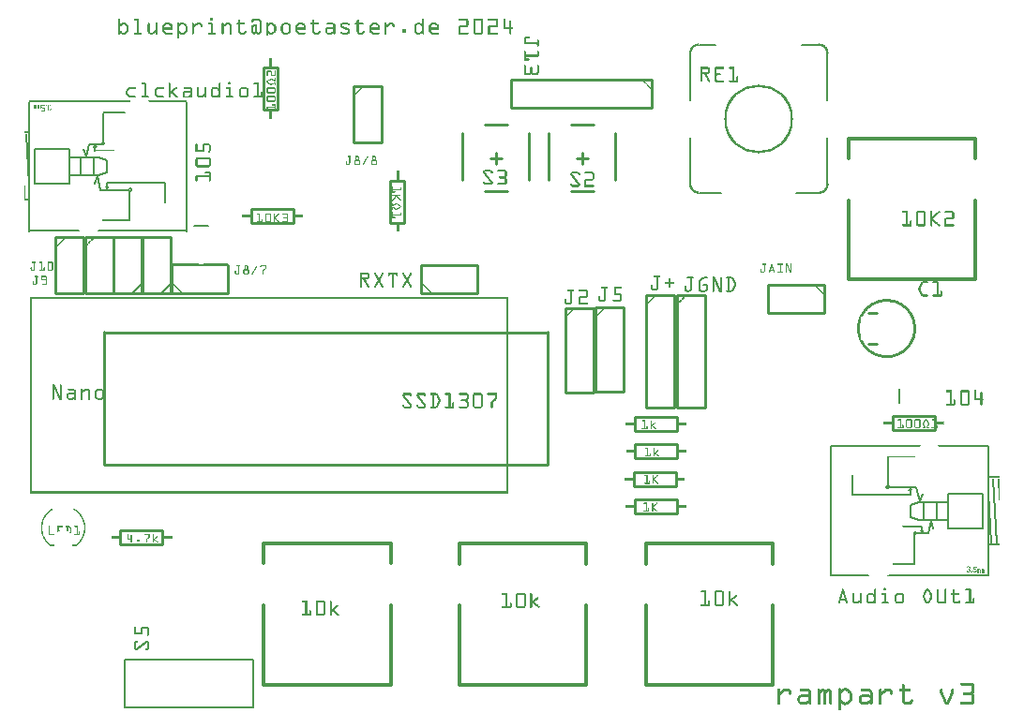
<source format=gto>
G04 MADE WITH FRITZING*
G04 WWW.FRITZING.ORG*
G04 DOUBLE SIDED*
G04 HOLES PLATED*
G04 CONTOUR ON CENTER OF CONTOUR VECTOR*
%ASAXBY*%
%FSLAX23Y23*%
%MOIN*%
%OFA0B0*%
%SFA1.0B1.0*%
%ADD10C,0.244220X0.22822*%
%ADD11C,0.008000*%
%ADD12C,0.010000*%
%ADD13C,0.006000*%
%ADD14C,0.002990*%
%ADD15C,0.010162*%
%ADD16C,0.010183*%
%ADD17C,0.005000*%
%ADD18C,0.012500*%
%ADD19C,0.011000*%
%ADD20R,0.001000X0.001000*%
%LNSILK1*%
G90*
G70*
G54D10*
X2611Y2141D03*
G54D11*
X2367Y2208D02*
X2367Y2373D01*
D02*
X2399Y2405D02*
X2458Y2405D01*
D02*
X2824Y2405D02*
X2765Y2405D01*
D02*
X2855Y2208D02*
X2855Y2373D01*
D02*
X2855Y2074D02*
X2855Y1909D01*
D02*
X2824Y1877D02*
X2745Y1877D01*
D02*
X2399Y1877D02*
X2477Y1877D01*
D02*
X2367Y2074D02*
X2367Y1909D01*
D02*
X356Y218D02*
X356Y47D01*
D02*
X356Y47D02*
X814Y47D01*
D02*
X814Y47D02*
X814Y218D01*
D02*
X814Y218D02*
X356Y218D01*
G54D12*
D02*
X2230Y2281D02*
X1730Y2281D01*
D02*
X1730Y2281D02*
X1730Y2181D01*
D02*
X1730Y2181D02*
X2230Y2181D01*
D02*
X2230Y2181D02*
X2230Y2281D01*
D02*
X1411Y1522D02*
X1611Y1522D01*
D02*
X1611Y1522D02*
X1611Y1622D01*
D02*
X1611Y1622D02*
X1411Y1622D01*
D02*
X1411Y1622D02*
X1411Y1522D01*
D02*
X1170Y2257D02*
X1170Y2057D01*
D02*
X1170Y2057D02*
X1270Y2057D01*
D02*
X1270Y2057D02*
X1270Y2257D01*
D02*
X1270Y2257D02*
X1170Y2257D01*
D02*
X524Y1522D02*
X724Y1522D01*
D02*
X724Y1522D02*
X724Y1622D01*
D02*
X524Y1622D02*
X524Y1522D01*
G54D11*
D02*
X3110Y1132D02*
X3110Y1182D01*
D02*
X603Y1759D02*
X653Y1759D01*
G54D12*
D02*
X3237Y1033D02*
X3087Y1033D01*
D02*
X3087Y1033D02*
X3087Y1083D01*
D02*
X3087Y1083D02*
X3237Y1083D01*
D02*
X3237Y1083D02*
X3237Y1033D01*
D02*
X806Y1820D02*
X956Y1820D01*
D02*
X956Y1820D02*
X956Y1770D01*
D02*
X956Y1770D02*
X806Y1770D01*
D02*
X806Y1770D02*
X806Y1820D01*
D02*
X900Y2323D02*
X900Y2173D01*
D02*
X900Y2173D02*
X850Y2173D01*
D02*
X850Y2173D02*
X850Y2323D01*
D02*
X850Y2323D02*
X900Y2323D01*
G54D13*
D02*
X3428Y976D02*
X3428Y516D01*
D02*
X2868Y516D02*
X2868Y976D01*
D02*
X3458Y631D02*
X3443Y861D01*
D02*
X3438Y631D02*
X3428Y811D01*
D02*
X3406Y807D02*
X3406Y685D01*
D02*
X3284Y807D02*
X3406Y807D01*
D02*
X3284Y807D02*
X3284Y685D01*
D02*
X3284Y685D02*
X3406Y685D01*
D02*
X3244Y777D02*
X3244Y715D01*
D02*
X3197Y777D02*
X3197Y715D01*
D02*
X3284Y715D02*
X3179Y715D01*
D02*
X3284Y777D02*
X3179Y777D01*
D02*
X3179Y777D02*
X3149Y767D01*
D02*
X3179Y715D02*
X3149Y725D01*
D02*
X3149Y725D02*
X3149Y767D01*
D02*
X2945Y873D02*
X2945Y805D01*
D02*
X2945Y805D02*
X3149Y805D01*
D02*
X3184Y782D02*
X3193Y808D01*
D02*
X3149Y824D02*
X3144Y819D01*
D02*
X3149Y824D02*
X3154Y819D01*
D02*
X3069Y938D02*
X3069Y830D01*
D02*
X3069Y830D02*
X3172Y830D01*
D02*
X3172Y830D02*
X3184Y782D01*
D02*
X3149Y805D02*
X3149Y824D01*
D02*
X3165Y556D02*
X3165Y666D01*
D02*
X3165Y666D02*
X3213Y666D01*
D02*
X3213Y666D02*
X3223Y710D01*
D02*
X3223Y710D02*
X3232Y683D01*
D02*
X3192Y690D02*
X3192Y672D01*
D02*
X3192Y672D02*
X3197Y677D01*
D02*
X3192Y672D02*
X3187Y677D01*
G54D14*
D02*
X3383Y548D02*
X3373Y548D01*
D02*
X3373Y548D02*
X3373Y539D01*
D02*
X3411Y536D02*
X3411Y528D01*
D02*
X3388Y528D02*
X3388Y538D01*
D02*
X3392Y536D02*
X3392Y528D01*
D02*
X3396Y536D02*
X3396Y528D01*
D02*
X3403Y528D02*
X3403Y538D01*
D02*
X3407Y536D02*
X3407Y528D01*
D02*
X3373Y539D02*
X3379Y539D01*
D02*
X3383Y535D02*
X3383Y533D01*
G54D13*
D02*
X16Y1742D02*
X16Y2202D01*
D02*
X576Y2202D02*
X576Y1742D01*
D02*
X6Y2087D02*
X16Y1907D01*
D02*
X38Y1911D02*
X38Y2033D01*
D02*
X160Y1911D02*
X38Y1911D01*
D02*
X160Y1911D02*
X160Y2033D01*
D02*
X160Y2033D02*
X38Y2033D01*
D02*
X200Y1941D02*
X200Y2003D01*
D02*
X247Y1941D02*
X247Y2003D01*
D02*
X160Y2003D02*
X265Y2003D01*
D02*
X160Y1941D02*
X265Y1941D01*
D02*
X265Y1941D02*
X295Y1951D01*
D02*
X265Y2003D02*
X295Y1993D01*
D02*
X295Y1993D02*
X295Y1951D01*
D02*
X499Y1845D02*
X499Y1913D01*
D02*
X499Y1913D02*
X295Y1913D01*
D02*
X260Y1936D02*
X251Y1910D01*
D02*
X295Y1894D02*
X300Y1899D01*
D02*
X295Y1894D02*
X290Y1899D01*
D02*
X375Y1780D02*
X375Y1888D01*
D02*
X375Y1888D02*
X272Y1888D01*
D02*
X272Y1888D02*
X260Y1936D01*
D02*
X295Y1913D02*
X295Y1894D01*
D02*
X279Y2162D02*
X279Y2052D01*
D02*
X279Y2052D02*
X231Y2052D01*
D02*
X231Y2052D02*
X221Y2008D01*
D02*
X221Y2008D02*
X212Y2035D01*
D02*
X252Y2028D02*
X252Y2046D01*
D02*
X252Y2046D02*
X247Y2041D01*
D02*
X252Y2046D02*
X257Y2041D01*
G54D14*
D02*
X61Y2170D02*
X71Y2170D01*
D02*
X71Y2170D02*
X71Y2179D01*
D02*
X33Y2182D02*
X33Y2190D01*
D02*
X56Y2190D02*
X56Y2180D01*
D02*
X52Y2182D02*
X52Y2190D01*
D02*
X48Y2182D02*
X48Y2190D01*
D02*
X41Y2190D02*
X41Y2180D01*
D02*
X37Y2182D02*
X37Y2190D01*
D02*
X71Y2179D02*
X65Y2179D01*
D02*
X61Y2183D02*
X61Y2185D01*
G54D12*
D02*
X1302Y1772D02*
X1302Y1922D01*
D02*
X1302Y1922D02*
X1352Y1922D01*
D02*
X1352Y1922D02*
X1352Y1772D01*
D02*
X1352Y1772D02*
X1302Y1772D01*
G54D15*
D02*
X1860Y1383D02*
X1860Y911D01*
D02*
X285Y1383D02*
X285Y911D01*
G54D16*
D02*
X1860Y910D02*
X285Y910D01*
D02*
X1860Y1382D02*
X285Y1382D01*
G54D12*
D02*
X1637Y2120D02*
X1716Y2120D01*
D02*
X1558Y1923D02*
X1558Y2090D01*
D02*
X1794Y1923D02*
X1794Y2090D01*
D02*
X1637Y1884D02*
X1716Y1884D01*
D02*
X1656Y2002D02*
X1696Y2002D01*
D02*
X1676Y2021D02*
X1676Y1982D01*
D02*
X1944Y2120D02*
X2023Y2120D01*
D02*
X1865Y1923D02*
X1865Y2090D01*
D02*
X2101Y1923D02*
X2101Y2090D01*
D02*
X1944Y1884D02*
X2023Y1884D01*
D02*
X1964Y2002D02*
X2003Y2002D01*
D02*
X1983Y2021D02*
X1983Y1982D01*
D02*
X342Y678D02*
X492Y678D01*
D02*
X492Y678D02*
X492Y628D01*
D02*
X492Y628D02*
X342Y628D01*
D02*
X342Y628D02*
X342Y678D01*
D02*
X2321Y1029D02*
X2171Y1029D01*
D02*
X2171Y1029D02*
X2171Y1079D01*
D02*
X2171Y1079D02*
X2321Y1079D01*
D02*
X2321Y1079D02*
X2321Y1029D01*
D02*
X2322Y933D02*
X2172Y933D01*
D02*
X2172Y933D02*
X2172Y983D01*
D02*
X2172Y983D02*
X2322Y983D01*
D02*
X2322Y983D02*
X2322Y933D01*
D02*
X2316Y834D02*
X2166Y834D01*
D02*
X2166Y834D02*
X2166Y884D01*
D02*
X2166Y884D02*
X2316Y884D01*
D02*
X2316Y884D02*
X2316Y834D01*
D02*
X2321Y738D02*
X2171Y738D01*
D02*
X2171Y738D02*
X2171Y788D01*
D02*
X2171Y788D02*
X2321Y788D01*
D02*
X2321Y788D02*
X2321Y738D01*
D02*
X1923Y1468D02*
X1923Y1168D01*
D02*
X1923Y1168D02*
X2023Y1168D01*
D02*
X2023Y1168D02*
X2023Y1468D01*
D02*
X2023Y1468D02*
X1923Y1468D01*
D02*
X2029Y1469D02*
X2029Y1169D01*
D02*
X2029Y1169D02*
X2129Y1169D01*
D02*
X2129Y1169D02*
X2129Y1469D01*
D02*
X2129Y1469D02*
X2029Y1469D01*
D02*
X2320Y1514D02*
X2320Y1114D01*
D02*
X2320Y1114D02*
X2420Y1114D01*
D02*
X2420Y1114D02*
X2420Y1514D01*
D02*
X2420Y1514D02*
X2320Y1514D01*
D02*
X2212Y1515D02*
X2212Y1115D01*
D02*
X2212Y1115D02*
X2312Y1115D01*
D02*
X2312Y1115D02*
X2312Y1515D01*
D02*
X2312Y1515D02*
X2212Y1515D01*
D02*
X2845Y1549D02*
X2645Y1549D01*
D02*
X2645Y1549D02*
X2645Y1449D01*
D02*
X2645Y1449D02*
X2845Y1449D01*
D02*
X2845Y1449D02*
X2845Y1549D01*
D02*
X112Y1719D02*
X112Y1519D01*
D02*
X112Y1519D02*
X212Y1519D01*
D02*
X212Y1519D02*
X212Y1719D01*
D02*
X212Y1719D02*
X112Y1719D01*
D02*
X216Y1720D02*
X216Y1520D01*
D02*
X216Y1520D02*
X316Y1520D01*
D02*
X316Y1520D02*
X316Y1720D01*
D02*
X316Y1720D02*
X216Y1720D01*
D02*
X522Y1520D02*
X522Y1720D01*
D02*
X522Y1720D02*
X422Y1720D01*
D02*
X422Y1720D02*
X422Y1520D01*
D02*
X422Y1520D02*
X522Y1520D01*
G54D17*
D02*
X522Y1555D02*
X487Y1520D01*
G54D12*
D02*
X418Y1520D02*
X418Y1720D01*
D02*
X418Y1720D02*
X318Y1720D01*
D02*
X318Y1720D02*
X318Y1520D01*
D02*
X318Y1520D02*
X418Y1520D01*
G54D17*
D02*
X418Y1555D02*
X383Y1520D01*
G54D18*
X2929Y2000D02*
X2929Y2072D01*
X3382Y2072D01*
X3382Y2000D01*
D02*
X3382Y1852D02*
X3382Y1569D01*
X2929Y1569D01*
X2929Y1852D01*
D02*
X2210Y557D02*
X2210Y629D01*
X2662Y629D01*
X2662Y557D01*
D02*
X2662Y409D02*
X2662Y126D01*
X2210Y126D01*
X2210Y409D01*
D02*
X1546Y557D02*
X1546Y629D01*
X1998Y629D01*
X1998Y557D01*
D02*
X1998Y409D02*
X1998Y126D01*
X1546Y126D01*
X1546Y409D01*
D02*
X851Y559D02*
X851Y631D01*
X1304Y631D01*
X1304Y559D01*
D02*
X1304Y411D02*
X1304Y128D01*
X851Y128D01*
X851Y411D01*
D02*
G54D19*
X3000Y1449D02*
X3030Y1449D01*
D02*
X3000Y1339D02*
X3030Y1339D01*
D02*
G54D20*
X663Y2501D02*
X667Y2501D01*
X661Y2500D02*
X669Y2500D01*
X661Y2499D02*
X670Y2499D01*
X394Y2498D02*
X403Y2498D01*
X660Y2498D02*
X670Y2498D01*
X820Y2498D02*
X829Y2498D01*
X1547Y2498D02*
X1571Y2498D01*
X1603Y2498D02*
X1624Y2498D01*
X1652Y2498D02*
X1676Y2498D01*
X335Y2497D02*
X339Y2497D01*
X391Y2497D02*
X406Y2497D01*
X660Y2497D02*
X670Y2497D01*
X815Y2497D02*
X834Y2497D01*
X1416Y2497D02*
X1420Y2497D01*
X1545Y2497D02*
X1575Y2497D01*
X1600Y2497D02*
X1627Y2497D01*
X1650Y2497D02*
X1680Y2497D01*
X1704Y2497D02*
X1708Y2497D01*
X334Y2496D02*
X340Y2496D01*
X390Y2496D02*
X407Y2496D01*
X660Y2496D02*
X670Y2496D01*
X813Y2496D02*
X836Y2496D01*
X1415Y2496D02*
X1420Y2496D01*
X1544Y2496D02*
X1576Y2496D01*
X1598Y2496D02*
X1629Y2496D01*
X1649Y2496D02*
X1681Y2496D01*
X1703Y2496D02*
X1708Y2496D01*
X334Y2495D02*
X340Y2495D01*
X390Y2495D02*
X407Y2495D01*
X660Y2495D02*
X670Y2495D01*
X812Y2495D02*
X838Y2495D01*
X1415Y2495D02*
X1421Y2495D01*
X1543Y2495D02*
X1577Y2495D01*
X1597Y2495D02*
X1630Y2495D01*
X1649Y2495D02*
X1682Y2495D01*
X1703Y2495D02*
X1709Y2495D01*
X334Y2494D02*
X340Y2494D01*
X390Y2494D02*
X407Y2494D01*
X660Y2494D02*
X670Y2494D01*
X763Y2494D02*
X767Y2494D01*
X811Y2494D02*
X839Y2494D01*
X1026Y2494D02*
X1030Y2494D01*
X1184Y2494D02*
X1187Y2494D01*
X1414Y2494D02*
X1421Y2494D01*
X1543Y2494D02*
X1578Y2494D01*
X1597Y2494D02*
X1630Y2494D01*
X1649Y2494D02*
X1683Y2494D01*
X1703Y2494D02*
X1709Y2494D01*
X334Y2493D02*
X340Y2493D01*
X390Y2493D02*
X407Y2493D01*
X660Y2493D02*
X670Y2493D01*
X762Y2493D02*
X767Y2493D01*
X810Y2493D02*
X839Y2493D01*
X1025Y2493D02*
X1030Y2493D01*
X1183Y2493D02*
X1188Y2493D01*
X1414Y2493D02*
X1421Y2493D01*
X1544Y2493D02*
X1578Y2493D01*
X1596Y2493D02*
X1631Y2493D01*
X1649Y2493D02*
X1683Y2493D01*
X1703Y2493D02*
X1709Y2493D01*
X334Y2492D02*
X340Y2492D01*
X391Y2492D02*
X407Y2492D01*
X661Y2492D02*
X669Y2492D01*
X762Y2492D02*
X768Y2492D01*
X809Y2492D02*
X840Y2492D01*
X1025Y2492D02*
X1031Y2492D01*
X1183Y2492D02*
X1189Y2492D01*
X1414Y2492D02*
X1421Y2492D01*
X1544Y2492D02*
X1578Y2492D01*
X1596Y2492D02*
X1631Y2492D01*
X1649Y2492D02*
X1684Y2492D01*
X1703Y2492D02*
X1709Y2492D01*
X334Y2491D02*
X340Y2491D01*
X392Y2491D02*
X407Y2491D01*
X662Y2491D02*
X668Y2491D01*
X762Y2491D02*
X768Y2491D01*
X808Y2491D02*
X841Y2491D01*
X1025Y2491D02*
X1031Y2491D01*
X1182Y2491D02*
X1189Y2491D01*
X1414Y2491D02*
X1421Y2491D01*
X1546Y2491D02*
X1579Y2491D01*
X1596Y2491D02*
X1631Y2491D01*
X1651Y2491D02*
X1684Y2491D01*
X1703Y2491D02*
X1709Y2491D01*
X1726Y2491D02*
X1729Y2491D01*
X334Y2490D02*
X340Y2490D01*
X401Y2490D02*
X407Y2490D01*
X762Y2490D02*
X768Y2490D01*
X808Y2490D02*
X817Y2490D01*
X833Y2490D02*
X841Y2490D01*
X1025Y2490D02*
X1031Y2490D01*
X1182Y2490D02*
X1189Y2490D01*
X1414Y2490D02*
X1421Y2490D01*
X1572Y2490D02*
X1579Y2490D01*
X1596Y2490D02*
X1602Y2490D01*
X1625Y2490D02*
X1631Y2490D01*
X1677Y2490D02*
X1684Y2490D01*
X1703Y2490D02*
X1709Y2490D01*
X1725Y2490D02*
X1730Y2490D01*
X334Y2489D02*
X340Y2489D01*
X401Y2489D02*
X407Y2489D01*
X762Y2489D02*
X768Y2489D01*
X807Y2489D02*
X815Y2489D01*
X834Y2489D02*
X842Y2489D01*
X1025Y2489D02*
X1031Y2489D01*
X1182Y2489D02*
X1189Y2489D01*
X1414Y2489D02*
X1421Y2489D01*
X1572Y2489D02*
X1579Y2489D01*
X1596Y2489D02*
X1602Y2489D01*
X1625Y2489D02*
X1631Y2489D01*
X1677Y2489D02*
X1684Y2489D01*
X1703Y2489D02*
X1709Y2489D01*
X1724Y2489D02*
X1730Y2489D01*
X334Y2488D02*
X340Y2488D01*
X401Y2488D02*
X407Y2488D01*
X762Y2488D02*
X768Y2488D01*
X807Y2488D02*
X814Y2488D01*
X835Y2488D02*
X842Y2488D01*
X1025Y2488D02*
X1031Y2488D01*
X1182Y2488D02*
X1189Y2488D01*
X1414Y2488D02*
X1421Y2488D01*
X1572Y2488D02*
X1579Y2488D01*
X1596Y2488D02*
X1602Y2488D01*
X1625Y2488D02*
X1631Y2488D01*
X1677Y2488D02*
X1684Y2488D01*
X1703Y2488D02*
X1709Y2488D01*
X1724Y2488D02*
X1731Y2488D01*
X334Y2487D02*
X340Y2487D01*
X401Y2487D02*
X407Y2487D01*
X762Y2487D02*
X768Y2487D01*
X807Y2487D02*
X813Y2487D01*
X836Y2487D02*
X842Y2487D01*
X1025Y2487D02*
X1031Y2487D01*
X1182Y2487D02*
X1189Y2487D01*
X1414Y2487D02*
X1421Y2487D01*
X1572Y2487D02*
X1579Y2487D01*
X1596Y2487D02*
X1602Y2487D01*
X1625Y2487D02*
X1631Y2487D01*
X1677Y2487D02*
X1684Y2487D01*
X1703Y2487D02*
X1709Y2487D01*
X1724Y2487D02*
X1731Y2487D01*
X334Y2486D02*
X340Y2486D01*
X401Y2486D02*
X407Y2486D01*
X762Y2486D02*
X768Y2486D01*
X808Y2486D02*
X813Y2486D01*
X836Y2486D02*
X842Y2486D01*
X1025Y2486D02*
X1031Y2486D01*
X1182Y2486D02*
X1189Y2486D01*
X1414Y2486D02*
X1421Y2486D01*
X1572Y2486D02*
X1579Y2486D01*
X1596Y2486D02*
X1602Y2486D01*
X1625Y2486D02*
X1631Y2486D01*
X1677Y2486D02*
X1684Y2486D01*
X1703Y2486D02*
X1709Y2486D01*
X1724Y2486D02*
X1731Y2486D01*
X334Y2485D02*
X340Y2485D01*
X401Y2485D02*
X407Y2485D01*
X762Y2485D02*
X768Y2485D01*
X809Y2485D02*
X812Y2485D01*
X836Y2485D02*
X842Y2485D01*
X1025Y2485D02*
X1031Y2485D01*
X1182Y2485D02*
X1189Y2485D01*
X1414Y2485D02*
X1421Y2485D01*
X1572Y2485D02*
X1579Y2485D01*
X1596Y2485D02*
X1602Y2485D01*
X1625Y2485D02*
X1631Y2485D01*
X1677Y2485D02*
X1684Y2485D01*
X1703Y2485D02*
X1709Y2485D01*
X1724Y2485D02*
X1731Y2485D01*
X334Y2484D02*
X340Y2484D01*
X401Y2484D02*
X407Y2484D01*
X547Y2484D02*
X548Y2484D01*
X561Y2484D02*
X563Y2484D01*
X762Y2484D02*
X768Y2484D01*
X836Y2484D02*
X842Y2484D01*
X863Y2484D02*
X863Y2484D01*
X877Y2484D02*
X879Y2484D01*
X1025Y2484D02*
X1031Y2484D01*
X1182Y2484D02*
X1189Y2484D01*
X1414Y2484D02*
X1421Y2484D01*
X1572Y2484D02*
X1579Y2484D01*
X1596Y2484D02*
X1602Y2484D01*
X1625Y2484D02*
X1631Y2484D01*
X1677Y2484D02*
X1684Y2484D01*
X1703Y2484D02*
X1709Y2484D01*
X1724Y2484D02*
X1731Y2484D01*
X334Y2483D02*
X340Y2483D01*
X401Y2483D02*
X407Y2483D01*
X545Y2483D02*
X549Y2483D01*
X557Y2483D02*
X567Y2483D01*
X762Y2483D02*
X768Y2483D01*
X836Y2483D02*
X842Y2483D01*
X861Y2483D02*
X865Y2483D01*
X872Y2483D02*
X882Y2483D01*
X1025Y2483D02*
X1031Y2483D01*
X1182Y2483D02*
X1189Y2483D01*
X1414Y2483D02*
X1421Y2483D01*
X1572Y2483D02*
X1579Y2483D01*
X1596Y2483D02*
X1602Y2483D01*
X1625Y2483D02*
X1631Y2483D01*
X1677Y2483D02*
X1684Y2483D01*
X1703Y2483D02*
X1709Y2483D01*
X1724Y2483D02*
X1731Y2483D01*
X334Y2482D02*
X340Y2482D01*
X348Y2482D02*
X359Y2482D01*
X401Y2482D02*
X407Y2482D01*
X441Y2482D02*
X444Y2482D01*
X469Y2482D02*
X472Y2482D01*
X502Y2482D02*
X516Y2482D01*
X544Y2482D02*
X550Y2482D01*
X555Y2482D02*
X568Y2482D01*
X598Y2482D02*
X601Y2482D01*
X613Y2482D02*
X625Y2482D01*
X655Y2482D02*
X668Y2482D01*
X704Y2482D02*
X707Y2482D01*
X719Y2482D02*
X729Y2482D01*
X756Y2482D02*
X782Y2482D01*
X836Y2482D02*
X842Y2482D01*
X860Y2482D02*
X865Y2482D01*
X871Y2482D02*
X884Y2482D01*
X923Y2482D02*
X937Y2482D01*
X975Y2482D02*
X990Y2482D01*
X1019Y2482D02*
X1045Y2482D01*
X1077Y2482D02*
X1097Y2482D01*
X1130Y2482D02*
X1151Y2482D01*
X1177Y2482D02*
X1203Y2482D01*
X1238Y2482D02*
X1253Y2482D01*
X1282Y2482D02*
X1285Y2482D01*
X1296Y2482D02*
X1309Y2482D01*
X1396Y2482D02*
X1407Y2482D01*
X1414Y2482D02*
X1421Y2482D01*
X1449Y2482D02*
X1463Y2482D01*
X1572Y2482D02*
X1579Y2482D01*
X1596Y2482D02*
X1602Y2482D01*
X1625Y2482D02*
X1631Y2482D01*
X1677Y2482D02*
X1684Y2482D01*
X1703Y2482D02*
X1709Y2482D01*
X1724Y2482D02*
X1731Y2482D01*
X334Y2481D02*
X340Y2481D01*
X345Y2481D02*
X361Y2481D01*
X401Y2481D02*
X407Y2481D01*
X440Y2481D02*
X445Y2481D01*
X468Y2481D02*
X473Y2481D01*
X500Y2481D02*
X519Y2481D01*
X544Y2481D02*
X550Y2481D01*
X554Y2481D02*
X570Y2481D01*
X597Y2481D02*
X602Y2481D01*
X611Y2481D02*
X628Y2481D01*
X654Y2481D02*
X669Y2481D01*
X703Y2481D02*
X708Y2481D01*
X717Y2481D02*
X731Y2481D01*
X755Y2481D02*
X783Y2481D01*
X836Y2481D02*
X842Y2481D01*
X860Y2481D02*
X866Y2481D01*
X870Y2481D02*
X885Y2481D01*
X920Y2481D02*
X939Y2481D01*
X973Y2481D02*
X992Y2481D01*
X1018Y2481D02*
X1046Y2481D01*
X1076Y2481D02*
X1099Y2481D01*
X1128Y2481D02*
X1153Y2481D01*
X1176Y2481D02*
X1204Y2481D01*
X1236Y2481D02*
X1255Y2481D01*
X1281Y2481D02*
X1286Y2481D01*
X1295Y2481D02*
X1311Y2481D01*
X1393Y2481D02*
X1409Y2481D01*
X1414Y2481D02*
X1421Y2481D01*
X1446Y2481D02*
X1465Y2481D01*
X1572Y2481D02*
X1579Y2481D01*
X1596Y2481D02*
X1602Y2481D01*
X1625Y2481D02*
X1631Y2481D01*
X1677Y2481D02*
X1684Y2481D01*
X1703Y2481D02*
X1709Y2481D01*
X1724Y2481D02*
X1731Y2481D01*
X334Y2480D02*
X340Y2480D01*
X344Y2480D02*
X363Y2480D01*
X401Y2480D02*
X407Y2480D01*
X440Y2480D02*
X446Y2480D01*
X468Y2480D02*
X473Y2480D01*
X498Y2480D02*
X520Y2480D01*
X544Y2480D02*
X550Y2480D01*
X553Y2480D02*
X571Y2480D01*
X597Y2480D02*
X603Y2480D01*
X610Y2480D02*
X629Y2480D01*
X653Y2480D02*
X670Y2480D01*
X703Y2480D02*
X709Y2480D01*
X715Y2480D02*
X733Y2480D01*
X755Y2480D02*
X784Y2480D01*
X836Y2480D02*
X842Y2480D01*
X860Y2480D02*
X866Y2480D01*
X868Y2480D02*
X887Y2480D01*
X919Y2480D02*
X941Y2480D01*
X971Y2480D02*
X994Y2480D01*
X1018Y2480D02*
X1047Y2480D01*
X1075Y2480D02*
X1101Y2480D01*
X1126Y2480D02*
X1155Y2480D01*
X1175Y2480D02*
X1204Y2480D01*
X1234Y2480D02*
X1257Y2480D01*
X1281Y2480D02*
X1286Y2480D01*
X1294Y2480D02*
X1313Y2480D01*
X1392Y2480D02*
X1410Y2480D01*
X1414Y2480D02*
X1421Y2480D01*
X1445Y2480D02*
X1467Y2480D01*
X1572Y2480D02*
X1579Y2480D01*
X1596Y2480D02*
X1602Y2480D01*
X1625Y2480D02*
X1631Y2480D01*
X1677Y2480D02*
X1684Y2480D01*
X1703Y2480D02*
X1709Y2480D01*
X1724Y2480D02*
X1731Y2480D01*
X334Y2479D02*
X340Y2479D01*
X342Y2479D02*
X364Y2479D01*
X401Y2479D02*
X407Y2479D01*
X440Y2479D02*
X446Y2479D01*
X467Y2479D02*
X474Y2479D01*
X497Y2479D02*
X522Y2479D01*
X544Y2479D02*
X572Y2479D01*
X597Y2479D02*
X603Y2479D01*
X609Y2479D02*
X630Y2479D01*
X653Y2479D02*
X670Y2479D01*
X702Y2479D02*
X709Y2479D01*
X714Y2479D02*
X734Y2479D01*
X755Y2479D02*
X784Y2479D01*
X836Y2479D02*
X842Y2479D01*
X860Y2479D02*
X888Y2479D01*
X917Y2479D02*
X942Y2479D01*
X970Y2479D02*
X995Y2479D01*
X1017Y2479D02*
X1047Y2479D01*
X1075Y2479D02*
X1102Y2479D01*
X1125Y2479D02*
X1156Y2479D01*
X1175Y2479D02*
X1205Y2479D01*
X1233Y2479D02*
X1258Y2479D01*
X1280Y2479D02*
X1287Y2479D01*
X1293Y2479D02*
X1313Y2479D01*
X1391Y2479D02*
X1412Y2479D01*
X1414Y2479D02*
X1421Y2479D01*
X1443Y2479D02*
X1468Y2479D01*
X1572Y2479D02*
X1579Y2479D01*
X1596Y2479D02*
X1602Y2479D01*
X1625Y2479D02*
X1631Y2479D01*
X1677Y2479D02*
X1684Y2479D01*
X1703Y2479D02*
X1709Y2479D01*
X1724Y2479D02*
X1731Y2479D01*
X334Y2478D02*
X365Y2478D01*
X401Y2478D02*
X407Y2478D01*
X439Y2478D02*
X446Y2478D01*
X467Y2478D02*
X474Y2478D01*
X496Y2478D02*
X523Y2478D01*
X544Y2478D02*
X573Y2478D01*
X597Y2478D02*
X603Y2478D01*
X608Y2478D02*
X631Y2478D01*
X653Y2478D02*
X670Y2478D01*
X702Y2478D02*
X709Y2478D01*
X712Y2478D02*
X735Y2478D01*
X755Y2478D02*
X784Y2478D01*
X836Y2478D02*
X842Y2478D01*
X860Y2478D02*
X889Y2478D01*
X916Y2478D02*
X943Y2478D01*
X969Y2478D02*
X996Y2478D01*
X1018Y2478D02*
X1047Y2478D01*
X1075Y2478D02*
X1103Y2478D01*
X1125Y2478D02*
X1156Y2478D01*
X1175Y2478D02*
X1204Y2478D01*
X1232Y2478D02*
X1259Y2478D01*
X1280Y2478D02*
X1287Y2478D01*
X1292Y2478D02*
X1314Y2478D01*
X1390Y2478D02*
X1421Y2478D01*
X1442Y2478D02*
X1469Y2478D01*
X1572Y2478D02*
X1579Y2478D01*
X1596Y2478D02*
X1602Y2478D01*
X1625Y2478D02*
X1631Y2478D01*
X1677Y2478D02*
X1684Y2478D01*
X1703Y2478D02*
X1709Y2478D01*
X1724Y2478D02*
X1731Y2478D01*
X334Y2477D02*
X366Y2477D01*
X401Y2477D02*
X407Y2477D01*
X439Y2477D02*
X446Y2477D01*
X467Y2477D02*
X474Y2477D01*
X495Y2477D02*
X524Y2477D01*
X544Y2477D02*
X574Y2477D01*
X597Y2477D02*
X603Y2477D01*
X607Y2477D02*
X631Y2477D01*
X653Y2477D02*
X670Y2477D01*
X702Y2477D02*
X709Y2477D01*
X711Y2477D02*
X735Y2477D01*
X755Y2477D02*
X783Y2477D01*
X836Y2477D02*
X842Y2477D01*
X860Y2477D02*
X890Y2477D01*
X915Y2477D02*
X944Y2477D01*
X968Y2477D02*
X997Y2477D01*
X1018Y2477D02*
X1046Y2477D01*
X1076Y2477D02*
X1104Y2477D01*
X1124Y2477D02*
X1157Y2477D01*
X1176Y2477D02*
X1204Y2477D01*
X1231Y2477D02*
X1260Y2477D01*
X1280Y2477D02*
X1287Y2477D01*
X1290Y2477D02*
X1315Y2477D01*
X1389Y2477D02*
X1421Y2477D01*
X1441Y2477D02*
X1470Y2477D01*
X1572Y2477D02*
X1579Y2477D01*
X1596Y2477D02*
X1602Y2477D01*
X1625Y2477D02*
X1631Y2477D01*
X1677Y2477D02*
X1684Y2477D01*
X1703Y2477D02*
X1709Y2477D01*
X1724Y2477D02*
X1731Y2477D01*
X334Y2476D02*
X367Y2476D01*
X401Y2476D02*
X407Y2476D01*
X439Y2476D02*
X446Y2476D01*
X467Y2476D02*
X474Y2476D01*
X494Y2476D02*
X524Y2476D01*
X544Y2476D02*
X558Y2476D01*
X565Y2476D02*
X575Y2476D01*
X597Y2476D02*
X603Y2476D01*
X606Y2476D02*
X631Y2476D01*
X654Y2476D02*
X670Y2476D01*
X702Y2476D02*
X736Y2476D01*
X756Y2476D02*
X782Y2476D01*
X815Y2476D02*
X826Y2476D01*
X836Y2476D02*
X842Y2476D01*
X860Y2476D02*
X874Y2476D01*
X881Y2476D02*
X891Y2476D01*
X915Y2476D02*
X945Y2476D01*
X967Y2476D02*
X998Y2476D01*
X1019Y2476D02*
X1045Y2476D01*
X1077Y2476D02*
X1104Y2476D01*
X1124Y2476D02*
X1157Y2476D01*
X1177Y2476D02*
X1203Y2476D01*
X1230Y2476D02*
X1261Y2476D01*
X1280Y2476D02*
X1287Y2476D01*
X1289Y2476D02*
X1315Y2476D01*
X1388Y2476D02*
X1421Y2476D01*
X1441Y2476D02*
X1471Y2476D01*
X1572Y2476D02*
X1579Y2476D01*
X1596Y2476D02*
X1602Y2476D01*
X1625Y2476D02*
X1631Y2476D01*
X1677Y2476D02*
X1684Y2476D01*
X1703Y2476D02*
X1709Y2476D01*
X1724Y2476D02*
X1731Y2476D01*
X334Y2475D02*
X349Y2475D01*
X357Y2475D02*
X367Y2475D01*
X401Y2475D02*
X407Y2475D01*
X439Y2475D02*
X446Y2475D01*
X467Y2475D02*
X474Y2475D01*
X493Y2475D02*
X503Y2475D01*
X515Y2475D02*
X525Y2475D01*
X544Y2475D02*
X557Y2475D01*
X566Y2475D02*
X576Y2475D01*
X597Y2475D02*
X615Y2475D01*
X623Y2475D02*
X632Y2475D01*
X664Y2475D02*
X670Y2475D01*
X702Y2475D02*
X720Y2475D01*
X728Y2475D02*
X736Y2475D01*
X761Y2475D02*
X768Y2475D01*
X813Y2475D02*
X827Y2475D01*
X836Y2475D02*
X842Y2475D01*
X860Y2475D02*
X873Y2475D01*
X882Y2475D02*
X892Y2475D01*
X914Y2475D02*
X924Y2475D01*
X936Y2475D02*
X946Y2475D01*
X967Y2475D02*
X976Y2475D01*
X989Y2475D02*
X998Y2475D01*
X1024Y2475D02*
X1031Y2475D01*
X1097Y2475D02*
X1105Y2475D01*
X1124Y2475D02*
X1131Y2475D01*
X1150Y2475D02*
X1157Y2475D01*
X1182Y2475D02*
X1189Y2475D01*
X1230Y2475D02*
X1239Y2475D01*
X1252Y2475D02*
X1261Y2475D01*
X1280Y2475D02*
X1299Y2475D01*
X1307Y2475D02*
X1315Y2475D01*
X1387Y2475D02*
X1397Y2475D01*
X1406Y2475D02*
X1421Y2475D01*
X1440Y2475D02*
X1450Y2475D01*
X1462Y2475D02*
X1472Y2475D01*
X1572Y2475D02*
X1579Y2475D01*
X1596Y2475D02*
X1602Y2475D01*
X1625Y2475D02*
X1631Y2475D01*
X1677Y2475D02*
X1684Y2475D01*
X1703Y2475D02*
X1709Y2475D01*
X1724Y2475D02*
X1731Y2475D01*
X334Y2474D02*
X347Y2474D01*
X359Y2474D02*
X368Y2474D01*
X401Y2474D02*
X407Y2474D01*
X439Y2474D02*
X446Y2474D01*
X467Y2474D02*
X474Y2474D01*
X493Y2474D02*
X501Y2474D01*
X517Y2474D02*
X526Y2474D01*
X544Y2474D02*
X556Y2474D01*
X568Y2474D02*
X577Y2474D01*
X597Y2474D02*
X614Y2474D01*
X625Y2474D02*
X632Y2474D01*
X664Y2474D02*
X670Y2474D01*
X702Y2474D02*
X719Y2474D01*
X729Y2474D02*
X736Y2474D01*
X762Y2474D02*
X768Y2474D01*
X811Y2474D02*
X828Y2474D01*
X836Y2474D02*
X842Y2474D01*
X860Y2474D02*
X872Y2474D01*
X883Y2474D02*
X893Y2474D01*
X913Y2474D02*
X922Y2474D01*
X938Y2474D02*
X946Y2474D01*
X966Y2474D02*
X975Y2474D01*
X991Y2474D02*
X999Y2474D01*
X1025Y2474D02*
X1031Y2474D01*
X1098Y2474D02*
X1105Y2474D01*
X1124Y2474D02*
X1130Y2474D01*
X1151Y2474D02*
X1157Y2474D01*
X1182Y2474D02*
X1189Y2474D01*
X1229Y2474D02*
X1238Y2474D01*
X1254Y2474D02*
X1262Y2474D01*
X1280Y2474D02*
X1297Y2474D01*
X1309Y2474D02*
X1316Y2474D01*
X1387Y2474D02*
X1395Y2474D01*
X1407Y2474D02*
X1421Y2474D01*
X1439Y2474D02*
X1448Y2474D01*
X1464Y2474D02*
X1472Y2474D01*
X1572Y2474D02*
X1579Y2474D01*
X1596Y2474D02*
X1602Y2474D01*
X1625Y2474D02*
X1631Y2474D01*
X1677Y2474D02*
X1684Y2474D01*
X1703Y2474D02*
X1709Y2474D01*
X1724Y2474D02*
X1731Y2474D01*
X334Y2473D02*
X346Y2473D01*
X361Y2473D02*
X368Y2473D01*
X401Y2473D02*
X407Y2473D01*
X439Y2473D02*
X446Y2473D01*
X467Y2473D02*
X474Y2473D01*
X492Y2473D02*
X500Y2473D01*
X519Y2473D02*
X526Y2473D01*
X544Y2473D02*
X555Y2473D01*
X569Y2473D02*
X578Y2473D01*
X597Y2473D02*
X612Y2473D01*
X625Y2473D02*
X632Y2473D01*
X664Y2473D02*
X670Y2473D01*
X702Y2473D02*
X717Y2473D01*
X730Y2473D02*
X737Y2473D01*
X762Y2473D02*
X768Y2473D01*
X810Y2473D02*
X828Y2473D01*
X836Y2473D02*
X842Y2473D01*
X860Y2473D02*
X871Y2473D01*
X884Y2473D02*
X893Y2473D01*
X913Y2473D02*
X921Y2473D01*
X939Y2473D02*
X947Y2473D01*
X966Y2473D02*
X973Y2473D01*
X992Y2473D02*
X999Y2473D01*
X1025Y2473D02*
X1031Y2473D01*
X1099Y2473D02*
X1105Y2473D01*
X1124Y2473D02*
X1130Y2473D01*
X1152Y2473D02*
X1156Y2473D01*
X1182Y2473D02*
X1189Y2473D01*
X1229Y2473D02*
X1236Y2473D01*
X1255Y2473D02*
X1262Y2473D01*
X1280Y2473D02*
X1296Y2473D01*
X1309Y2473D02*
X1316Y2473D01*
X1386Y2473D02*
X1394Y2473D01*
X1408Y2473D02*
X1421Y2473D01*
X1439Y2473D02*
X1447Y2473D01*
X1465Y2473D02*
X1473Y2473D01*
X1549Y2473D02*
X1579Y2473D01*
X1596Y2473D02*
X1602Y2473D01*
X1625Y2473D02*
X1631Y2473D01*
X1654Y2473D02*
X1684Y2473D01*
X1703Y2473D02*
X1709Y2473D01*
X1724Y2473D02*
X1731Y2473D01*
X334Y2472D02*
X345Y2472D01*
X361Y2472D02*
X369Y2472D01*
X401Y2472D02*
X407Y2472D01*
X439Y2472D02*
X446Y2472D01*
X467Y2472D02*
X474Y2472D01*
X492Y2472D02*
X499Y2472D01*
X519Y2472D02*
X526Y2472D01*
X544Y2472D02*
X554Y2472D01*
X570Y2472D02*
X578Y2472D01*
X597Y2472D02*
X611Y2472D01*
X626Y2472D02*
X632Y2472D01*
X664Y2472D02*
X670Y2472D01*
X702Y2472D02*
X716Y2472D01*
X730Y2472D02*
X737Y2472D01*
X762Y2472D02*
X768Y2472D01*
X809Y2472D02*
X828Y2472D01*
X836Y2472D02*
X842Y2472D01*
X860Y2472D02*
X870Y2472D01*
X885Y2472D02*
X894Y2472D01*
X913Y2472D02*
X920Y2472D01*
X940Y2472D02*
X947Y2472D01*
X965Y2472D02*
X972Y2472D01*
X993Y2472D02*
X1000Y2472D01*
X1025Y2472D02*
X1031Y2472D01*
X1099Y2472D02*
X1105Y2472D01*
X1124Y2472D02*
X1130Y2472D01*
X1182Y2472D02*
X1189Y2472D01*
X1228Y2472D02*
X1235Y2472D01*
X1256Y2472D02*
X1263Y2472D01*
X1280Y2472D02*
X1295Y2472D01*
X1309Y2472D02*
X1316Y2472D01*
X1386Y2472D02*
X1393Y2472D01*
X1410Y2472D02*
X1421Y2472D01*
X1439Y2472D02*
X1446Y2472D01*
X1466Y2472D02*
X1473Y2472D01*
X1547Y2472D02*
X1578Y2472D01*
X1596Y2472D02*
X1602Y2472D01*
X1625Y2472D02*
X1631Y2472D01*
X1652Y2472D02*
X1684Y2472D01*
X1703Y2472D02*
X1709Y2472D01*
X1724Y2472D02*
X1731Y2472D01*
X334Y2471D02*
X344Y2471D01*
X362Y2471D02*
X369Y2471D01*
X401Y2471D02*
X407Y2471D01*
X439Y2471D02*
X446Y2471D01*
X467Y2471D02*
X474Y2471D01*
X492Y2471D02*
X498Y2471D01*
X520Y2471D02*
X527Y2471D01*
X544Y2471D02*
X553Y2471D01*
X571Y2471D02*
X579Y2471D01*
X597Y2471D02*
X610Y2471D01*
X626Y2471D02*
X632Y2471D01*
X664Y2471D02*
X670Y2471D01*
X702Y2471D02*
X714Y2471D01*
X730Y2471D02*
X737Y2471D01*
X762Y2471D02*
X768Y2471D01*
X809Y2471D02*
X828Y2471D01*
X836Y2471D02*
X842Y2471D01*
X860Y2471D02*
X869Y2471D01*
X887Y2471D02*
X894Y2471D01*
X912Y2471D02*
X919Y2471D01*
X941Y2471D02*
X947Y2471D01*
X965Y2471D02*
X972Y2471D01*
X993Y2471D02*
X1000Y2471D01*
X1025Y2471D02*
X1031Y2471D01*
X1099Y2471D02*
X1105Y2471D01*
X1124Y2471D02*
X1132Y2471D01*
X1182Y2471D02*
X1189Y2471D01*
X1228Y2471D02*
X1235Y2471D01*
X1256Y2471D02*
X1263Y2471D01*
X1280Y2471D02*
X1294Y2471D01*
X1309Y2471D02*
X1316Y2471D01*
X1386Y2471D02*
X1392Y2471D01*
X1411Y2471D02*
X1421Y2471D01*
X1438Y2471D02*
X1445Y2471D01*
X1467Y2471D02*
X1473Y2471D01*
X1545Y2471D02*
X1578Y2471D01*
X1596Y2471D02*
X1602Y2471D01*
X1625Y2471D02*
X1631Y2471D01*
X1651Y2471D02*
X1683Y2471D01*
X1703Y2471D02*
X1709Y2471D01*
X1724Y2471D02*
X1731Y2471D01*
X334Y2470D02*
X343Y2470D01*
X363Y2470D02*
X369Y2470D01*
X401Y2470D02*
X407Y2470D01*
X439Y2470D02*
X446Y2470D01*
X467Y2470D02*
X474Y2470D01*
X492Y2470D02*
X498Y2470D01*
X520Y2470D02*
X527Y2470D01*
X544Y2470D02*
X552Y2470D01*
X572Y2470D02*
X579Y2470D01*
X597Y2470D02*
X609Y2470D01*
X626Y2470D02*
X632Y2470D01*
X664Y2470D02*
X670Y2470D01*
X702Y2470D02*
X712Y2470D01*
X730Y2470D02*
X737Y2470D01*
X762Y2470D02*
X768Y2470D01*
X808Y2470D02*
X828Y2470D01*
X836Y2470D02*
X842Y2470D01*
X860Y2470D02*
X868Y2470D01*
X888Y2470D02*
X895Y2470D01*
X912Y2470D02*
X919Y2470D01*
X941Y2470D02*
X947Y2470D01*
X965Y2470D02*
X971Y2470D01*
X994Y2470D02*
X1000Y2470D01*
X1025Y2470D02*
X1031Y2470D01*
X1099Y2470D02*
X1105Y2470D01*
X1124Y2470D02*
X1134Y2470D01*
X1182Y2470D02*
X1189Y2470D01*
X1228Y2470D02*
X1234Y2470D01*
X1257Y2470D02*
X1263Y2470D01*
X1280Y2470D02*
X1293Y2470D01*
X1309Y2470D02*
X1316Y2470D01*
X1386Y2470D02*
X1392Y2470D01*
X1412Y2470D02*
X1421Y2470D01*
X1438Y2470D02*
X1445Y2470D01*
X1467Y2470D02*
X1473Y2470D01*
X1545Y2470D02*
X1578Y2470D01*
X1596Y2470D02*
X1602Y2470D01*
X1625Y2470D02*
X1631Y2470D01*
X1650Y2470D02*
X1683Y2470D01*
X1703Y2470D02*
X1709Y2470D01*
X1724Y2470D02*
X1731Y2470D01*
X334Y2469D02*
X341Y2469D01*
X363Y2469D02*
X369Y2469D01*
X401Y2469D02*
X407Y2469D01*
X439Y2469D02*
X446Y2469D01*
X467Y2469D02*
X474Y2469D01*
X492Y2469D02*
X498Y2469D01*
X520Y2469D02*
X527Y2469D01*
X544Y2469D02*
X551Y2469D01*
X573Y2469D02*
X579Y2469D01*
X597Y2469D02*
X608Y2469D01*
X626Y2469D02*
X632Y2469D01*
X664Y2469D02*
X670Y2469D01*
X702Y2469D02*
X711Y2469D01*
X730Y2469D02*
X737Y2469D01*
X762Y2469D02*
X768Y2469D01*
X808Y2469D02*
X817Y2469D01*
X821Y2469D02*
X828Y2469D01*
X836Y2469D02*
X842Y2469D01*
X860Y2469D02*
X867Y2469D01*
X888Y2469D02*
X895Y2469D01*
X912Y2469D02*
X919Y2469D01*
X941Y2469D02*
X948Y2469D01*
X965Y2469D02*
X971Y2469D01*
X994Y2469D02*
X1000Y2469D01*
X1025Y2469D02*
X1031Y2469D01*
X1099Y2469D02*
X1105Y2469D01*
X1125Y2469D02*
X1137Y2469D01*
X1182Y2469D02*
X1189Y2469D01*
X1228Y2469D02*
X1234Y2469D01*
X1257Y2469D02*
X1263Y2469D01*
X1280Y2469D02*
X1292Y2469D01*
X1310Y2469D02*
X1315Y2469D01*
X1386Y2469D02*
X1392Y2469D01*
X1413Y2469D02*
X1421Y2469D01*
X1438Y2469D02*
X1445Y2469D01*
X1467Y2469D02*
X1473Y2469D01*
X1544Y2469D02*
X1577Y2469D01*
X1596Y2469D02*
X1602Y2469D01*
X1625Y2469D02*
X1631Y2469D01*
X1649Y2469D02*
X1682Y2469D01*
X1703Y2469D02*
X1709Y2469D01*
X1724Y2469D02*
X1731Y2469D01*
X334Y2468D02*
X341Y2468D01*
X363Y2468D02*
X369Y2468D01*
X401Y2468D02*
X407Y2468D01*
X439Y2468D02*
X446Y2468D01*
X467Y2468D02*
X474Y2468D01*
X492Y2468D02*
X498Y2468D01*
X520Y2468D02*
X527Y2468D01*
X544Y2468D02*
X551Y2468D01*
X573Y2468D02*
X579Y2468D01*
X597Y2468D02*
X607Y2468D01*
X627Y2468D02*
X631Y2468D01*
X664Y2468D02*
X670Y2468D01*
X702Y2468D02*
X709Y2468D01*
X730Y2468D02*
X737Y2468D01*
X762Y2468D02*
X768Y2468D01*
X807Y2468D02*
X815Y2468D01*
X822Y2468D02*
X828Y2468D01*
X836Y2468D02*
X842Y2468D01*
X860Y2468D02*
X866Y2468D01*
X888Y2468D02*
X895Y2468D01*
X912Y2468D02*
X919Y2468D01*
X941Y2468D02*
X948Y2468D01*
X965Y2468D02*
X971Y2468D01*
X994Y2468D02*
X1000Y2468D01*
X1025Y2468D02*
X1031Y2468D01*
X1099Y2468D02*
X1105Y2468D01*
X1125Y2468D02*
X1139Y2468D01*
X1182Y2468D02*
X1189Y2468D01*
X1228Y2468D02*
X1234Y2468D01*
X1257Y2468D02*
X1263Y2468D01*
X1280Y2468D02*
X1290Y2468D01*
X1310Y2468D02*
X1315Y2468D01*
X1386Y2468D02*
X1392Y2468D01*
X1414Y2468D02*
X1421Y2468D01*
X1438Y2468D02*
X1445Y2468D01*
X1467Y2468D02*
X1473Y2468D01*
X1544Y2468D02*
X1576Y2468D01*
X1596Y2468D02*
X1602Y2468D01*
X1625Y2468D02*
X1631Y2468D01*
X1649Y2468D02*
X1681Y2468D01*
X1703Y2468D02*
X1709Y2468D01*
X1724Y2468D02*
X1731Y2468D01*
X334Y2467D02*
X340Y2467D01*
X363Y2467D02*
X369Y2467D01*
X401Y2467D02*
X407Y2467D01*
X439Y2467D02*
X446Y2467D01*
X467Y2467D02*
X474Y2467D01*
X492Y2467D02*
X498Y2467D01*
X520Y2467D02*
X527Y2467D01*
X544Y2467D02*
X550Y2467D01*
X573Y2467D02*
X579Y2467D01*
X597Y2467D02*
X606Y2467D01*
X628Y2467D02*
X630Y2467D01*
X664Y2467D02*
X670Y2467D01*
X702Y2467D02*
X709Y2467D01*
X730Y2467D02*
X737Y2467D01*
X762Y2467D02*
X768Y2467D01*
X807Y2467D02*
X814Y2467D01*
X822Y2467D02*
X828Y2467D01*
X836Y2467D02*
X842Y2467D01*
X860Y2467D02*
X866Y2467D01*
X888Y2467D02*
X895Y2467D01*
X912Y2467D02*
X919Y2467D01*
X941Y2467D02*
X948Y2467D01*
X965Y2467D02*
X971Y2467D01*
X994Y2467D02*
X1000Y2467D01*
X1025Y2467D02*
X1031Y2467D01*
X1080Y2467D02*
X1095Y2467D01*
X1099Y2467D02*
X1105Y2467D01*
X1126Y2467D02*
X1141Y2467D01*
X1182Y2467D02*
X1189Y2467D01*
X1228Y2467D02*
X1234Y2467D01*
X1257Y2467D02*
X1263Y2467D01*
X1280Y2467D02*
X1289Y2467D01*
X1312Y2467D02*
X1314Y2467D01*
X1386Y2467D02*
X1392Y2467D01*
X1414Y2467D02*
X1421Y2467D01*
X1438Y2467D02*
X1445Y2467D01*
X1467Y2467D02*
X1473Y2467D01*
X1543Y2467D02*
X1575Y2467D01*
X1596Y2467D02*
X1602Y2467D01*
X1625Y2467D02*
X1631Y2467D01*
X1649Y2467D02*
X1680Y2467D01*
X1703Y2467D02*
X1732Y2467D01*
X334Y2466D02*
X340Y2466D01*
X363Y2466D02*
X369Y2466D01*
X401Y2466D02*
X407Y2466D01*
X439Y2466D02*
X446Y2466D01*
X467Y2466D02*
X474Y2466D01*
X492Y2466D02*
X498Y2466D01*
X520Y2466D02*
X527Y2466D01*
X544Y2466D02*
X550Y2466D01*
X573Y2466D02*
X579Y2466D01*
X597Y2466D02*
X604Y2466D01*
X664Y2466D02*
X670Y2466D01*
X702Y2466D02*
X709Y2466D01*
X730Y2466D02*
X737Y2466D01*
X762Y2466D02*
X768Y2466D01*
X807Y2466D02*
X814Y2466D01*
X822Y2466D02*
X828Y2466D01*
X836Y2466D02*
X842Y2466D01*
X860Y2466D02*
X866Y2466D01*
X888Y2466D02*
X895Y2466D01*
X912Y2466D02*
X919Y2466D01*
X941Y2466D02*
X948Y2466D01*
X965Y2466D02*
X971Y2466D01*
X994Y2466D02*
X1000Y2466D01*
X1025Y2466D02*
X1031Y2466D01*
X1076Y2466D02*
X1105Y2466D01*
X1127Y2466D02*
X1143Y2466D01*
X1182Y2466D02*
X1189Y2466D01*
X1228Y2466D02*
X1234Y2466D01*
X1257Y2466D02*
X1263Y2466D01*
X1280Y2466D02*
X1288Y2466D01*
X1386Y2466D02*
X1392Y2466D01*
X1414Y2466D02*
X1421Y2466D01*
X1438Y2466D02*
X1445Y2466D01*
X1467Y2466D02*
X1473Y2466D01*
X1543Y2466D02*
X1571Y2466D01*
X1596Y2466D02*
X1602Y2466D01*
X1625Y2466D02*
X1631Y2466D01*
X1649Y2466D02*
X1676Y2466D01*
X1703Y2466D02*
X1734Y2466D01*
X334Y2465D02*
X340Y2465D01*
X363Y2465D02*
X369Y2465D01*
X401Y2465D02*
X407Y2465D01*
X439Y2465D02*
X446Y2465D01*
X467Y2465D02*
X474Y2465D01*
X492Y2465D02*
X527Y2465D01*
X544Y2465D02*
X550Y2465D01*
X573Y2465D02*
X579Y2465D01*
X597Y2465D02*
X603Y2465D01*
X664Y2465D02*
X670Y2465D01*
X702Y2465D02*
X709Y2465D01*
X730Y2465D02*
X737Y2465D01*
X762Y2465D02*
X768Y2465D01*
X807Y2465D02*
X813Y2465D01*
X822Y2465D02*
X828Y2465D01*
X836Y2465D02*
X842Y2465D01*
X860Y2465D02*
X866Y2465D01*
X888Y2465D02*
X895Y2465D01*
X912Y2465D02*
X919Y2465D01*
X941Y2465D02*
X948Y2465D01*
X965Y2465D02*
X1000Y2465D01*
X1025Y2465D02*
X1031Y2465D01*
X1075Y2465D02*
X1105Y2465D01*
X1129Y2465D02*
X1146Y2465D01*
X1182Y2465D02*
X1189Y2465D01*
X1228Y2465D02*
X1263Y2465D01*
X1280Y2465D02*
X1287Y2465D01*
X1386Y2465D02*
X1392Y2465D01*
X1414Y2465D02*
X1421Y2465D01*
X1438Y2465D02*
X1473Y2465D01*
X1543Y2465D02*
X1550Y2465D01*
X1596Y2465D02*
X1602Y2465D01*
X1625Y2465D02*
X1631Y2465D01*
X1649Y2465D02*
X1655Y2465D01*
X1703Y2465D02*
X1735Y2465D01*
X334Y2464D02*
X340Y2464D01*
X363Y2464D02*
X369Y2464D01*
X401Y2464D02*
X407Y2464D01*
X439Y2464D02*
X446Y2464D01*
X467Y2464D02*
X474Y2464D01*
X492Y2464D02*
X527Y2464D01*
X544Y2464D02*
X550Y2464D01*
X573Y2464D02*
X579Y2464D01*
X597Y2464D02*
X603Y2464D01*
X664Y2464D02*
X670Y2464D01*
X702Y2464D02*
X709Y2464D01*
X730Y2464D02*
X737Y2464D01*
X762Y2464D02*
X768Y2464D01*
X807Y2464D02*
X813Y2464D01*
X822Y2464D02*
X828Y2464D01*
X836Y2464D02*
X842Y2464D01*
X860Y2464D02*
X866Y2464D01*
X888Y2464D02*
X895Y2464D01*
X912Y2464D02*
X919Y2464D01*
X941Y2464D02*
X948Y2464D01*
X965Y2464D02*
X1000Y2464D01*
X1025Y2464D02*
X1031Y2464D01*
X1073Y2464D02*
X1105Y2464D01*
X1131Y2464D02*
X1148Y2464D01*
X1182Y2464D02*
X1189Y2464D01*
X1228Y2464D02*
X1263Y2464D01*
X1280Y2464D02*
X1287Y2464D01*
X1386Y2464D02*
X1392Y2464D01*
X1414Y2464D02*
X1421Y2464D01*
X1438Y2464D02*
X1473Y2464D01*
X1543Y2464D02*
X1550Y2464D01*
X1596Y2464D02*
X1602Y2464D01*
X1625Y2464D02*
X1631Y2464D01*
X1649Y2464D02*
X1655Y2464D01*
X1703Y2464D02*
X1735Y2464D01*
X334Y2463D02*
X340Y2463D01*
X363Y2463D02*
X369Y2463D01*
X401Y2463D02*
X407Y2463D01*
X439Y2463D02*
X446Y2463D01*
X467Y2463D02*
X474Y2463D01*
X492Y2463D02*
X527Y2463D01*
X544Y2463D02*
X550Y2463D01*
X573Y2463D02*
X579Y2463D01*
X597Y2463D02*
X603Y2463D01*
X664Y2463D02*
X670Y2463D01*
X702Y2463D02*
X709Y2463D01*
X730Y2463D02*
X737Y2463D01*
X762Y2463D02*
X768Y2463D01*
X807Y2463D02*
X813Y2463D01*
X822Y2463D02*
X828Y2463D01*
X836Y2463D02*
X842Y2463D01*
X860Y2463D02*
X866Y2463D01*
X888Y2463D02*
X895Y2463D01*
X912Y2463D02*
X919Y2463D01*
X941Y2463D02*
X948Y2463D01*
X965Y2463D02*
X1000Y2463D01*
X1025Y2463D02*
X1031Y2463D01*
X1072Y2463D02*
X1105Y2463D01*
X1133Y2463D02*
X1150Y2463D01*
X1182Y2463D02*
X1189Y2463D01*
X1228Y2463D02*
X1263Y2463D01*
X1280Y2463D02*
X1287Y2463D01*
X1386Y2463D02*
X1392Y2463D01*
X1414Y2463D02*
X1421Y2463D01*
X1438Y2463D02*
X1473Y2463D01*
X1543Y2463D02*
X1550Y2463D01*
X1596Y2463D02*
X1602Y2463D01*
X1625Y2463D02*
X1631Y2463D01*
X1649Y2463D02*
X1655Y2463D01*
X1703Y2463D02*
X1735Y2463D01*
X334Y2462D02*
X340Y2462D01*
X363Y2462D02*
X369Y2462D01*
X401Y2462D02*
X407Y2462D01*
X439Y2462D02*
X446Y2462D01*
X467Y2462D02*
X474Y2462D01*
X492Y2462D02*
X527Y2462D01*
X544Y2462D02*
X550Y2462D01*
X573Y2462D02*
X579Y2462D01*
X597Y2462D02*
X603Y2462D01*
X664Y2462D02*
X670Y2462D01*
X702Y2462D02*
X709Y2462D01*
X730Y2462D02*
X737Y2462D01*
X762Y2462D02*
X768Y2462D01*
X807Y2462D02*
X813Y2462D01*
X822Y2462D02*
X828Y2462D01*
X836Y2462D02*
X842Y2462D01*
X860Y2462D02*
X866Y2462D01*
X888Y2462D02*
X895Y2462D01*
X912Y2462D02*
X919Y2462D01*
X941Y2462D02*
X948Y2462D01*
X965Y2462D02*
X1000Y2462D01*
X1025Y2462D02*
X1031Y2462D01*
X1072Y2462D02*
X1105Y2462D01*
X1135Y2462D02*
X1152Y2462D01*
X1182Y2462D02*
X1189Y2462D01*
X1228Y2462D02*
X1263Y2462D01*
X1280Y2462D02*
X1287Y2462D01*
X1386Y2462D02*
X1392Y2462D01*
X1414Y2462D02*
X1421Y2462D01*
X1438Y2462D02*
X1473Y2462D01*
X1543Y2462D02*
X1550Y2462D01*
X1596Y2462D02*
X1602Y2462D01*
X1625Y2462D02*
X1631Y2462D01*
X1649Y2462D02*
X1655Y2462D01*
X1703Y2462D02*
X1735Y2462D01*
X334Y2461D02*
X340Y2461D01*
X363Y2461D02*
X369Y2461D01*
X401Y2461D02*
X407Y2461D01*
X439Y2461D02*
X446Y2461D01*
X467Y2461D02*
X474Y2461D01*
X492Y2461D02*
X527Y2461D01*
X544Y2461D02*
X550Y2461D01*
X573Y2461D02*
X579Y2461D01*
X597Y2461D02*
X603Y2461D01*
X664Y2461D02*
X670Y2461D01*
X702Y2461D02*
X709Y2461D01*
X730Y2461D02*
X737Y2461D01*
X762Y2461D02*
X768Y2461D01*
X807Y2461D02*
X813Y2461D01*
X822Y2461D02*
X828Y2461D01*
X836Y2461D02*
X842Y2461D01*
X860Y2461D02*
X866Y2461D01*
X888Y2461D02*
X895Y2461D01*
X912Y2461D02*
X919Y2461D01*
X941Y2461D02*
X948Y2461D01*
X965Y2461D02*
X1000Y2461D01*
X1025Y2461D02*
X1031Y2461D01*
X1071Y2461D02*
X1105Y2461D01*
X1138Y2461D02*
X1154Y2461D01*
X1182Y2461D02*
X1189Y2461D01*
X1228Y2461D02*
X1263Y2461D01*
X1280Y2461D02*
X1287Y2461D01*
X1386Y2461D02*
X1392Y2461D01*
X1414Y2461D02*
X1421Y2461D01*
X1438Y2461D02*
X1473Y2461D01*
X1543Y2461D02*
X1550Y2461D01*
X1596Y2461D02*
X1602Y2461D01*
X1625Y2461D02*
X1631Y2461D01*
X1649Y2461D02*
X1655Y2461D01*
X1703Y2461D02*
X1734Y2461D01*
X334Y2460D02*
X340Y2460D01*
X363Y2460D02*
X369Y2460D01*
X401Y2460D02*
X407Y2460D01*
X439Y2460D02*
X446Y2460D01*
X467Y2460D02*
X474Y2460D01*
X492Y2460D02*
X526Y2460D01*
X544Y2460D02*
X550Y2460D01*
X573Y2460D02*
X579Y2460D01*
X597Y2460D02*
X603Y2460D01*
X664Y2460D02*
X670Y2460D01*
X702Y2460D02*
X709Y2460D01*
X730Y2460D02*
X737Y2460D01*
X762Y2460D02*
X768Y2460D01*
X807Y2460D02*
X813Y2460D01*
X822Y2460D02*
X828Y2460D01*
X836Y2460D02*
X842Y2460D01*
X860Y2460D02*
X866Y2460D01*
X888Y2460D02*
X895Y2460D01*
X912Y2460D02*
X919Y2460D01*
X941Y2460D02*
X948Y2460D01*
X965Y2460D02*
X1000Y2460D01*
X1025Y2460D02*
X1031Y2460D01*
X1071Y2460D02*
X1079Y2460D01*
X1096Y2460D02*
X1105Y2460D01*
X1140Y2460D02*
X1155Y2460D01*
X1182Y2460D02*
X1189Y2460D01*
X1228Y2460D02*
X1262Y2460D01*
X1280Y2460D02*
X1287Y2460D01*
X1346Y2460D02*
X1355Y2460D01*
X1386Y2460D02*
X1392Y2460D01*
X1414Y2460D02*
X1421Y2460D01*
X1438Y2460D02*
X1473Y2460D01*
X1543Y2460D02*
X1550Y2460D01*
X1596Y2460D02*
X1602Y2460D01*
X1625Y2460D02*
X1631Y2460D01*
X1649Y2460D02*
X1655Y2460D01*
X1703Y2460D02*
X1733Y2460D01*
X334Y2459D02*
X340Y2459D01*
X363Y2459D02*
X369Y2459D01*
X401Y2459D02*
X407Y2459D01*
X439Y2459D02*
X446Y2459D01*
X467Y2459D02*
X474Y2459D01*
X492Y2459D02*
X525Y2459D01*
X544Y2459D02*
X550Y2459D01*
X573Y2459D02*
X579Y2459D01*
X597Y2459D02*
X603Y2459D01*
X664Y2459D02*
X670Y2459D01*
X702Y2459D02*
X709Y2459D01*
X730Y2459D02*
X737Y2459D01*
X762Y2459D02*
X768Y2459D01*
X807Y2459D02*
X813Y2459D01*
X822Y2459D02*
X828Y2459D01*
X836Y2459D02*
X842Y2459D01*
X860Y2459D02*
X866Y2459D01*
X888Y2459D02*
X895Y2459D01*
X912Y2459D02*
X919Y2459D01*
X941Y2459D02*
X948Y2459D01*
X965Y2459D02*
X999Y2459D01*
X1025Y2459D02*
X1031Y2459D01*
X1070Y2459D02*
X1077Y2459D01*
X1098Y2459D02*
X1105Y2459D01*
X1142Y2459D02*
X1156Y2459D01*
X1182Y2459D02*
X1189Y2459D01*
X1228Y2459D02*
X1262Y2459D01*
X1280Y2459D02*
X1287Y2459D01*
X1345Y2459D02*
X1356Y2459D01*
X1386Y2459D02*
X1392Y2459D01*
X1414Y2459D02*
X1421Y2459D01*
X1438Y2459D02*
X1472Y2459D01*
X1543Y2459D02*
X1550Y2459D01*
X1596Y2459D02*
X1602Y2459D01*
X1625Y2459D02*
X1631Y2459D01*
X1649Y2459D02*
X1655Y2459D01*
X1724Y2459D02*
X1731Y2459D01*
X334Y2458D02*
X340Y2458D01*
X363Y2458D02*
X369Y2458D01*
X401Y2458D02*
X407Y2458D01*
X439Y2458D02*
X446Y2458D01*
X467Y2458D02*
X474Y2458D01*
X492Y2458D02*
X498Y2458D01*
X544Y2458D02*
X550Y2458D01*
X573Y2458D02*
X579Y2458D01*
X597Y2458D02*
X603Y2458D01*
X664Y2458D02*
X670Y2458D01*
X702Y2458D02*
X709Y2458D01*
X730Y2458D02*
X737Y2458D01*
X762Y2458D02*
X768Y2458D01*
X807Y2458D02*
X813Y2458D01*
X822Y2458D02*
X828Y2458D01*
X836Y2458D02*
X842Y2458D01*
X860Y2458D02*
X866Y2458D01*
X888Y2458D02*
X895Y2458D01*
X912Y2458D02*
X919Y2458D01*
X941Y2458D02*
X948Y2458D01*
X965Y2458D02*
X971Y2458D01*
X1025Y2458D02*
X1031Y2458D01*
X1070Y2458D02*
X1076Y2458D01*
X1099Y2458D02*
X1105Y2458D01*
X1145Y2458D02*
X1156Y2458D01*
X1182Y2458D02*
X1189Y2458D01*
X1228Y2458D02*
X1234Y2458D01*
X1280Y2458D02*
X1287Y2458D01*
X1344Y2458D02*
X1357Y2458D01*
X1386Y2458D02*
X1392Y2458D01*
X1414Y2458D02*
X1421Y2458D01*
X1438Y2458D02*
X1445Y2458D01*
X1543Y2458D02*
X1550Y2458D01*
X1596Y2458D02*
X1602Y2458D01*
X1625Y2458D02*
X1631Y2458D01*
X1649Y2458D02*
X1655Y2458D01*
X1724Y2458D02*
X1731Y2458D01*
X334Y2457D02*
X340Y2457D01*
X363Y2457D02*
X369Y2457D01*
X401Y2457D02*
X407Y2457D01*
X439Y2457D02*
X446Y2457D01*
X467Y2457D02*
X474Y2457D01*
X492Y2457D02*
X498Y2457D01*
X544Y2457D02*
X550Y2457D01*
X573Y2457D02*
X579Y2457D01*
X597Y2457D02*
X603Y2457D01*
X664Y2457D02*
X670Y2457D01*
X702Y2457D02*
X709Y2457D01*
X730Y2457D02*
X737Y2457D01*
X762Y2457D02*
X768Y2457D01*
X807Y2457D02*
X813Y2457D01*
X822Y2457D02*
X828Y2457D01*
X836Y2457D02*
X842Y2457D01*
X860Y2457D02*
X866Y2457D01*
X888Y2457D02*
X895Y2457D01*
X912Y2457D02*
X919Y2457D01*
X941Y2457D02*
X948Y2457D01*
X965Y2457D02*
X971Y2457D01*
X1025Y2457D02*
X1031Y2457D01*
X1070Y2457D02*
X1076Y2457D01*
X1099Y2457D02*
X1105Y2457D01*
X1147Y2457D02*
X1157Y2457D01*
X1182Y2457D02*
X1189Y2457D01*
X1228Y2457D02*
X1234Y2457D01*
X1280Y2457D02*
X1287Y2457D01*
X1344Y2457D02*
X1357Y2457D01*
X1386Y2457D02*
X1392Y2457D01*
X1414Y2457D02*
X1421Y2457D01*
X1438Y2457D02*
X1445Y2457D01*
X1543Y2457D02*
X1550Y2457D01*
X1596Y2457D02*
X1602Y2457D01*
X1625Y2457D02*
X1631Y2457D01*
X1649Y2457D02*
X1655Y2457D01*
X1724Y2457D02*
X1731Y2457D01*
X334Y2456D02*
X341Y2456D01*
X363Y2456D02*
X369Y2456D01*
X401Y2456D02*
X407Y2456D01*
X439Y2456D02*
X446Y2456D01*
X467Y2456D02*
X474Y2456D01*
X492Y2456D02*
X498Y2456D01*
X544Y2456D02*
X551Y2456D01*
X573Y2456D02*
X579Y2456D01*
X597Y2456D02*
X603Y2456D01*
X664Y2456D02*
X670Y2456D01*
X702Y2456D02*
X709Y2456D01*
X730Y2456D02*
X737Y2456D01*
X762Y2456D02*
X768Y2456D01*
X807Y2456D02*
X813Y2456D01*
X822Y2456D02*
X828Y2456D01*
X836Y2456D02*
X842Y2456D01*
X860Y2456D02*
X866Y2456D01*
X888Y2456D02*
X895Y2456D01*
X912Y2456D02*
X919Y2456D01*
X941Y2456D02*
X948Y2456D01*
X965Y2456D02*
X971Y2456D01*
X1025Y2456D02*
X1031Y2456D01*
X1070Y2456D02*
X1076Y2456D01*
X1099Y2456D02*
X1105Y2456D01*
X1149Y2456D02*
X1157Y2456D01*
X1182Y2456D02*
X1189Y2456D01*
X1228Y2456D02*
X1234Y2456D01*
X1280Y2456D02*
X1287Y2456D01*
X1344Y2456D02*
X1357Y2456D01*
X1386Y2456D02*
X1392Y2456D01*
X1414Y2456D02*
X1421Y2456D01*
X1438Y2456D02*
X1445Y2456D01*
X1543Y2456D02*
X1550Y2456D01*
X1596Y2456D02*
X1602Y2456D01*
X1625Y2456D02*
X1631Y2456D01*
X1649Y2456D02*
X1655Y2456D01*
X1724Y2456D02*
X1731Y2456D01*
X334Y2455D02*
X341Y2455D01*
X363Y2455D02*
X369Y2455D01*
X401Y2455D02*
X407Y2455D01*
X439Y2455D02*
X446Y2455D01*
X465Y2455D02*
X474Y2455D01*
X492Y2455D02*
X498Y2455D01*
X544Y2455D02*
X551Y2455D01*
X573Y2455D02*
X579Y2455D01*
X597Y2455D02*
X603Y2455D01*
X664Y2455D02*
X670Y2455D01*
X702Y2455D02*
X709Y2455D01*
X730Y2455D02*
X737Y2455D01*
X762Y2455D02*
X768Y2455D01*
X807Y2455D02*
X813Y2455D01*
X822Y2455D02*
X828Y2455D01*
X836Y2455D02*
X842Y2455D01*
X860Y2455D02*
X867Y2455D01*
X888Y2455D02*
X895Y2455D01*
X912Y2455D02*
X919Y2455D01*
X941Y2455D02*
X948Y2455D01*
X965Y2455D02*
X971Y2455D01*
X1025Y2455D02*
X1031Y2455D01*
X1070Y2455D02*
X1076Y2455D01*
X1099Y2455D02*
X1105Y2455D01*
X1150Y2455D02*
X1157Y2455D01*
X1182Y2455D02*
X1189Y2455D01*
X1228Y2455D02*
X1234Y2455D01*
X1280Y2455D02*
X1287Y2455D01*
X1344Y2455D02*
X1357Y2455D01*
X1386Y2455D02*
X1392Y2455D01*
X1413Y2455D02*
X1421Y2455D01*
X1438Y2455D02*
X1445Y2455D01*
X1543Y2455D02*
X1550Y2455D01*
X1596Y2455D02*
X1602Y2455D01*
X1625Y2455D02*
X1631Y2455D01*
X1649Y2455D02*
X1655Y2455D01*
X1724Y2455D02*
X1731Y2455D01*
X334Y2454D02*
X342Y2454D01*
X363Y2454D02*
X369Y2454D01*
X401Y2454D02*
X407Y2454D01*
X439Y2454D02*
X446Y2454D01*
X464Y2454D02*
X474Y2454D01*
X492Y2454D02*
X498Y2454D01*
X544Y2454D02*
X552Y2454D01*
X572Y2454D02*
X579Y2454D01*
X597Y2454D02*
X603Y2454D01*
X664Y2454D02*
X670Y2454D01*
X702Y2454D02*
X709Y2454D01*
X730Y2454D02*
X737Y2454D01*
X762Y2454D02*
X768Y2454D01*
X785Y2454D02*
X788Y2454D01*
X807Y2454D02*
X813Y2454D01*
X822Y2454D02*
X828Y2454D01*
X836Y2454D02*
X842Y2454D01*
X860Y2454D02*
X867Y2454D01*
X888Y2454D02*
X895Y2454D01*
X912Y2454D02*
X919Y2454D01*
X941Y2454D02*
X947Y2454D01*
X965Y2454D02*
X971Y2454D01*
X1025Y2454D02*
X1031Y2454D01*
X1048Y2454D02*
X1051Y2454D01*
X1070Y2454D02*
X1076Y2454D01*
X1099Y2454D02*
X1105Y2454D01*
X1151Y2454D02*
X1158Y2454D01*
X1182Y2454D02*
X1189Y2454D01*
X1206Y2454D02*
X1209Y2454D01*
X1228Y2454D02*
X1234Y2454D01*
X1280Y2454D02*
X1287Y2454D01*
X1344Y2454D02*
X1357Y2454D01*
X1386Y2454D02*
X1392Y2454D01*
X1412Y2454D02*
X1421Y2454D01*
X1438Y2454D02*
X1445Y2454D01*
X1543Y2454D02*
X1550Y2454D01*
X1596Y2454D02*
X1602Y2454D01*
X1625Y2454D02*
X1631Y2454D01*
X1649Y2454D02*
X1655Y2454D01*
X1724Y2454D02*
X1731Y2454D01*
X334Y2453D02*
X344Y2453D01*
X362Y2453D02*
X369Y2453D01*
X401Y2453D02*
X407Y2453D01*
X439Y2453D02*
X446Y2453D01*
X462Y2453D02*
X474Y2453D01*
X492Y2453D02*
X498Y2453D01*
X544Y2453D02*
X553Y2453D01*
X571Y2453D02*
X579Y2453D01*
X597Y2453D02*
X603Y2453D01*
X664Y2453D02*
X670Y2453D01*
X702Y2453D02*
X709Y2453D01*
X730Y2453D02*
X737Y2453D01*
X762Y2453D02*
X768Y2453D01*
X784Y2453D02*
X789Y2453D01*
X807Y2453D02*
X813Y2453D01*
X822Y2453D02*
X828Y2453D01*
X836Y2453D02*
X842Y2453D01*
X860Y2453D02*
X869Y2453D01*
X887Y2453D02*
X894Y2453D01*
X912Y2453D02*
X919Y2453D01*
X941Y2453D02*
X947Y2453D01*
X965Y2453D02*
X972Y2453D01*
X1025Y2453D02*
X1031Y2453D01*
X1047Y2453D02*
X1052Y2453D01*
X1070Y2453D02*
X1076Y2453D01*
X1099Y2453D02*
X1105Y2453D01*
X1151Y2453D02*
X1158Y2453D01*
X1182Y2453D02*
X1189Y2453D01*
X1205Y2453D02*
X1210Y2453D01*
X1228Y2453D02*
X1235Y2453D01*
X1280Y2453D02*
X1287Y2453D01*
X1344Y2453D02*
X1357Y2453D01*
X1386Y2453D02*
X1392Y2453D01*
X1411Y2453D02*
X1421Y2453D01*
X1438Y2453D02*
X1445Y2453D01*
X1543Y2453D02*
X1550Y2453D01*
X1596Y2453D02*
X1602Y2453D01*
X1625Y2453D02*
X1631Y2453D01*
X1649Y2453D02*
X1655Y2453D01*
X1724Y2453D02*
X1731Y2453D01*
X334Y2452D02*
X345Y2452D01*
X362Y2452D02*
X369Y2452D01*
X401Y2452D02*
X407Y2452D01*
X439Y2452D02*
X446Y2452D01*
X461Y2452D02*
X474Y2452D01*
X492Y2452D02*
X499Y2452D01*
X544Y2452D02*
X554Y2452D01*
X570Y2452D02*
X579Y2452D01*
X597Y2452D02*
X603Y2452D01*
X664Y2452D02*
X670Y2452D01*
X702Y2452D02*
X709Y2452D01*
X730Y2452D02*
X737Y2452D01*
X762Y2452D02*
X768Y2452D01*
X784Y2452D02*
X789Y2452D01*
X807Y2452D02*
X813Y2452D01*
X821Y2452D02*
X828Y2452D01*
X836Y2452D02*
X842Y2452D01*
X860Y2452D02*
X870Y2452D01*
X886Y2452D02*
X894Y2452D01*
X913Y2452D02*
X920Y2452D01*
X940Y2452D02*
X947Y2452D01*
X965Y2452D02*
X972Y2452D01*
X1025Y2452D02*
X1031Y2452D01*
X1047Y2452D02*
X1052Y2452D01*
X1070Y2452D02*
X1076Y2452D01*
X1097Y2452D02*
X1105Y2452D01*
X1151Y2452D02*
X1158Y2452D01*
X1182Y2452D02*
X1189Y2452D01*
X1204Y2452D02*
X1210Y2452D01*
X1228Y2452D02*
X1235Y2452D01*
X1280Y2452D02*
X1287Y2452D01*
X1344Y2452D02*
X1357Y2452D01*
X1386Y2452D02*
X1393Y2452D01*
X1410Y2452D02*
X1421Y2452D01*
X1438Y2452D02*
X1446Y2452D01*
X1543Y2452D02*
X1550Y2452D01*
X1596Y2452D02*
X1602Y2452D01*
X1625Y2452D02*
X1631Y2452D01*
X1649Y2452D02*
X1655Y2452D01*
X1724Y2452D02*
X1731Y2452D01*
X334Y2451D02*
X346Y2451D01*
X361Y2451D02*
X368Y2451D01*
X401Y2451D02*
X407Y2451D01*
X439Y2451D02*
X446Y2451D01*
X459Y2451D02*
X474Y2451D01*
X492Y2451D02*
X500Y2451D01*
X544Y2451D02*
X555Y2451D01*
X569Y2451D02*
X578Y2451D01*
X597Y2451D02*
X603Y2451D01*
X664Y2451D02*
X670Y2451D01*
X702Y2451D02*
X709Y2451D01*
X730Y2451D02*
X737Y2451D01*
X762Y2451D02*
X768Y2451D01*
X783Y2451D02*
X790Y2451D01*
X807Y2451D02*
X814Y2451D01*
X821Y2451D02*
X828Y2451D01*
X836Y2451D02*
X842Y2451D01*
X860Y2451D02*
X871Y2451D01*
X885Y2451D02*
X894Y2451D01*
X913Y2451D02*
X921Y2451D01*
X939Y2451D02*
X947Y2451D01*
X965Y2451D02*
X973Y2451D01*
X1025Y2451D02*
X1031Y2451D01*
X1046Y2451D02*
X1053Y2451D01*
X1070Y2451D02*
X1076Y2451D01*
X1096Y2451D02*
X1105Y2451D01*
X1124Y2451D02*
X1127Y2451D01*
X1151Y2451D02*
X1158Y2451D01*
X1182Y2451D02*
X1189Y2451D01*
X1204Y2451D02*
X1210Y2451D01*
X1228Y2451D02*
X1236Y2451D01*
X1280Y2451D02*
X1287Y2451D01*
X1344Y2451D02*
X1357Y2451D01*
X1386Y2451D02*
X1394Y2451D01*
X1409Y2451D02*
X1421Y2451D01*
X1439Y2451D02*
X1447Y2451D01*
X1543Y2451D02*
X1550Y2451D01*
X1596Y2451D02*
X1602Y2451D01*
X1625Y2451D02*
X1631Y2451D01*
X1649Y2451D02*
X1655Y2451D01*
X1724Y2451D02*
X1731Y2451D01*
X334Y2450D02*
X347Y2450D01*
X359Y2450D02*
X368Y2450D01*
X401Y2450D02*
X407Y2450D01*
X440Y2450D02*
X447Y2450D01*
X458Y2450D02*
X474Y2450D01*
X492Y2450D02*
X501Y2450D01*
X544Y2450D02*
X556Y2450D01*
X568Y2450D02*
X577Y2450D01*
X597Y2450D02*
X603Y2450D01*
X664Y2450D02*
X670Y2450D01*
X702Y2450D02*
X709Y2450D01*
X730Y2450D02*
X737Y2450D01*
X762Y2450D02*
X769Y2450D01*
X782Y2450D02*
X790Y2450D01*
X807Y2450D02*
X814Y2450D01*
X821Y2450D02*
X829Y2450D01*
X835Y2450D02*
X842Y2450D01*
X860Y2450D02*
X872Y2450D01*
X883Y2450D02*
X893Y2450D01*
X913Y2450D02*
X922Y2450D01*
X938Y2450D02*
X946Y2450D01*
X966Y2450D02*
X974Y2450D01*
X1025Y2450D02*
X1032Y2450D01*
X1045Y2450D02*
X1052Y2450D01*
X1070Y2450D02*
X1077Y2450D01*
X1094Y2450D02*
X1105Y2450D01*
X1123Y2450D02*
X1129Y2450D01*
X1150Y2450D02*
X1158Y2450D01*
X1183Y2450D02*
X1190Y2450D01*
X1203Y2450D02*
X1210Y2450D01*
X1229Y2450D02*
X1237Y2450D01*
X1280Y2450D02*
X1287Y2450D01*
X1344Y2450D02*
X1357Y2450D01*
X1386Y2450D02*
X1395Y2450D01*
X1407Y2450D02*
X1421Y2450D01*
X1439Y2450D02*
X1448Y2450D01*
X1543Y2450D02*
X1550Y2450D01*
X1596Y2450D02*
X1602Y2450D01*
X1625Y2450D02*
X1631Y2450D01*
X1649Y2450D02*
X1655Y2450D01*
X1724Y2450D02*
X1731Y2450D01*
X334Y2449D02*
X348Y2449D01*
X358Y2449D02*
X367Y2449D01*
X401Y2449D02*
X407Y2449D01*
X440Y2449D02*
X448Y2449D01*
X456Y2449D02*
X474Y2449D01*
X493Y2449D02*
X503Y2449D01*
X544Y2449D02*
X557Y2449D01*
X567Y2449D02*
X577Y2449D01*
X597Y2449D02*
X603Y2449D01*
X664Y2449D02*
X670Y2449D01*
X702Y2449D02*
X709Y2449D01*
X730Y2449D02*
X737Y2449D01*
X762Y2449D02*
X770Y2449D01*
X781Y2449D02*
X789Y2449D01*
X808Y2449D02*
X816Y2449D01*
X819Y2449D02*
X830Y2449D01*
X834Y2449D02*
X842Y2449D01*
X860Y2449D02*
X873Y2449D01*
X882Y2449D02*
X892Y2449D01*
X914Y2449D02*
X924Y2449D01*
X936Y2449D02*
X946Y2449D01*
X966Y2449D02*
X976Y2449D01*
X1025Y2449D02*
X1033Y2449D01*
X1044Y2449D02*
X1052Y2449D01*
X1071Y2449D02*
X1077Y2449D01*
X1092Y2449D02*
X1105Y2449D01*
X1123Y2449D02*
X1131Y2449D01*
X1149Y2449D02*
X1157Y2449D01*
X1183Y2449D02*
X1191Y2449D01*
X1202Y2449D02*
X1210Y2449D01*
X1229Y2449D02*
X1239Y2449D01*
X1280Y2449D02*
X1287Y2449D01*
X1344Y2449D02*
X1357Y2449D01*
X1387Y2449D02*
X1397Y2449D01*
X1406Y2449D02*
X1421Y2449D01*
X1440Y2449D02*
X1449Y2449D01*
X1543Y2449D02*
X1550Y2449D01*
X1596Y2449D02*
X1602Y2449D01*
X1625Y2449D02*
X1631Y2449D01*
X1649Y2449D02*
X1655Y2449D01*
X1724Y2449D02*
X1731Y2449D01*
X334Y2448D02*
X367Y2448D01*
X392Y2448D02*
X416Y2448D01*
X440Y2448D02*
X474Y2448D01*
X494Y2448D02*
X525Y2448D01*
X544Y2448D02*
X558Y2448D01*
X565Y2448D02*
X576Y2448D01*
X597Y2448D02*
X603Y2448D01*
X655Y2448D02*
X679Y2448D01*
X702Y2448D02*
X709Y2448D01*
X730Y2448D02*
X737Y2448D01*
X763Y2448D02*
X789Y2448D01*
X808Y2448D02*
X841Y2448D01*
X860Y2448D02*
X874Y2448D01*
X881Y2448D02*
X891Y2448D01*
X914Y2448D02*
X945Y2448D01*
X967Y2448D02*
X998Y2448D01*
X1025Y2448D02*
X1052Y2448D01*
X1071Y2448D02*
X1105Y2448D01*
X1123Y2448D02*
X1157Y2448D01*
X1183Y2448D02*
X1210Y2448D01*
X1230Y2448D02*
X1261Y2448D01*
X1280Y2448D02*
X1287Y2448D01*
X1345Y2448D02*
X1356Y2448D01*
X1388Y2448D02*
X1421Y2448D01*
X1440Y2448D02*
X1472Y2448D01*
X1543Y2448D02*
X1577Y2448D01*
X1596Y2448D02*
X1631Y2448D01*
X1649Y2448D02*
X1682Y2448D01*
X1724Y2448D02*
X1731Y2448D01*
X334Y2447D02*
X366Y2447D01*
X391Y2447D02*
X417Y2447D01*
X441Y2447D02*
X474Y2447D01*
X495Y2447D02*
X526Y2447D01*
X544Y2447D02*
X575Y2447D01*
X597Y2447D02*
X603Y2447D01*
X654Y2447D02*
X680Y2447D01*
X702Y2447D02*
X709Y2447D01*
X730Y2447D02*
X737Y2447D01*
X763Y2447D02*
X788Y2447D01*
X808Y2447D02*
X841Y2447D01*
X860Y2447D02*
X890Y2447D01*
X915Y2447D02*
X944Y2447D01*
X968Y2447D02*
X999Y2447D01*
X1026Y2447D02*
X1051Y2447D01*
X1071Y2447D02*
X1105Y2447D01*
X1123Y2447D02*
X1156Y2447D01*
X1184Y2447D02*
X1209Y2447D01*
X1231Y2447D02*
X1262Y2447D01*
X1280Y2447D02*
X1287Y2447D01*
X1346Y2447D02*
X1355Y2447D01*
X1388Y2447D02*
X1421Y2447D01*
X1441Y2447D02*
X1473Y2447D01*
X1543Y2447D02*
X1578Y2447D01*
X1596Y2447D02*
X1631Y2447D01*
X1649Y2447D02*
X1683Y2447D01*
X1724Y2447D02*
X1731Y2447D01*
X334Y2446D02*
X365Y2446D01*
X390Y2446D02*
X418Y2446D01*
X441Y2446D02*
X464Y2446D01*
X467Y2446D02*
X474Y2446D01*
X496Y2446D02*
X527Y2446D01*
X544Y2446D02*
X573Y2446D01*
X597Y2446D02*
X603Y2446D01*
X653Y2446D02*
X681Y2446D01*
X702Y2446D02*
X709Y2446D01*
X730Y2446D02*
X737Y2446D01*
X764Y2446D02*
X787Y2446D01*
X809Y2446D02*
X840Y2446D01*
X860Y2446D02*
X889Y2446D01*
X916Y2446D02*
X943Y2446D01*
X969Y2446D02*
X1000Y2446D01*
X1027Y2446D02*
X1050Y2446D01*
X1072Y2446D02*
X1105Y2446D01*
X1123Y2446D02*
X1156Y2446D01*
X1184Y2446D02*
X1208Y2446D01*
X1232Y2446D02*
X1263Y2446D01*
X1280Y2446D02*
X1287Y2446D01*
X1389Y2446D02*
X1421Y2446D01*
X1442Y2446D02*
X1473Y2446D01*
X1543Y2446D02*
X1578Y2446D01*
X1596Y2446D02*
X1631Y2446D01*
X1649Y2446D02*
X1684Y2446D01*
X1724Y2446D02*
X1731Y2446D01*
X334Y2445D02*
X340Y2445D01*
X342Y2445D02*
X364Y2445D01*
X390Y2445D02*
X418Y2445D01*
X442Y2445D02*
X462Y2445D01*
X467Y2445D02*
X474Y2445D01*
X497Y2445D02*
X527Y2445D01*
X544Y2445D02*
X572Y2445D01*
X597Y2445D02*
X603Y2445D01*
X653Y2445D02*
X681Y2445D01*
X702Y2445D02*
X709Y2445D01*
X730Y2445D02*
X737Y2445D01*
X764Y2445D02*
X787Y2445D01*
X810Y2445D02*
X839Y2445D01*
X860Y2445D02*
X888Y2445D01*
X918Y2445D02*
X942Y2445D01*
X970Y2445D02*
X1000Y2445D01*
X1027Y2445D02*
X1050Y2445D01*
X1073Y2445D02*
X1105Y2445D01*
X1124Y2445D02*
X1155Y2445D01*
X1185Y2445D02*
X1207Y2445D01*
X1233Y2445D02*
X1263Y2445D01*
X1280Y2445D02*
X1287Y2445D01*
X1391Y2445D02*
X1412Y2445D01*
X1415Y2445D02*
X1421Y2445D01*
X1443Y2445D02*
X1473Y2445D01*
X1543Y2445D02*
X1579Y2445D01*
X1597Y2445D02*
X1630Y2445D01*
X1649Y2445D02*
X1684Y2445D01*
X1724Y2445D02*
X1731Y2445D01*
X334Y2444D02*
X340Y2444D01*
X344Y2444D02*
X363Y2444D01*
X390Y2444D02*
X418Y2444D01*
X443Y2444D02*
X461Y2444D01*
X467Y2444D02*
X473Y2444D01*
X498Y2444D02*
X527Y2444D01*
X544Y2444D02*
X550Y2444D01*
X553Y2444D02*
X571Y2444D01*
X597Y2444D02*
X603Y2444D01*
X653Y2444D02*
X681Y2444D01*
X703Y2444D02*
X709Y2444D01*
X730Y2444D02*
X736Y2444D01*
X765Y2444D02*
X786Y2444D01*
X811Y2444D02*
X838Y2444D01*
X860Y2444D02*
X866Y2444D01*
X868Y2444D02*
X887Y2444D01*
X919Y2444D02*
X941Y2444D01*
X971Y2444D02*
X1000Y2444D01*
X1028Y2444D02*
X1049Y2444D01*
X1074Y2444D02*
X1097Y2444D01*
X1099Y2444D02*
X1105Y2444D01*
X1125Y2444D02*
X1154Y2444D01*
X1186Y2444D02*
X1207Y2444D01*
X1234Y2444D02*
X1263Y2444D01*
X1281Y2444D02*
X1286Y2444D01*
X1392Y2444D02*
X1411Y2444D01*
X1415Y2444D02*
X1421Y2444D01*
X1445Y2444D02*
X1473Y2444D01*
X1543Y2444D02*
X1578Y2444D01*
X1598Y2444D02*
X1629Y2444D01*
X1649Y2444D02*
X1684Y2444D01*
X1724Y2444D02*
X1730Y2444D01*
X334Y2443D02*
X339Y2443D01*
X345Y2443D02*
X361Y2443D01*
X391Y2443D02*
X417Y2443D01*
X444Y2443D02*
X459Y2443D01*
X468Y2443D02*
X473Y2443D01*
X499Y2443D02*
X526Y2443D01*
X544Y2443D02*
X550Y2443D01*
X554Y2443D02*
X570Y2443D01*
X597Y2443D02*
X602Y2443D01*
X654Y2443D02*
X680Y2443D01*
X703Y2443D02*
X708Y2443D01*
X731Y2443D02*
X736Y2443D01*
X767Y2443D02*
X784Y2443D01*
X812Y2443D02*
X823Y2443D01*
X827Y2443D02*
X837Y2443D01*
X860Y2443D02*
X866Y2443D01*
X869Y2443D02*
X886Y2443D01*
X920Y2443D02*
X940Y2443D01*
X973Y2443D02*
X999Y2443D01*
X1030Y2443D02*
X1047Y2443D01*
X1075Y2443D02*
X1095Y2443D01*
X1100Y2443D02*
X1105Y2443D01*
X1127Y2443D02*
X1152Y2443D01*
X1187Y2443D02*
X1205Y2443D01*
X1236Y2443D02*
X1262Y2443D01*
X1281Y2443D02*
X1286Y2443D01*
X1393Y2443D02*
X1409Y2443D01*
X1415Y2443D02*
X1420Y2443D01*
X1446Y2443D02*
X1473Y2443D01*
X1543Y2443D02*
X1578Y2443D01*
X1599Y2443D02*
X1628Y2443D01*
X1649Y2443D02*
X1683Y2443D01*
X1725Y2443D02*
X1730Y2443D01*
X335Y2442D02*
X339Y2442D01*
X347Y2442D02*
X359Y2442D01*
X392Y2442D02*
X416Y2442D01*
X446Y2442D02*
X457Y2442D01*
X469Y2442D02*
X472Y2442D01*
X501Y2442D02*
X525Y2442D01*
X544Y2442D02*
X550Y2442D01*
X555Y2442D02*
X569Y2442D01*
X598Y2442D02*
X601Y2442D01*
X655Y2442D02*
X679Y2442D01*
X704Y2442D02*
X707Y2442D01*
X732Y2442D02*
X735Y2442D01*
X769Y2442D02*
X782Y2442D01*
X814Y2442D02*
X821Y2442D01*
X829Y2442D02*
X835Y2442D01*
X860Y2442D02*
X866Y2442D01*
X871Y2442D02*
X884Y2442D01*
X922Y2442D02*
X938Y2442D01*
X975Y2442D02*
X998Y2442D01*
X1032Y2442D02*
X1045Y2442D01*
X1077Y2442D02*
X1093Y2442D01*
X1101Y2442D02*
X1104Y2442D01*
X1130Y2442D02*
X1150Y2442D01*
X1189Y2442D02*
X1203Y2442D01*
X1238Y2442D02*
X1261Y2442D01*
X1282Y2442D02*
X1285Y2442D01*
X1395Y2442D02*
X1407Y2442D01*
X1416Y2442D02*
X1419Y2442D01*
X1448Y2442D02*
X1472Y2442D01*
X1543Y2442D02*
X1577Y2442D01*
X1600Y2442D02*
X1627Y2442D01*
X1649Y2442D02*
X1682Y2442D01*
X1726Y2442D02*
X1729Y2442D01*
X544Y2441D02*
X550Y2441D01*
X557Y2441D02*
X567Y2441D01*
X860Y2441D02*
X866Y2441D01*
X872Y2441D02*
X883Y2441D01*
X544Y2440D02*
X550Y2440D01*
X559Y2440D02*
X564Y2440D01*
X860Y2440D02*
X866Y2440D01*
X875Y2440D02*
X875Y2440D01*
X877Y2440D02*
X879Y2440D01*
X544Y2439D02*
X550Y2439D01*
X860Y2439D02*
X866Y2439D01*
X544Y2438D02*
X550Y2438D01*
X860Y2438D02*
X863Y2438D01*
X544Y2437D02*
X550Y2437D01*
X860Y2437D02*
X860Y2437D01*
X544Y2436D02*
X550Y2436D01*
X544Y2435D02*
X550Y2435D01*
X544Y2434D02*
X550Y2434D01*
X544Y2433D02*
X550Y2433D01*
X544Y2432D02*
X550Y2432D01*
X1781Y2432D02*
X1795Y2432D01*
X544Y2431D02*
X550Y2431D01*
X1779Y2431D02*
X1796Y2431D01*
X544Y2430D02*
X550Y2430D01*
X1778Y2430D02*
X1796Y2430D01*
X544Y2429D02*
X550Y2429D01*
X1777Y2429D02*
X1796Y2429D01*
X544Y2428D02*
X550Y2428D01*
X1777Y2428D02*
X1796Y2428D01*
X545Y2427D02*
X549Y2427D01*
X1776Y2427D02*
X1796Y2427D01*
X547Y2426D02*
X548Y2426D01*
X1776Y2426D02*
X1795Y2426D01*
X1776Y2425D02*
X1783Y2425D01*
X1776Y2424D02*
X1782Y2424D01*
X1776Y2423D02*
X1782Y2423D01*
X1825Y2423D02*
X1826Y2423D01*
X1776Y2422D02*
X1782Y2422D01*
X1824Y2422D02*
X1828Y2422D01*
X1776Y2421D02*
X1782Y2421D01*
X1823Y2421D02*
X1828Y2421D01*
X1776Y2420D02*
X1782Y2420D01*
X1823Y2420D02*
X1829Y2420D01*
X1776Y2419D02*
X1782Y2419D01*
X1823Y2419D02*
X1829Y2419D01*
X1776Y2418D02*
X1782Y2418D01*
X1823Y2418D02*
X1829Y2418D01*
X1776Y2417D02*
X1782Y2417D01*
X1823Y2417D02*
X1829Y2417D01*
X1776Y2416D02*
X1782Y2416D01*
X1823Y2416D02*
X1829Y2416D01*
X1776Y2415D02*
X1782Y2415D01*
X1823Y2415D02*
X1829Y2415D01*
X1776Y2414D02*
X1782Y2414D01*
X1823Y2414D02*
X1829Y2414D01*
X1776Y2413D02*
X1783Y2413D01*
X1823Y2413D02*
X1829Y2413D01*
X1776Y2412D02*
X1829Y2412D01*
X1777Y2411D02*
X1829Y2411D01*
X1777Y2410D02*
X1829Y2410D01*
X1778Y2409D02*
X1829Y2409D01*
X2395Y2409D02*
X2398Y2409D01*
X2824Y2409D02*
X2828Y2409D01*
X1779Y2408D02*
X1829Y2408D01*
X2390Y2408D02*
X2398Y2408D01*
X2824Y2408D02*
X2833Y2408D01*
X1780Y2407D02*
X1829Y2407D01*
X2387Y2407D02*
X2398Y2407D01*
X2824Y2407D02*
X2836Y2407D01*
X1782Y2406D02*
X1829Y2406D01*
X2385Y2406D02*
X2398Y2406D01*
X2824Y2406D02*
X2838Y2406D01*
X1822Y2405D02*
X1829Y2405D01*
X2383Y2405D02*
X2398Y2405D01*
X2824Y2405D02*
X2840Y2405D01*
X1823Y2404D02*
X1829Y2404D01*
X2381Y2404D02*
X2398Y2404D01*
X2824Y2404D02*
X2842Y2404D01*
X1823Y2403D02*
X1829Y2403D01*
X2379Y2403D02*
X2398Y2403D01*
X2824Y2403D02*
X2843Y2403D01*
X1823Y2402D02*
X1829Y2402D01*
X2378Y2402D02*
X2398Y2402D01*
X2824Y2402D02*
X2845Y2402D01*
X1823Y2401D02*
X1829Y2401D01*
X2377Y2401D02*
X2394Y2401D01*
X2828Y2401D02*
X2846Y2401D01*
X1823Y2400D02*
X1828Y2400D01*
X2375Y2400D02*
X2390Y2400D01*
X2833Y2400D02*
X2847Y2400D01*
X1824Y2399D02*
X1827Y2399D01*
X2374Y2399D02*
X2387Y2399D01*
X2835Y2399D02*
X2848Y2399D01*
X2373Y2398D02*
X2385Y2398D01*
X2837Y2398D02*
X2849Y2398D01*
X2373Y2397D02*
X2384Y2397D01*
X2839Y2397D02*
X2850Y2397D01*
X2372Y2396D02*
X2382Y2396D01*
X2840Y2396D02*
X2851Y2396D01*
X2371Y2395D02*
X2381Y2395D01*
X2842Y2395D02*
X2852Y2395D01*
X2370Y2394D02*
X2380Y2394D01*
X2843Y2394D02*
X2852Y2394D01*
X2370Y2393D02*
X2379Y2393D01*
X2844Y2393D02*
X2853Y2393D01*
X2369Y2392D02*
X2378Y2392D01*
X2845Y2392D02*
X2854Y2392D01*
X2368Y2391D02*
X2377Y2391D01*
X2846Y2391D02*
X2854Y2391D01*
X2368Y2390D02*
X2376Y2390D01*
X2846Y2390D02*
X2855Y2390D01*
X2367Y2389D02*
X2375Y2389D01*
X2847Y2389D02*
X2855Y2389D01*
X2367Y2388D02*
X2375Y2388D01*
X2848Y2388D02*
X2856Y2388D01*
X2366Y2387D02*
X2374Y2387D01*
X2848Y2387D02*
X2856Y2387D01*
X2366Y2386D02*
X2374Y2386D01*
X2849Y2386D02*
X2857Y2386D01*
X2366Y2385D02*
X2373Y2385D01*
X2849Y2385D02*
X2857Y2385D01*
X2365Y2384D02*
X2373Y2384D01*
X2850Y2384D02*
X2857Y2384D01*
X2365Y2383D02*
X2372Y2383D01*
X2850Y2383D02*
X2858Y2383D01*
X1777Y2382D02*
X1780Y2382D01*
X1824Y2382D02*
X1827Y2382D01*
X2365Y2382D02*
X2372Y2382D01*
X2851Y2382D02*
X2858Y2382D01*
X1776Y2381D02*
X1781Y2381D01*
X1823Y2381D02*
X1828Y2381D01*
X2365Y2381D02*
X2372Y2381D01*
X2851Y2381D02*
X2858Y2381D01*
X1776Y2380D02*
X1781Y2380D01*
X1823Y2380D02*
X1829Y2380D01*
X2364Y2380D02*
X2371Y2380D01*
X2851Y2380D02*
X2858Y2380D01*
X1776Y2379D02*
X1782Y2379D01*
X1823Y2379D02*
X1829Y2379D01*
X2364Y2379D02*
X2371Y2379D01*
X2851Y2379D02*
X2858Y2379D01*
X1776Y2378D02*
X1782Y2378D01*
X1823Y2378D02*
X1829Y2378D01*
X2364Y2378D02*
X2371Y2378D01*
X2852Y2378D02*
X2859Y2378D01*
X1776Y2377D02*
X1782Y2377D01*
X1823Y2377D02*
X1829Y2377D01*
X2364Y2377D02*
X2371Y2377D01*
X2852Y2377D02*
X2859Y2377D01*
X1776Y2376D02*
X1782Y2376D01*
X1823Y2376D02*
X1829Y2376D01*
X2364Y2376D02*
X2371Y2376D01*
X2852Y2376D02*
X2859Y2376D01*
X1776Y2375D02*
X1782Y2375D01*
X1823Y2375D02*
X1829Y2375D01*
X2364Y2375D02*
X2371Y2375D01*
X2852Y2375D02*
X2859Y2375D01*
X1776Y2374D02*
X1782Y2374D01*
X1823Y2374D02*
X1829Y2374D01*
X2364Y2374D02*
X2371Y2374D01*
X2852Y2374D02*
X2859Y2374D01*
X1776Y2373D02*
X1782Y2373D01*
X1823Y2373D02*
X1829Y2373D01*
X1776Y2372D02*
X1782Y2372D01*
X1823Y2372D02*
X1829Y2372D01*
X1776Y2371D02*
X1782Y2371D01*
X1823Y2371D02*
X1829Y2371D01*
X1776Y2370D02*
X1782Y2370D01*
X1823Y2370D02*
X1829Y2370D01*
X1776Y2369D02*
X1829Y2369D01*
X1776Y2368D02*
X1829Y2368D01*
X1776Y2367D02*
X1829Y2367D01*
X1776Y2366D02*
X1829Y2366D01*
X1776Y2365D02*
X1829Y2365D01*
X1776Y2364D02*
X1829Y2364D01*
X1776Y2363D02*
X1829Y2363D01*
X1776Y2362D02*
X1826Y2362D01*
X1776Y2361D02*
X1782Y2361D01*
X1776Y2360D02*
X1782Y2360D01*
X1776Y2359D02*
X1782Y2359D01*
X1776Y2358D02*
X1782Y2358D01*
X1776Y2357D02*
X1782Y2357D01*
X1776Y2356D02*
X1782Y2356D01*
X871Y2355D02*
X880Y2355D01*
X1776Y2355D02*
X1793Y2355D01*
X871Y2354D02*
X880Y2354D01*
X1776Y2354D02*
X1795Y2354D01*
X871Y2353D02*
X880Y2353D01*
X1776Y2353D02*
X1795Y2353D01*
X871Y2352D02*
X880Y2352D01*
X1776Y2352D02*
X1796Y2352D01*
X871Y2351D02*
X880Y2351D01*
X1776Y2351D02*
X1795Y2351D01*
X871Y2350D02*
X880Y2350D01*
X1776Y2350D02*
X1795Y2350D01*
X871Y2349D02*
X880Y2349D01*
X1777Y2349D02*
X1794Y2349D01*
X871Y2348D02*
X880Y2348D01*
X871Y2347D02*
X880Y2347D01*
X871Y2346D02*
X880Y2346D01*
X871Y2345D02*
X880Y2345D01*
X871Y2344D02*
X880Y2344D01*
X871Y2343D02*
X880Y2343D01*
X871Y2342D02*
X880Y2342D01*
X871Y2341D02*
X880Y2341D01*
X871Y2340D02*
X880Y2340D01*
X871Y2339D02*
X880Y2339D01*
X871Y2338D02*
X880Y2338D01*
X871Y2337D02*
X880Y2337D01*
X871Y2336D02*
X880Y2336D01*
X871Y2335D02*
X880Y2335D01*
X871Y2334D02*
X880Y2334D01*
X871Y2333D02*
X880Y2333D01*
X871Y2332D02*
X880Y2332D01*
X1777Y2332D02*
X1780Y2332D01*
X1825Y2332D02*
X1827Y2332D01*
X871Y2331D02*
X880Y2331D01*
X1776Y2331D02*
X1781Y2331D01*
X1823Y2331D02*
X1828Y2331D01*
X871Y2330D02*
X880Y2330D01*
X1776Y2330D02*
X1781Y2330D01*
X1823Y2330D02*
X1828Y2330D01*
X871Y2329D02*
X880Y2329D01*
X1776Y2329D02*
X1782Y2329D01*
X1823Y2329D02*
X1829Y2329D01*
X871Y2328D02*
X880Y2328D01*
X1776Y2328D02*
X1782Y2328D01*
X1823Y2328D02*
X1829Y2328D01*
X871Y2327D02*
X880Y2327D01*
X1776Y2327D02*
X1782Y2327D01*
X1823Y2327D02*
X1829Y2327D01*
X871Y2326D02*
X880Y2326D01*
X1776Y2326D02*
X1782Y2326D01*
X1823Y2326D02*
X1829Y2326D01*
X871Y2325D02*
X880Y2325D01*
X1776Y2325D02*
X1782Y2325D01*
X1801Y2325D02*
X1804Y2325D01*
X1823Y2325D02*
X1829Y2325D01*
X2404Y2325D02*
X2431Y2325D01*
X2456Y2325D02*
X2486Y2325D01*
X2506Y2325D02*
X2524Y2325D01*
X871Y2324D02*
X880Y2324D01*
X1776Y2324D02*
X1782Y2324D01*
X1800Y2324D02*
X1805Y2324D01*
X1823Y2324D02*
X1829Y2324D01*
X2404Y2324D02*
X2433Y2324D01*
X2455Y2324D02*
X2487Y2324D01*
X2505Y2324D02*
X2524Y2324D01*
X1776Y2323D02*
X1782Y2323D01*
X1799Y2323D02*
X1805Y2323D01*
X1823Y2323D02*
X1829Y2323D01*
X2404Y2323D02*
X2434Y2323D01*
X2455Y2323D02*
X2487Y2323D01*
X2505Y2323D02*
X2524Y2323D01*
X1776Y2322D02*
X1782Y2322D01*
X1799Y2322D02*
X1805Y2322D01*
X1823Y2322D02*
X1829Y2322D01*
X2404Y2322D02*
X2435Y2322D01*
X2455Y2322D02*
X2487Y2322D01*
X2505Y2322D02*
X2524Y2322D01*
X1776Y2321D02*
X1782Y2321D01*
X1799Y2321D02*
X1805Y2321D01*
X1823Y2321D02*
X1829Y2321D01*
X2404Y2321D02*
X2436Y2321D01*
X2455Y2321D02*
X2487Y2321D01*
X2505Y2321D02*
X2524Y2321D01*
X1776Y2320D02*
X1782Y2320D01*
X1799Y2320D02*
X1805Y2320D01*
X1823Y2320D02*
X1829Y2320D01*
X2404Y2320D02*
X2437Y2320D01*
X2455Y2320D02*
X2486Y2320D01*
X2506Y2320D02*
X2524Y2320D01*
X1776Y2319D02*
X1782Y2319D01*
X1799Y2319D02*
X1805Y2319D01*
X1823Y2319D02*
X1829Y2319D01*
X2404Y2319D02*
X2437Y2319D01*
X2455Y2319D02*
X2485Y2319D01*
X2507Y2319D02*
X2524Y2319D01*
X1776Y2318D02*
X1782Y2318D01*
X1799Y2318D02*
X1805Y2318D01*
X1823Y2318D02*
X1829Y2318D01*
X2404Y2318D02*
X2410Y2318D01*
X2430Y2318D02*
X2437Y2318D01*
X2455Y2318D02*
X2461Y2318D01*
X2518Y2318D02*
X2524Y2318D01*
X1776Y2317D02*
X1782Y2317D01*
X1799Y2317D02*
X1805Y2317D01*
X1823Y2317D02*
X1829Y2317D01*
X2404Y2317D02*
X2410Y2317D01*
X2431Y2317D02*
X2438Y2317D01*
X2455Y2317D02*
X2461Y2317D01*
X2518Y2317D02*
X2524Y2317D01*
X1776Y2316D02*
X1782Y2316D01*
X1799Y2316D02*
X1805Y2316D01*
X1823Y2316D02*
X1829Y2316D01*
X2404Y2316D02*
X2410Y2316D01*
X2432Y2316D02*
X2438Y2316D01*
X2455Y2316D02*
X2461Y2316D01*
X2518Y2316D02*
X2524Y2316D01*
X1776Y2315D02*
X1782Y2315D01*
X1799Y2315D02*
X1805Y2315D01*
X1823Y2315D02*
X1829Y2315D01*
X2404Y2315D02*
X2410Y2315D01*
X2432Y2315D02*
X2438Y2315D01*
X2455Y2315D02*
X2461Y2315D01*
X2518Y2315D02*
X2524Y2315D01*
X1776Y2314D02*
X1782Y2314D01*
X1799Y2314D02*
X1805Y2314D01*
X1823Y2314D02*
X1829Y2314D01*
X2404Y2314D02*
X2410Y2314D01*
X2432Y2314D02*
X2438Y2314D01*
X2455Y2314D02*
X2461Y2314D01*
X2518Y2314D02*
X2524Y2314D01*
X1776Y2313D02*
X1782Y2313D01*
X1799Y2313D02*
X1805Y2313D01*
X1823Y2313D02*
X1829Y2313D01*
X2404Y2313D02*
X2410Y2313D01*
X2432Y2313D02*
X2438Y2313D01*
X2455Y2313D02*
X2461Y2313D01*
X2518Y2313D02*
X2524Y2313D01*
X863Y2312D02*
X877Y2312D01*
X890Y2312D02*
X893Y2312D01*
X1776Y2312D02*
X1782Y2312D01*
X1799Y2312D02*
X1805Y2312D01*
X1823Y2312D02*
X1829Y2312D01*
X2404Y2312D02*
X2410Y2312D01*
X2432Y2312D02*
X2438Y2312D01*
X2455Y2312D02*
X2461Y2312D01*
X2518Y2312D02*
X2524Y2312D01*
X862Y2311D02*
X878Y2311D01*
X890Y2311D02*
X893Y2311D01*
X1776Y2311D02*
X1782Y2311D01*
X1799Y2311D02*
X1805Y2311D01*
X1823Y2311D02*
X1829Y2311D01*
X2404Y2311D02*
X2410Y2311D01*
X2432Y2311D02*
X2438Y2311D01*
X2455Y2311D02*
X2461Y2311D01*
X2518Y2311D02*
X2524Y2311D01*
X862Y2310D02*
X879Y2310D01*
X890Y2310D02*
X893Y2310D01*
X1776Y2310D02*
X1782Y2310D01*
X1799Y2310D02*
X1805Y2310D01*
X1823Y2310D02*
X1829Y2310D01*
X2404Y2310D02*
X2410Y2310D01*
X2431Y2310D02*
X2438Y2310D01*
X2455Y2310D02*
X2461Y2310D01*
X2518Y2310D02*
X2524Y2310D01*
X862Y2309D02*
X879Y2309D01*
X890Y2309D02*
X893Y2309D01*
X1776Y2309D02*
X1782Y2309D01*
X1799Y2309D02*
X1805Y2309D01*
X1823Y2309D02*
X1829Y2309D01*
X2404Y2309D02*
X2410Y2309D01*
X2431Y2309D02*
X2438Y2309D01*
X2455Y2309D02*
X2461Y2309D01*
X2518Y2309D02*
X2524Y2309D01*
X862Y2308D02*
X865Y2308D01*
X876Y2308D02*
X879Y2308D01*
X890Y2308D02*
X893Y2308D01*
X1776Y2308D02*
X1782Y2308D01*
X1799Y2308D02*
X1805Y2308D01*
X1823Y2308D02*
X1829Y2308D01*
X2404Y2308D02*
X2437Y2308D01*
X2455Y2308D02*
X2461Y2308D01*
X2518Y2308D02*
X2524Y2308D01*
X862Y2307D02*
X865Y2307D01*
X876Y2307D02*
X879Y2307D01*
X890Y2307D02*
X893Y2307D01*
X1776Y2307D02*
X1782Y2307D01*
X1799Y2307D02*
X1806Y2307D01*
X1823Y2307D02*
X1829Y2307D01*
X2404Y2307D02*
X2437Y2307D01*
X2455Y2307D02*
X2461Y2307D01*
X2518Y2307D02*
X2524Y2307D01*
X862Y2306D02*
X865Y2306D01*
X876Y2306D02*
X879Y2306D01*
X890Y2306D02*
X893Y2306D01*
X1776Y2306D02*
X1782Y2306D01*
X1798Y2306D02*
X1806Y2306D01*
X1823Y2306D02*
X1829Y2306D01*
X2404Y2306D02*
X2436Y2306D01*
X2455Y2306D02*
X2461Y2306D01*
X2518Y2306D02*
X2524Y2306D01*
X862Y2305D02*
X865Y2305D01*
X876Y2305D02*
X879Y2305D01*
X890Y2305D02*
X893Y2305D01*
X1776Y2305D02*
X1782Y2305D01*
X1796Y2305D02*
X1808Y2305D01*
X1822Y2305D02*
X1829Y2305D01*
X2404Y2305D02*
X2436Y2305D01*
X2455Y2305D02*
X2461Y2305D01*
X2518Y2305D02*
X2524Y2305D01*
X862Y2304D02*
X865Y2304D01*
X876Y2304D02*
X879Y2304D01*
X890Y2304D02*
X893Y2304D01*
X1776Y2304D02*
X1829Y2304D01*
X2404Y2304D02*
X2435Y2304D01*
X2455Y2304D02*
X2461Y2304D01*
X2518Y2304D02*
X2524Y2304D01*
X862Y2303D02*
X865Y2303D01*
X876Y2303D02*
X879Y2303D01*
X890Y2303D02*
X893Y2303D01*
X1776Y2303D02*
X1828Y2303D01*
X2404Y2303D02*
X2433Y2303D01*
X2455Y2303D02*
X2461Y2303D01*
X2518Y2303D02*
X2524Y2303D01*
X862Y2302D02*
X865Y2302D01*
X876Y2302D02*
X879Y2302D01*
X890Y2302D02*
X893Y2302D01*
X1776Y2302D02*
X1828Y2302D01*
X2404Y2302D02*
X2432Y2302D01*
X2455Y2302D02*
X2473Y2302D01*
X2518Y2302D02*
X2524Y2302D01*
X862Y2301D02*
X865Y2301D01*
X876Y2301D02*
X879Y2301D01*
X890Y2301D02*
X893Y2301D01*
X1777Y2301D02*
X1827Y2301D01*
X2404Y2301D02*
X2411Y2301D01*
X2416Y2301D02*
X2424Y2301D01*
X2455Y2301D02*
X2475Y2301D01*
X2518Y2301D02*
X2524Y2301D01*
X862Y2300D02*
X865Y2300D01*
X876Y2300D02*
X879Y2300D01*
X890Y2300D02*
X893Y2300D01*
X1778Y2300D02*
X1801Y2300D01*
X1803Y2300D02*
X1827Y2300D01*
X2404Y2300D02*
X2410Y2300D01*
X2417Y2300D02*
X2424Y2300D01*
X2455Y2300D02*
X2476Y2300D01*
X2518Y2300D02*
X2524Y2300D01*
X862Y2299D02*
X865Y2299D01*
X876Y2299D02*
X879Y2299D01*
X890Y2299D02*
X893Y2299D01*
X1779Y2299D02*
X1799Y2299D01*
X1805Y2299D02*
X1825Y2299D01*
X2404Y2299D02*
X2410Y2299D01*
X2417Y2299D02*
X2425Y2299D01*
X2455Y2299D02*
X2476Y2299D01*
X2518Y2299D02*
X2524Y2299D01*
X862Y2298D02*
X865Y2298D01*
X876Y2298D02*
X879Y2298D01*
X890Y2298D02*
X893Y2298D01*
X1782Y2298D02*
X1796Y2298D01*
X1809Y2298D02*
X1823Y2298D01*
X2404Y2298D02*
X2410Y2298D01*
X2418Y2298D02*
X2425Y2298D01*
X2455Y2298D02*
X2476Y2298D01*
X2518Y2298D02*
X2524Y2298D01*
X862Y2297D02*
X865Y2297D01*
X876Y2297D02*
X879Y2297D01*
X890Y2297D02*
X893Y2297D01*
X2404Y2297D02*
X2410Y2297D01*
X2419Y2297D02*
X2426Y2297D01*
X2455Y2297D02*
X2475Y2297D01*
X2518Y2297D02*
X2524Y2297D01*
X862Y2296D02*
X865Y2296D01*
X876Y2296D02*
X893Y2296D01*
X2404Y2296D02*
X2410Y2296D01*
X2419Y2296D02*
X2426Y2296D01*
X2455Y2296D02*
X2474Y2296D01*
X2518Y2296D02*
X2524Y2296D01*
X862Y2295D02*
X865Y2295D01*
X876Y2295D02*
X893Y2295D01*
X2404Y2295D02*
X2410Y2295D01*
X2420Y2295D02*
X2427Y2295D01*
X2455Y2295D02*
X2462Y2295D01*
X2518Y2295D02*
X2524Y2295D01*
X862Y2294D02*
X865Y2294D01*
X877Y2294D02*
X893Y2294D01*
X2404Y2294D02*
X2410Y2294D01*
X2420Y2294D02*
X2427Y2294D01*
X2455Y2294D02*
X2461Y2294D01*
X2518Y2294D02*
X2524Y2294D01*
X862Y2293D02*
X864Y2293D01*
X878Y2293D02*
X893Y2293D01*
X2404Y2293D02*
X2410Y2293D01*
X2421Y2293D02*
X2428Y2293D01*
X2455Y2293D02*
X2461Y2293D01*
X2518Y2293D02*
X2524Y2293D01*
X2404Y2292D02*
X2410Y2292D01*
X2421Y2292D02*
X2429Y2292D01*
X2455Y2292D02*
X2461Y2292D01*
X2518Y2292D02*
X2524Y2292D01*
X2534Y2292D02*
X2537Y2292D01*
X2404Y2291D02*
X2410Y2291D01*
X2422Y2291D02*
X2429Y2291D01*
X2455Y2291D02*
X2461Y2291D01*
X2518Y2291D02*
X2524Y2291D01*
X2533Y2291D02*
X2538Y2291D01*
X2404Y2290D02*
X2410Y2290D01*
X2423Y2290D02*
X2430Y2290D01*
X2455Y2290D02*
X2461Y2290D01*
X2518Y2290D02*
X2524Y2290D01*
X2532Y2290D02*
X2538Y2290D01*
X2404Y2289D02*
X2410Y2289D01*
X2423Y2289D02*
X2430Y2289D01*
X2455Y2289D02*
X2461Y2289D01*
X2518Y2289D02*
X2524Y2289D01*
X2532Y2289D02*
X2538Y2289D01*
X2404Y2288D02*
X2410Y2288D01*
X2424Y2288D02*
X2431Y2288D01*
X2455Y2288D02*
X2461Y2288D01*
X2518Y2288D02*
X2524Y2288D01*
X2532Y2288D02*
X2538Y2288D01*
X2404Y2287D02*
X2410Y2287D01*
X2424Y2287D02*
X2432Y2287D01*
X2455Y2287D02*
X2461Y2287D01*
X2518Y2287D02*
X2524Y2287D01*
X2532Y2287D02*
X2538Y2287D01*
X2404Y2286D02*
X2410Y2286D01*
X2425Y2286D02*
X2432Y2286D01*
X2455Y2286D02*
X2461Y2286D01*
X2518Y2286D02*
X2524Y2286D01*
X2532Y2286D02*
X2538Y2286D01*
X891Y2285D02*
X892Y2285D01*
X2404Y2285D02*
X2410Y2285D01*
X2426Y2285D02*
X2433Y2285D01*
X2455Y2285D02*
X2461Y2285D01*
X2518Y2285D02*
X2524Y2285D01*
X2532Y2285D02*
X2538Y2285D01*
X890Y2284D02*
X893Y2284D01*
X2404Y2284D02*
X2410Y2284D01*
X2426Y2284D02*
X2433Y2284D01*
X2455Y2284D02*
X2461Y2284D01*
X2518Y2284D02*
X2524Y2284D01*
X2532Y2284D02*
X2538Y2284D01*
X875Y2283D02*
X881Y2283D01*
X890Y2283D02*
X893Y2283D01*
X2404Y2283D02*
X2410Y2283D01*
X2427Y2283D02*
X2434Y2283D01*
X2455Y2283D02*
X2461Y2283D01*
X2518Y2283D02*
X2524Y2283D01*
X2532Y2283D02*
X2538Y2283D01*
X873Y2282D02*
X883Y2282D01*
X890Y2282D02*
X893Y2282D01*
X2196Y2282D02*
X2197Y2282D01*
X2404Y2282D02*
X2410Y2282D01*
X2427Y2282D02*
X2434Y2282D01*
X2455Y2282D02*
X2461Y2282D01*
X2518Y2282D02*
X2524Y2282D01*
X2532Y2282D02*
X2538Y2282D01*
X871Y2281D02*
X885Y2281D01*
X890Y2281D02*
X893Y2281D01*
X2195Y2281D02*
X2198Y2281D01*
X2404Y2281D02*
X2410Y2281D01*
X2428Y2281D02*
X2435Y2281D01*
X2455Y2281D02*
X2461Y2281D01*
X2518Y2281D02*
X2524Y2281D01*
X2532Y2281D02*
X2538Y2281D01*
X869Y2280D02*
X887Y2280D01*
X890Y2280D02*
X893Y2280D01*
X2194Y2280D02*
X2199Y2280D01*
X2404Y2280D02*
X2410Y2280D01*
X2428Y2280D02*
X2436Y2280D01*
X2455Y2280D02*
X2461Y2280D01*
X2518Y2280D02*
X2524Y2280D01*
X2532Y2280D02*
X2538Y2280D01*
X867Y2279D02*
X875Y2279D01*
X881Y2279D02*
X893Y2279D01*
X2194Y2279D02*
X2200Y2279D01*
X2404Y2279D02*
X2410Y2279D01*
X2429Y2279D02*
X2436Y2279D01*
X2455Y2279D02*
X2462Y2279D01*
X2518Y2279D02*
X2524Y2279D01*
X2532Y2279D02*
X2538Y2279D01*
X866Y2278D02*
X873Y2278D01*
X883Y2278D02*
X893Y2278D01*
X2195Y2278D02*
X2201Y2278D01*
X2404Y2278D02*
X2410Y2278D01*
X2430Y2278D02*
X2437Y2278D01*
X2455Y2278D02*
X2485Y2278D01*
X2506Y2278D02*
X2538Y2278D01*
X864Y2277D02*
X872Y2277D01*
X884Y2277D02*
X893Y2277D01*
X2196Y2277D02*
X2202Y2277D01*
X2404Y2277D02*
X2410Y2277D01*
X2430Y2277D02*
X2437Y2277D01*
X2455Y2277D02*
X2486Y2277D01*
X2505Y2277D02*
X2538Y2277D01*
X863Y2276D02*
X870Y2276D01*
X886Y2276D02*
X893Y2276D01*
X2197Y2276D02*
X2203Y2276D01*
X2404Y2276D02*
X2410Y2276D01*
X2431Y2276D02*
X2438Y2276D01*
X2455Y2276D02*
X2487Y2276D01*
X2505Y2276D02*
X2538Y2276D01*
X862Y2275D02*
X868Y2275D01*
X888Y2275D02*
X893Y2275D01*
X2198Y2275D02*
X2204Y2275D01*
X2404Y2275D02*
X2410Y2275D01*
X2431Y2275D02*
X2438Y2275D01*
X2455Y2275D02*
X2487Y2275D01*
X2505Y2275D02*
X2538Y2275D01*
X862Y2274D02*
X866Y2274D01*
X890Y2274D02*
X893Y2274D01*
X2199Y2274D02*
X2205Y2274D01*
X2405Y2274D02*
X2410Y2274D01*
X2432Y2274D02*
X2438Y2274D01*
X2455Y2274D02*
X2487Y2274D01*
X2505Y2274D02*
X2538Y2274D01*
X862Y2273D02*
X865Y2273D01*
X2200Y2273D02*
X2206Y2273D01*
X2405Y2273D02*
X2410Y2273D01*
X2433Y2273D02*
X2437Y2273D01*
X2455Y2273D02*
X2486Y2273D01*
X2505Y2273D02*
X2537Y2273D01*
X726Y2272D02*
X731Y2272D01*
X862Y2272D02*
X865Y2272D01*
X2201Y2272D02*
X2207Y2272D01*
X2406Y2272D02*
X2408Y2272D01*
X2434Y2272D02*
X2436Y2272D01*
X2456Y2272D02*
X2485Y2272D01*
X2507Y2272D02*
X2536Y2272D01*
X725Y2271D02*
X732Y2271D01*
X862Y2271D02*
X866Y2271D01*
X890Y2271D02*
X893Y2271D01*
X2202Y2271D02*
X2208Y2271D01*
X724Y2270D02*
X733Y2270D01*
X862Y2270D02*
X868Y2270D01*
X888Y2270D02*
X893Y2270D01*
X2203Y2270D02*
X2209Y2270D01*
X418Y2269D02*
X430Y2269D01*
X515Y2269D02*
X517Y2269D01*
X693Y2269D02*
X695Y2269D01*
X724Y2269D02*
X733Y2269D01*
X816Y2269D02*
X833Y2269D01*
X863Y2269D02*
X870Y2269D01*
X887Y2269D02*
X893Y2269D01*
X2204Y2269D02*
X2210Y2269D01*
X417Y2268D02*
X431Y2268D01*
X513Y2268D02*
X518Y2268D01*
X692Y2268D02*
X696Y2268D01*
X724Y2268D02*
X733Y2268D01*
X815Y2268D02*
X834Y2268D01*
X864Y2268D02*
X871Y2268D01*
X885Y2268D02*
X893Y2268D01*
X2206Y2268D02*
X2211Y2268D01*
X416Y2267D02*
X432Y2267D01*
X513Y2267D02*
X518Y2267D01*
X691Y2267D02*
X697Y2267D01*
X724Y2267D02*
X733Y2267D01*
X814Y2267D02*
X834Y2267D01*
X865Y2267D02*
X873Y2267D01*
X883Y2267D02*
X893Y2267D01*
X2207Y2267D02*
X2212Y2267D01*
X416Y2266D02*
X432Y2266D01*
X513Y2266D02*
X519Y2266D01*
X691Y2266D02*
X697Y2266D01*
X724Y2266D02*
X733Y2266D01*
X814Y2266D02*
X834Y2266D01*
X867Y2266D02*
X875Y2266D01*
X881Y2266D02*
X893Y2266D01*
X2208Y2266D02*
X2213Y2266D01*
X416Y2265D02*
X432Y2265D01*
X513Y2265D02*
X519Y2265D01*
X691Y2265D02*
X697Y2265D01*
X724Y2265D02*
X733Y2265D01*
X814Y2265D02*
X834Y2265D01*
X869Y2265D02*
X887Y2265D01*
X890Y2265D02*
X893Y2265D01*
X2210Y2265D02*
X2214Y2265D01*
X416Y2264D02*
X432Y2264D01*
X513Y2264D02*
X519Y2264D01*
X691Y2264D02*
X697Y2264D01*
X724Y2264D02*
X733Y2264D01*
X814Y2264D02*
X834Y2264D01*
X871Y2264D02*
X885Y2264D01*
X890Y2264D02*
X893Y2264D01*
X2211Y2264D02*
X2215Y2264D01*
X417Y2263D02*
X432Y2263D01*
X513Y2263D02*
X519Y2263D01*
X691Y2263D02*
X697Y2263D01*
X725Y2263D02*
X732Y2263D01*
X815Y2263D02*
X834Y2263D01*
X873Y2263D02*
X883Y2263D01*
X890Y2263D02*
X893Y2263D01*
X2212Y2263D02*
X2216Y2263D01*
X426Y2262D02*
X432Y2262D01*
X513Y2262D02*
X519Y2262D01*
X691Y2262D02*
X697Y2262D01*
X827Y2262D02*
X834Y2262D01*
X875Y2262D02*
X881Y2262D01*
X890Y2262D02*
X893Y2262D01*
X2213Y2262D02*
X2217Y2262D01*
X426Y2261D02*
X432Y2261D01*
X513Y2261D02*
X519Y2261D01*
X691Y2261D02*
X697Y2261D01*
X828Y2261D02*
X834Y2261D01*
X890Y2261D02*
X893Y2261D01*
X2214Y2261D02*
X2218Y2261D01*
X426Y2260D02*
X432Y2260D01*
X513Y2260D02*
X519Y2260D01*
X691Y2260D02*
X697Y2260D01*
X828Y2260D02*
X834Y2260D01*
X891Y2260D02*
X892Y2260D01*
X2215Y2260D02*
X2219Y2260D01*
X426Y2259D02*
X432Y2259D01*
X513Y2259D02*
X519Y2259D01*
X691Y2259D02*
X697Y2259D01*
X828Y2259D02*
X834Y2259D01*
X1204Y2259D02*
X1204Y2259D01*
X2215Y2259D02*
X2220Y2259D01*
X426Y2258D02*
X432Y2258D01*
X513Y2258D02*
X519Y2258D01*
X691Y2258D02*
X697Y2258D01*
X828Y2258D02*
X834Y2258D01*
X1203Y2258D02*
X1205Y2258D01*
X2216Y2258D02*
X2221Y2258D01*
X426Y2257D02*
X432Y2257D01*
X513Y2257D02*
X519Y2257D01*
X691Y2257D02*
X697Y2257D01*
X828Y2257D02*
X834Y2257D01*
X1202Y2257D02*
X1206Y2257D01*
X2217Y2257D02*
X2222Y2257D01*
X426Y2256D02*
X432Y2256D01*
X513Y2256D02*
X519Y2256D01*
X691Y2256D02*
X697Y2256D01*
X828Y2256D02*
X834Y2256D01*
X1201Y2256D02*
X1206Y2256D01*
X2218Y2256D02*
X2223Y2256D01*
X426Y2255D02*
X432Y2255D01*
X513Y2255D02*
X519Y2255D01*
X691Y2255D02*
X697Y2255D01*
X828Y2255D02*
X834Y2255D01*
X1200Y2255D02*
X1206Y2255D01*
X2218Y2255D02*
X2224Y2255D01*
X375Y2254D02*
X394Y2254D01*
X426Y2254D02*
X432Y2254D01*
X475Y2254D02*
X494Y2254D01*
X513Y2254D02*
X519Y2254D01*
X538Y2254D02*
X541Y2254D01*
X569Y2254D02*
X589Y2254D01*
X615Y2254D02*
X618Y2254D01*
X642Y2254D02*
X645Y2254D01*
X673Y2254D02*
X684Y2254D01*
X691Y2254D02*
X697Y2254D01*
X719Y2254D02*
X732Y2254D01*
X773Y2254D02*
X788Y2254D01*
X828Y2254D02*
X834Y2254D01*
X1199Y2254D02*
X1205Y2254D01*
X2219Y2254D02*
X2225Y2254D01*
X373Y2253D02*
X395Y2253D01*
X426Y2253D02*
X432Y2253D01*
X473Y2253D02*
X495Y2253D01*
X513Y2253D02*
X519Y2253D01*
X537Y2253D02*
X542Y2253D01*
X568Y2253D02*
X591Y2253D01*
X614Y2253D02*
X619Y2253D01*
X641Y2253D02*
X646Y2253D01*
X671Y2253D02*
X686Y2253D01*
X691Y2253D02*
X697Y2253D01*
X718Y2253D02*
X733Y2253D01*
X771Y2253D02*
X790Y2253D01*
X828Y2253D02*
X834Y2253D01*
X1198Y2253D02*
X1204Y2253D01*
X2220Y2253D02*
X2226Y2253D01*
X371Y2252D02*
X396Y2252D01*
X426Y2252D02*
X432Y2252D01*
X472Y2252D02*
X496Y2252D01*
X513Y2252D02*
X519Y2252D01*
X536Y2252D02*
X543Y2252D01*
X568Y2252D02*
X593Y2252D01*
X614Y2252D02*
X619Y2252D01*
X640Y2252D02*
X646Y2252D01*
X669Y2252D02*
X687Y2252D01*
X691Y2252D02*
X697Y2252D01*
X717Y2252D02*
X733Y2252D01*
X770Y2252D02*
X791Y2252D01*
X828Y2252D02*
X834Y2252D01*
X864Y2252D02*
X891Y2252D01*
X1197Y2252D02*
X1203Y2252D01*
X2221Y2252D02*
X2227Y2252D01*
X370Y2251D02*
X396Y2251D01*
X426Y2251D02*
X432Y2251D01*
X470Y2251D02*
X496Y2251D01*
X513Y2251D02*
X519Y2251D01*
X535Y2251D02*
X543Y2251D01*
X568Y2251D02*
X594Y2251D01*
X614Y2251D02*
X620Y2251D01*
X640Y2251D02*
X646Y2251D01*
X668Y2251D02*
X688Y2251D01*
X691Y2251D02*
X697Y2251D01*
X717Y2251D02*
X733Y2251D01*
X768Y2251D02*
X793Y2251D01*
X828Y2251D02*
X834Y2251D01*
X863Y2251D02*
X892Y2251D01*
X1196Y2251D02*
X1202Y2251D01*
X2222Y2251D02*
X2228Y2251D01*
X369Y2250D02*
X395Y2250D01*
X426Y2250D02*
X432Y2250D01*
X469Y2250D02*
X496Y2250D01*
X513Y2250D02*
X519Y2250D01*
X533Y2250D02*
X542Y2250D01*
X568Y2250D02*
X595Y2250D01*
X614Y2250D02*
X620Y2250D01*
X640Y2250D02*
X646Y2250D01*
X667Y2250D02*
X697Y2250D01*
X717Y2250D02*
X733Y2250D01*
X767Y2250D02*
X794Y2250D01*
X828Y2250D02*
X834Y2250D01*
X862Y2250D02*
X893Y2250D01*
X1195Y2250D02*
X1201Y2250D01*
X2223Y2250D02*
X2229Y2250D01*
X368Y2249D02*
X395Y2249D01*
X426Y2249D02*
X432Y2249D01*
X468Y2249D02*
X495Y2249D01*
X513Y2249D02*
X519Y2249D01*
X532Y2249D02*
X542Y2249D01*
X569Y2249D02*
X595Y2249D01*
X614Y2249D02*
X620Y2249D01*
X640Y2249D02*
X646Y2249D01*
X666Y2249D02*
X697Y2249D01*
X718Y2249D02*
X733Y2249D01*
X766Y2249D02*
X795Y2249D01*
X828Y2249D02*
X834Y2249D01*
X862Y2249D02*
X893Y2249D01*
X1194Y2249D02*
X1200Y2249D01*
X2224Y2249D02*
X2230Y2249D01*
X367Y2248D02*
X394Y2248D01*
X426Y2248D02*
X432Y2248D01*
X467Y2248D02*
X494Y2248D01*
X513Y2248D02*
X519Y2248D01*
X531Y2248D02*
X541Y2248D01*
X570Y2248D02*
X596Y2248D01*
X614Y2248D02*
X620Y2248D01*
X640Y2248D02*
X646Y2248D01*
X665Y2248D02*
X697Y2248D01*
X719Y2248D02*
X733Y2248D01*
X766Y2248D02*
X795Y2248D01*
X828Y2248D02*
X834Y2248D01*
X862Y2248D02*
X865Y2248D01*
X890Y2248D02*
X893Y2248D01*
X1193Y2248D02*
X1199Y2248D01*
X2225Y2248D02*
X2231Y2248D01*
X366Y2247D02*
X376Y2247D01*
X426Y2247D02*
X432Y2247D01*
X466Y2247D02*
X476Y2247D01*
X513Y2247D02*
X519Y2247D01*
X530Y2247D02*
X540Y2247D01*
X589Y2247D02*
X596Y2247D01*
X614Y2247D02*
X620Y2247D01*
X640Y2247D02*
X646Y2247D01*
X664Y2247D02*
X673Y2247D01*
X683Y2247D02*
X697Y2247D01*
X727Y2247D02*
X733Y2247D01*
X765Y2247D02*
X774Y2247D01*
X787Y2247D02*
X796Y2247D01*
X828Y2247D02*
X834Y2247D01*
X862Y2247D02*
X865Y2247D01*
X890Y2247D02*
X893Y2247D01*
X1192Y2247D02*
X1198Y2247D01*
X2226Y2247D02*
X2230Y2247D01*
X365Y2246D02*
X374Y2246D01*
X426Y2246D02*
X432Y2246D01*
X465Y2246D02*
X475Y2246D01*
X513Y2246D02*
X519Y2246D01*
X529Y2246D02*
X539Y2246D01*
X590Y2246D02*
X596Y2246D01*
X614Y2246D02*
X620Y2246D01*
X640Y2246D02*
X646Y2246D01*
X664Y2246D02*
X672Y2246D01*
X685Y2246D02*
X697Y2246D01*
X727Y2246D02*
X733Y2246D01*
X765Y2246D02*
X772Y2246D01*
X789Y2246D02*
X796Y2246D01*
X828Y2246D02*
X834Y2246D01*
X862Y2246D02*
X865Y2246D01*
X890Y2246D02*
X893Y2246D01*
X1191Y2246D02*
X1197Y2246D01*
X2227Y2246D02*
X2229Y2246D01*
X364Y2245D02*
X373Y2245D01*
X426Y2245D02*
X432Y2245D01*
X464Y2245D02*
X474Y2245D01*
X513Y2245D02*
X519Y2245D01*
X528Y2245D02*
X537Y2245D01*
X590Y2245D02*
X596Y2245D01*
X614Y2245D02*
X620Y2245D01*
X640Y2245D02*
X646Y2245D01*
X664Y2245D02*
X671Y2245D01*
X686Y2245D02*
X697Y2245D01*
X727Y2245D02*
X733Y2245D01*
X764Y2245D02*
X771Y2245D01*
X790Y2245D02*
X797Y2245D01*
X828Y2245D02*
X834Y2245D01*
X862Y2245D02*
X865Y2245D01*
X890Y2245D02*
X893Y2245D01*
X1190Y2245D02*
X1196Y2245D01*
X2228Y2245D02*
X2228Y2245D01*
X363Y2244D02*
X372Y2244D01*
X426Y2244D02*
X432Y2244D01*
X464Y2244D02*
X472Y2244D01*
X513Y2244D02*
X519Y2244D01*
X526Y2244D02*
X536Y2244D01*
X591Y2244D02*
X597Y2244D01*
X614Y2244D02*
X620Y2244D01*
X640Y2244D02*
X646Y2244D01*
X663Y2244D02*
X670Y2244D01*
X687Y2244D02*
X697Y2244D01*
X727Y2244D02*
X733Y2244D01*
X764Y2244D02*
X770Y2244D01*
X791Y2244D02*
X797Y2244D01*
X828Y2244D02*
X834Y2244D01*
X862Y2244D02*
X865Y2244D01*
X890Y2244D02*
X893Y2244D01*
X1189Y2244D02*
X1195Y2244D01*
X363Y2243D02*
X371Y2243D01*
X426Y2243D02*
X432Y2243D01*
X463Y2243D02*
X471Y2243D01*
X513Y2243D02*
X519Y2243D01*
X525Y2243D02*
X535Y2243D01*
X591Y2243D02*
X597Y2243D01*
X614Y2243D02*
X620Y2243D01*
X640Y2243D02*
X646Y2243D01*
X663Y2243D02*
X669Y2243D01*
X688Y2243D02*
X697Y2243D01*
X727Y2243D02*
X733Y2243D01*
X764Y2243D02*
X770Y2243D01*
X791Y2243D02*
X797Y2243D01*
X828Y2243D02*
X834Y2243D01*
X862Y2243D02*
X865Y2243D01*
X890Y2243D02*
X893Y2243D01*
X1188Y2243D02*
X1194Y2243D01*
X363Y2242D02*
X370Y2242D01*
X426Y2242D02*
X432Y2242D01*
X463Y2242D02*
X470Y2242D01*
X513Y2242D02*
X519Y2242D01*
X524Y2242D02*
X534Y2242D01*
X591Y2242D02*
X597Y2242D01*
X614Y2242D02*
X620Y2242D01*
X640Y2242D02*
X646Y2242D01*
X663Y2242D02*
X669Y2242D01*
X689Y2242D02*
X697Y2242D01*
X727Y2242D02*
X733Y2242D01*
X764Y2242D02*
X770Y2242D01*
X791Y2242D02*
X797Y2242D01*
X828Y2242D02*
X834Y2242D01*
X862Y2242D02*
X865Y2242D01*
X890Y2242D02*
X893Y2242D01*
X1187Y2242D02*
X1193Y2242D01*
X362Y2241D02*
X369Y2241D01*
X426Y2241D02*
X432Y2241D01*
X463Y2241D02*
X469Y2241D01*
X513Y2241D02*
X519Y2241D01*
X523Y2241D02*
X533Y2241D01*
X591Y2241D02*
X597Y2241D01*
X614Y2241D02*
X620Y2241D01*
X640Y2241D02*
X646Y2241D01*
X663Y2241D02*
X669Y2241D01*
X690Y2241D02*
X697Y2241D01*
X727Y2241D02*
X733Y2241D01*
X764Y2241D02*
X770Y2241D01*
X791Y2241D02*
X797Y2241D01*
X828Y2241D02*
X834Y2241D01*
X862Y2241D02*
X865Y2241D01*
X890Y2241D02*
X893Y2241D01*
X1186Y2241D02*
X1191Y2241D01*
X362Y2240D02*
X368Y2240D01*
X426Y2240D02*
X432Y2240D01*
X463Y2240D02*
X469Y2240D01*
X513Y2240D02*
X519Y2240D01*
X522Y2240D02*
X532Y2240D01*
X591Y2240D02*
X597Y2240D01*
X614Y2240D02*
X620Y2240D01*
X640Y2240D02*
X646Y2240D01*
X663Y2240D02*
X669Y2240D01*
X691Y2240D02*
X697Y2240D01*
X727Y2240D02*
X733Y2240D01*
X764Y2240D02*
X770Y2240D01*
X791Y2240D02*
X797Y2240D01*
X828Y2240D02*
X834Y2240D01*
X862Y2240D02*
X865Y2240D01*
X890Y2240D02*
X893Y2240D01*
X1185Y2240D02*
X1190Y2240D01*
X362Y2239D02*
X368Y2239D01*
X426Y2239D02*
X432Y2239D01*
X463Y2239D02*
X469Y2239D01*
X513Y2239D02*
X519Y2239D01*
X521Y2239D02*
X530Y2239D01*
X569Y2239D02*
X597Y2239D01*
X614Y2239D02*
X620Y2239D01*
X640Y2239D02*
X646Y2239D01*
X663Y2239D02*
X669Y2239D01*
X691Y2239D02*
X697Y2239D01*
X727Y2239D02*
X733Y2239D01*
X764Y2239D02*
X770Y2239D01*
X791Y2239D02*
X797Y2239D01*
X828Y2239D02*
X834Y2239D01*
X862Y2239D02*
X865Y2239D01*
X890Y2239D02*
X893Y2239D01*
X1184Y2239D02*
X1189Y2239D01*
X362Y2238D02*
X368Y2238D01*
X426Y2238D02*
X432Y2238D01*
X463Y2238D02*
X469Y2238D01*
X513Y2238D02*
X529Y2238D01*
X567Y2238D02*
X597Y2238D01*
X614Y2238D02*
X620Y2238D01*
X640Y2238D02*
X646Y2238D01*
X663Y2238D02*
X669Y2238D01*
X691Y2238D02*
X697Y2238D01*
X727Y2238D02*
X733Y2238D01*
X764Y2238D02*
X770Y2238D01*
X791Y2238D02*
X797Y2238D01*
X828Y2238D02*
X834Y2238D01*
X862Y2238D02*
X865Y2238D01*
X890Y2238D02*
X893Y2238D01*
X1183Y2238D02*
X1188Y2238D01*
X362Y2237D02*
X368Y2237D01*
X426Y2237D02*
X432Y2237D01*
X463Y2237D02*
X469Y2237D01*
X513Y2237D02*
X528Y2237D01*
X566Y2237D02*
X597Y2237D01*
X614Y2237D02*
X620Y2237D01*
X640Y2237D02*
X646Y2237D01*
X663Y2237D02*
X669Y2237D01*
X691Y2237D02*
X697Y2237D01*
X727Y2237D02*
X733Y2237D01*
X764Y2237D02*
X770Y2237D01*
X791Y2237D02*
X797Y2237D01*
X828Y2237D02*
X834Y2237D01*
X862Y2237D02*
X865Y2237D01*
X890Y2237D02*
X893Y2237D01*
X1182Y2237D02*
X1187Y2237D01*
X362Y2236D02*
X368Y2236D01*
X426Y2236D02*
X432Y2236D01*
X463Y2236D02*
X469Y2236D01*
X513Y2236D02*
X528Y2236D01*
X565Y2236D02*
X597Y2236D01*
X614Y2236D02*
X620Y2236D01*
X640Y2236D02*
X646Y2236D01*
X663Y2236D02*
X669Y2236D01*
X691Y2236D02*
X697Y2236D01*
X727Y2236D02*
X733Y2236D01*
X764Y2236D02*
X770Y2236D01*
X791Y2236D02*
X797Y2236D01*
X828Y2236D02*
X834Y2236D01*
X844Y2236D02*
X845Y2236D01*
X862Y2236D02*
X893Y2236D01*
X1181Y2236D02*
X1186Y2236D01*
X362Y2235D02*
X368Y2235D01*
X426Y2235D02*
X432Y2235D01*
X463Y2235D02*
X469Y2235D01*
X513Y2235D02*
X529Y2235D01*
X565Y2235D02*
X597Y2235D01*
X614Y2235D02*
X620Y2235D01*
X640Y2235D02*
X646Y2235D01*
X663Y2235D02*
X669Y2235D01*
X691Y2235D02*
X697Y2235D01*
X727Y2235D02*
X733Y2235D01*
X764Y2235D02*
X770Y2235D01*
X791Y2235D02*
X797Y2235D01*
X828Y2235D02*
X834Y2235D01*
X842Y2235D02*
X846Y2235D01*
X862Y2235D02*
X893Y2235D01*
X1180Y2235D02*
X1186Y2235D01*
X362Y2234D02*
X368Y2234D01*
X426Y2234D02*
X432Y2234D01*
X463Y2234D02*
X469Y2234D01*
X513Y2234D02*
X530Y2234D01*
X564Y2234D02*
X597Y2234D01*
X614Y2234D02*
X620Y2234D01*
X640Y2234D02*
X646Y2234D01*
X663Y2234D02*
X669Y2234D01*
X691Y2234D02*
X697Y2234D01*
X727Y2234D02*
X733Y2234D01*
X764Y2234D02*
X770Y2234D01*
X791Y2234D02*
X797Y2234D01*
X828Y2234D02*
X834Y2234D01*
X842Y2234D02*
X847Y2234D01*
X862Y2234D02*
X892Y2234D01*
X1179Y2234D02*
X1185Y2234D01*
X362Y2233D02*
X368Y2233D01*
X426Y2233D02*
X432Y2233D01*
X463Y2233D02*
X469Y2233D01*
X513Y2233D02*
X531Y2233D01*
X564Y2233D02*
X571Y2233D01*
X588Y2233D02*
X597Y2233D01*
X614Y2233D02*
X620Y2233D01*
X640Y2233D02*
X646Y2233D01*
X663Y2233D02*
X669Y2233D01*
X691Y2233D02*
X697Y2233D01*
X727Y2233D02*
X733Y2233D01*
X764Y2233D02*
X770Y2233D01*
X791Y2233D02*
X797Y2233D01*
X828Y2233D02*
X834Y2233D01*
X841Y2233D02*
X847Y2233D01*
X863Y2233D02*
X892Y2233D01*
X1178Y2233D02*
X1184Y2233D01*
X362Y2232D02*
X368Y2232D01*
X426Y2232D02*
X432Y2232D01*
X463Y2232D02*
X469Y2232D01*
X513Y2232D02*
X533Y2232D01*
X563Y2232D02*
X569Y2232D01*
X590Y2232D02*
X597Y2232D01*
X614Y2232D02*
X620Y2232D01*
X640Y2232D02*
X646Y2232D01*
X663Y2232D02*
X669Y2232D01*
X691Y2232D02*
X697Y2232D01*
X727Y2232D02*
X733Y2232D01*
X764Y2232D02*
X770Y2232D01*
X791Y2232D02*
X797Y2232D01*
X828Y2232D02*
X834Y2232D01*
X841Y2232D02*
X847Y2232D01*
X865Y2232D02*
X889Y2232D01*
X1177Y2232D02*
X1183Y2232D01*
X362Y2231D02*
X368Y2231D01*
X426Y2231D02*
X432Y2231D01*
X463Y2231D02*
X469Y2231D01*
X513Y2231D02*
X521Y2231D01*
X524Y2231D02*
X534Y2231D01*
X563Y2231D02*
X569Y2231D01*
X590Y2231D02*
X597Y2231D01*
X614Y2231D02*
X620Y2231D01*
X640Y2231D02*
X646Y2231D01*
X663Y2231D02*
X669Y2231D01*
X691Y2231D02*
X697Y2231D01*
X727Y2231D02*
X733Y2231D01*
X764Y2231D02*
X770Y2231D01*
X791Y2231D02*
X797Y2231D01*
X828Y2231D02*
X834Y2231D01*
X841Y2231D02*
X847Y2231D01*
X1176Y2231D02*
X1182Y2231D01*
X362Y2230D02*
X368Y2230D01*
X426Y2230D02*
X432Y2230D01*
X463Y2230D02*
X469Y2230D01*
X513Y2230D02*
X520Y2230D01*
X525Y2230D02*
X535Y2230D01*
X563Y2230D02*
X569Y2230D01*
X591Y2230D02*
X597Y2230D01*
X614Y2230D02*
X620Y2230D01*
X640Y2230D02*
X646Y2230D01*
X663Y2230D02*
X669Y2230D01*
X691Y2230D02*
X697Y2230D01*
X727Y2230D02*
X733Y2230D01*
X764Y2230D02*
X770Y2230D01*
X791Y2230D02*
X797Y2230D01*
X828Y2230D02*
X834Y2230D01*
X841Y2230D02*
X847Y2230D01*
X1175Y2230D02*
X1181Y2230D01*
X362Y2229D02*
X369Y2229D01*
X426Y2229D02*
X432Y2229D01*
X463Y2229D02*
X469Y2229D01*
X513Y2229D02*
X519Y2229D01*
X526Y2229D02*
X536Y2229D01*
X563Y2229D02*
X569Y2229D01*
X591Y2229D02*
X597Y2229D01*
X614Y2229D02*
X620Y2229D01*
X639Y2229D02*
X646Y2229D01*
X663Y2229D02*
X669Y2229D01*
X690Y2229D02*
X697Y2229D01*
X727Y2229D02*
X733Y2229D01*
X764Y2229D02*
X770Y2229D01*
X791Y2229D02*
X797Y2229D01*
X828Y2229D02*
X834Y2229D01*
X841Y2229D02*
X847Y2229D01*
X1174Y2229D02*
X1180Y2229D01*
X362Y2228D02*
X369Y2228D01*
X426Y2228D02*
X432Y2228D01*
X463Y2228D02*
X470Y2228D01*
X513Y2228D02*
X519Y2228D01*
X527Y2228D02*
X537Y2228D01*
X563Y2228D02*
X569Y2228D01*
X591Y2228D02*
X597Y2228D01*
X614Y2228D02*
X620Y2228D01*
X638Y2228D02*
X646Y2228D01*
X663Y2228D02*
X669Y2228D01*
X689Y2228D02*
X697Y2228D01*
X727Y2228D02*
X733Y2228D01*
X764Y2228D02*
X770Y2228D01*
X791Y2228D02*
X797Y2228D01*
X828Y2228D02*
X834Y2228D01*
X841Y2228D02*
X847Y2228D01*
X1173Y2228D02*
X1179Y2228D01*
X363Y2227D02*
X371Y2227D01*
X426Y2227D02*
X432Y2227D01*
X463Y2227D02*
X471Y2227D01*
X513Y2227D02*
X519Y2227D01*
X529Y2227D02*
X538Y2227D01*
X563Y2227D02*
X569Y2227D01*
X591Y2227D02*
X597Y2227D01*
X614Y2227D02*
X620Y2227D01*
X636Y2227D02*
X646Y2227D01*
X663Y2227D02*
X669Y2227D01*
X688Y2227D02*
X697Y2227D01*
X727Y2227D02*
X733Y2227D01*
X764Y2227D02*
X770Y2227D01*
X791Y2227D02*
X797Y2227D01*
X828Y2227D02*
X834Y2227D01*
X841Y2227D02*
X847Y2227D01*
X1172Y2227D02*
X1178Y2227D01*
X363Y2226D02*
X372Y2226D01*
X426Y2226D02*
X432Y2226D01*
X464Y2226D02*
X472Y2226D01*
X513Y2226D02*
X519Y2226D01*
X530Y2226D02*
X540Y2226D01*
X563Y2226D02*
X569Y2226D01*
X590Y2226D02*
X597Y2226D01*
X614Y2226D02*
X620Y2226D01*
X635Y2226D02*
X646Y2226D01*
X663Y2226D02*
X670Y2226D01*
X687Y2226D02*
X697Y2226D01*
X727Y2226D02*
X733Y2226D01*
X764Y2226D02*
X770Y2226D01*
X791Y2226D02*
X797Y2226D01*
X828Y2226D02*
X834Y2226D01*
X841Y2226D02*
X847Y2226D01*
X1171Y2226D02*
X1177Y2226D01*
X364Y2225D02*
X373Y2225D01*
X426Y2225D02*
X432Y2225D01*
X464Y2225D02*
X473Y2225D01*
X513Y2225D02*
X519Y2225D01*
X531Y2225D02*
X541Y2225D01*
X563Y2225D02*
X569Y2225D01*
X588Y2225D02*
X597Y2225D01*
X614Y2225D02*
X620Y2225D01*
X633Y2225D02*
X646Y2225D01*
X664Y2225D02*
X671Y2225D01*
X686Y2225D02*
X697Y2225D01*
X727Y2225D02*
X733Y2225D01*
X764Y2225D02*
X771Y2225D01*
X790Y2225D02*
X797Y2225D01*
X828Y2225D02*
X834Y2225D01*
X841Y2225D02*
X847Y2225D01*
X1170Y2225D02*
X1176Y2225D01*
X365Y2224D02*
X374Y2224D01*
X426Y2224D02*
X432Y2224D01*
X465Y2224D02*
X475Y2224D01*
X513Y2224D02*
X519Y2224D01*
X532Y2224D02*
X542Y2224D01*
X563Y2224D02*
X569Y2224D01*
X586Y2224D02*
X597Y2224D01*
X614Y2224D02*
X620Y2224D01*
X632Y2224D02*
X646Y2224D01*
X664Y2224D02*
X672Y2224D01*
X685Y2224D02*
X697Y2224D01*
X727Y2224D02*
X733Y2224D01*
X764Y2224D02*
X772Y2224D01*
X789Y2224D02*
X796Y2224D01*
X828Y2224D02*
X834Y2224D01*
X841Y2224D02*
X847Y2224D01*
X1170Y2224D02*
X1175Y2224D01*
X366Y2223D02*
X375Y2223D01*
X426Y2223D02*
X432Y2223D01*
X466Y2223D02*
X476Y2223D01*
X513Y2223D02*
X519Y2223D01*
X533Y2223D02*
X543Y2223D01*
X563Y2223D02*
X569Y2223D01*
X585Y2223D02*
X597Y2223D01*
X614Y2223D02*
X621Y2223D01*
X630Y2223D02*
X646Y2223D01*
X664Y2223D02*
X673Y2223D01*
X683Y2223D02*
X697Y2223D01*
X727Y2223D02*
X733Y2223D01*
X765Y2223D02*
X774Y2223D01*
X787Y2223D02*
X796Y2223D01*
X828Y2223D02*
X834Y2223D01*
X841Y2223D02*
X847Y2223D01*
X1171Y2223D02*
X1174Y2223D01*
X367Y2222D02*
X393Y2222D01*
X418Y2222D02*
X440Y2222D01*
X467Y2222D02*
X494Y2222D01*
X513Y2222D02*
X519Y2222D01*
X534Y2222D02*
X544Y2222D01*
X564Y2222D02*
X571Y2222D01*
X583Y2222D02*
X597Y2222D01*
X614Y2222D02*
X646Y2222D01*
X665Y2222D02*
X697Y2222D01*
X719Y2222D02*
X741Y2222D01*
X765Y2222D02*
X795Y2222D01*
X816Y2222D02*
X847Y2222D01*
X864Y2222D02*
X891Y2222D01*
X1172Y2222D02*
X1173Y2222D01*
X368Y2221D02*
X395Y2221D01*
X417Y2221D02*
X441Y2221D01*
X468Y2221D02*
X495Y2221D01*
X513Y2221D02*
X519Y2221D01*
X536Y2221D02*
X545Y2221D01*
X564Y2221D02*
X597Y2221D01*
X615Y2221D02*
X646Y2221D01*
X666Y2221D02*
X697Y2221D01*
X718Y2221D02*
X743Y2221D01*
X766Y2221D02*
X795Y2221D01*
X815Y2221D02*
X847Y2221D01*
X863Y2221D02*
X892Y2221D01*
X369Y2220D02*
X395Y2220D01*
X416Y2220D02*
X442Y2220D01*
X469Y2220D02*
X496Y2220D01*
X513Y2220D02*
X519Y2220D01*
X537Y2220D02*
X546Y2220D01*
X565Y2220D02*
X597Y2220D01*
X615Y2220D02*
X637Y2220D01*
X640Y2220D02*
X646Y2220D01*
X667Y2220D02*
X697Y2220D01*
X717Y2220D02*
X743Y2220D01*
X767Y2220D02*
X794Y2220D01*
X814Y2220D02*
X847Y2220D01*
X862Y2220D02*
X893Y2220D01*
X370Y2219D02*
X396Y2219D01*
X416Y2219D02*
X442Y2219D01*
X471Y2219D02*
X496Y2219D01*
X513Y2219D02*
X519Y2219D01*
X538Y2219D02*
X546Y2219D01*
X565Y2219D02*
X596Y2219D01*
X616Y2219D02*
X636Y2219D01*
X640Y2219D02*
X646Y2219D01*
X668Y2219D02*
X689Y2219D01*
X691Y2219D02*
X697Y2219D01*
X717Y2219D02*
X744Y2219D01*
X768Y2219D02*
X793Y2219D01*
X814Y2219D02*
X847Y2219D01*
X862Y2219D02*
X893Y2219D01*
X371Y2218D02*
X396Y2218D01*
X416Y2218D02*
X442Y2218D01*
X472Y2218D02*
X496Y2218D01*
X513Y2218D02*
X519Y2218D01*
X539Y2218D02*
X546Y2218D01*
X566Y2218D02*
X588Y2218D01*
X591Y2218D02*
X596Y2218D01*
X617Y2218D02*
X634Y2218D01*
X640Y2218D02*
X646Y2218D01*
X669Y2218D02*
X688Y2218D01*
X691Y2218D02*
X697Y2218D01*
X717Y2218D02*
X743Y2218D01*
X770Y2218D02*
X791Y2218D01*
X814Y2218D02*
X847Y2218D01*
X862Y2218D02*
X865Y2218D01*
X890Y2218D02*
X893Y2218D01*
X373Y2217D02*
X395Y2217D01*
X416Y2217D02*
X442Y2217D01*
X473Y2217D02*
X496Y2217D01*
X513Y2217D02*
X518Y2217D01*
X540Y2217D02*
X546Y2217D01*
X568Y2217D02*
X587Y2217D01*
X591Y2217D02*
X596Y2217D01*
X618Y2217D02*
X633Y2217D01*
X641Y2217D02*
X646Y2217D01*
X671Y2217D02*
X686Y2217D01*
X691Y2217D02*
X696Y2217D01*
X717Y2217D02*
X743Y2217D01*
X771Y2217D02*
X790Y2217D01*
X814Y2217D02*
X847Y2217D01*
X862Y2217D02*
X865Y2217D01*
X890Y2217D02*
X893Y2217D01*
X374Y2216D02*
X394Y2216D01*
X417Y2216D02*
X441Y2216D01*
X475Y2216D02*
X495Y2216D01*
X514Y2216D02*
X517Y2216D01*
X542Y2216D02*
X545Y2216D01*
X569Y2216D02*
X585Y2216D01*
X592Y2216D02*
X595Y2216D01*
X620Y2216D02*
X631Y2216D01*
X641Y2216D02*
X645Y2216D01*
X672Y2216D02*
X684Y2216D01*
X692Y2216D02*
X695Y2216D01*
X718Y2216D02*
X742Y2216D01*
X773Y2216D02*
X788Y2216D01*
X815Y2216D02*
X846Y2216D01*
X862Y2216D02*
X865Y2216D01*
X890Y2216D02*
X893Y2216D01*
X862Y2215D02*
X865Y2215D01*
X890Y2215D02*
X893Y2215D01*
X862Y2214D02*
X865Y2214D01*
X890Y2214D02*
X893Y2214D01*
X862Y2213D02*
X865Y2213D01*
X890Y2213D02*
X893Y2213D01*
X862Y2212D02*
X865Y2212D01*
X890Y2212D02*
X893Y2212D01*
X862Y2211D02*
X865Y2211D01*
X890Y2211D02*
X893Y2211D01*
X862Y2210D02*
X865Y2210D01*
X890Y2210D02*
X893Y2210D01*
X862Y2209D02*
X865Y2209D01*
X890Y2209D02*
X893Y2209D01*
X862Y2208D02*
X865Y2208D01*
X890Y2208D02*
X893Y2208D01*
X862Y2207D02*
X865Y2207D01*
X890Y2207D02*
X893Y2207D01*
X862Y2206D02*
X893Y2206D01*
X18Y2205D02*
X378Y2205D01*
X440Y2205D02*
X576Y2205D01*
X862Y2205D02*
X893Y2205D01*
X17Y2204D02*
X377Y2204D01*
X441Y2204D02*
X576Y2204D01*
X862Y2204D02*
X893Y2204D01*
X17Y2203D02*
X376Y2203D01*
X442Y2203D02*
X576Y2203D01*
X863Y2203D02*
X892Y2203D01*
X17Y2202D02*
X375Y2202D01*
X443Y2202D02*
X576Y2202D01*
X865Y2202D02*
X890Y2202D01*
X17Y2201D02*
X373Y2201D01*
X444Y2201D02*
X576Y2201D01*
X17Y2200D02*
X372Y2200D01*
X445Y2200D02*
X576Y2200D01*
X882Y2192D02*
X892Y2192D01*
X65Y2191D02*
X69Y2191D01*
X77Y2191D02*
X79Y2191D01*
X87Y2191D02*
X91Y2191D01*
X882Y2191D02*
X893Y2191D01*
X63Y2190D02*
X71Y2190D01*
X76Y2190D02*
X80Y2190D01*
X85Y2190D02*
X93Y2190D01*
X882Y2190D02*
X893Y2190D01*
X62Y2189D02*
X66Y2189D01*
X68Y2189D02*
X72Y2189D01*
X76Y2189D02*
X77Y2189D01*
X79Y2189D02*
X80Y2189D01*
X84Y2189D02*
X88Y2189D01*
X90Y2189D02*
X94Y2189D01*
X882Y2189D02*
X893Y2189D01*
X62Y2188D02*
X64Y2188D01*
X70Y2188D02*
X72Y2188D01*
X76Y2188D02*
X79Y2188D01*
X84Y2188D02*
X86Y2188D01*
X92Y2188D02*
X94Y2188D01*
X890Y2188D02*
X893Y2188D01*
X61Y2187D02*
X63Y2187D01*
X71Y2187D02*
X73Y2187D01*
X83Y2187D02*
X85Y2187D01*
X93Y2187D02*
X95Y2187D01*
X890Y2187D02*
X893Y2187D01*
X61Y2186D02*
X63Y2186D01*
X71Y2186D02*
X73Y2186D01*
X83Y2186D02*
X85Y2186D01*
X93Y2186D02*
X95Y2186D01*
X890Y2186D02*
X893Y2186D01*
X83Y2185D02*
X85Y2185D01*
X890Y2185D02*
X893Y2185D01*
X83Y2184D02*
X85Y2184D01*
X862Y2184D02*
X893Y2184D01*
X61Y2183D02*
X63Y2183D01*
X83Y2183D02*
X86Y2183D01*
X862Y2183D02*
X893Y2183D01*
X33Y2182D02*
X35Y2182D01*
X37Y2182D02*
X39Y2182D01*
X41Y2182D02*
X43Y2182D01*
X48Y2182D02*
X50Y2182D01*
X52Y2182D02*
X54Y2182D01*
X56Y2182D02*
X58Y2182D01*
X61Y2182D02*
X63Y2182D01*
X84Y2182D02*
X87Y2182D01*
X862Y2182D02*
X893Y2182D01*
X33Y2181D02*
X43Y2181D01*
X48Y2181D02*
X58Y2181D01*
X62Y2181D02*
X64Y2181D01*
X85Y2181D02*
X88Y2181D01*
X862Y2181D02*
X893Y2181D01*
X34Y2180D02*
X42Y2180D01*
X49Y2180D02*
X57Y2180D01*
X62Y2180D02*
X65Y2180D01*
X85Y2180D02*
X88Y2180D01*
X862Y2180D02*
X893Y2180D01*
X63Y2179D02*
X65Y2179D01*
X84Y2179D02*
X88Y2179D01*
X862Y2179D02*
X865Y2179D01*
X890Y2179D02*
X893Y2179D01*
X65Y2178D02*
X65Y2178D01*
X84Y2178D02*
X86Y2178D01*
X862Y2178D02*
X865Y2178D01*
X890Y2178D02*
X893Y2178D01*
X83Y2177D02*
X85Y2177D01*
X862Y2177D02*
X865Y2177D01*
X890Y2177D02*
X893Y2177D01*
X83Y2176D02*
X85Y2176D01*
X862Y2176D02*
X865Y2176D01*
X890Y2176D02*
X893Y2176D01*
X83Y2175D02*
X85Y2175D01*
X93Y2175D02*
X95Y2175D01*
X862Y2175D02*
X865Y2175D01*
X890Y2175D02*
X893Y2175D01*
X83Y2174D02*
X85Y2174D01*
X93Y2174D02*
X95Y2174D01*
X862Y2174D02*
X865Y2174D01*
X890Y2174D02*
X893Y2174D01*
X83Y2173D02*
X86Y2173D01*
X92Y2173D02*
X94Y2173D01*
X862Y2173D02*
X865Y2173D01*
X871Y2173D02*
X879Y2173D01*
X890Y2173D02*
X893Y2173D01*
X84Y2172D02*
X87Y2172D01*
X91Y2172D02*
X94Y2172D01*
X863Y2172D02*
X864Y2172D01*
X871Y2172D02*
X880Y2172D01*
X891Y2172D02*
X892Y2172D01*
X85Y2171D02*
X93Y2171D01*
X871Y2171D02*
X880Y2171D01*
X86Y2170D02*
X92Y2170D01*
X871Y2170D02*
X880Y2170D01*
X88Y2169D02*
X88Y2169D01*
X90Y2169D02*
X90Y2169D01*
X871Y2169D02*
X880Y2169D01*
X871Y2168D02*
X880Y2168D01*
X871Y2167D02*
X880Y2167D01*
X871Y2166D02*
X880Y2166D01*
X281Y2165D02*
X358Y2165D01*
X871Y2165D02*
X880Y2165D01*
X280Y2164D02*
X358Y2164D01*
X871Y2164D02*
X880Y2164D01*
X280Y2163D02*
X359Y2163D01*
X871Y2163D02*
X880Y2163D01*
X280Y2162D02*
X359Y2162D01*
X871Y2162D02*
X880Y2162D01*
X280Y2161D02*
X359Y2161D01*
X871Y2161D02*
X880Y2161D01*
X280Y2160D02*
X359Y2160D01*
X871Y2160D02*
X880Y2160D01*
X871Y2159D02*
X880Y2159D01*
X871Y2158D02*
X880Y2158D01*
X871Y2157D02*
X880Y2157D01*
X871Y2156D02*
X880Y2156D01*
X871Y2155D02*
X880Y2155D01*
X871Y2154D02*
X880Y2154D01*
X871Y2153D02*
X880Y2153D01*
X871Y2152D02*
X880Y2152D01*
X871Y2151D02*
X880Y2151D01*
X871Y2150D02*
X880Y2150D01*
X871Y2149D02*
X880Y2149D01*
X871Y2148D02*
X880Y2148D01*
X871Y2147D02*
X880Y2147D01*
X871Y2146D02*
X880Y2146D01*
X871Y2145D02*
X880Y2145D01*
X871Y2144D02*
X880Y2144D01*
X871Y2143D02*
X880Y2143D01*
X871Y2142D02*
X880Y2142D01*
X871Y2141D02*
X880Y2141D01*
X871Y2140D02*
X875Y2140D01*
X877Y2140D02*
X880Y2140D01*
X1Y2095D02*
X16Y2095D01*
X1Y2094D02*
X16Y2094D01*
X1Y2093D02*
X16Y2093D01*
X1Y2092D02*
X16Y2092D01*
X1Y2091D02*
X16Y2091D01*
X1Y2090D02*
X16Y2090D01*
X278Y2059D02*
X278Y2059D01*
X280Y2059D02*
X280Y2059D01*
X276Y2058D02*
X282Y2058D01*
X275Y2057D02*
X283Y2057D01*
X274Y2056D02*
X284Y2056D01*
X273Y2055D02*
X285Y2055D01*
X273Y2054D02*
X285Y2054D01*
X273Y2053D02*
X278Y2053D01*
X280Y2053D02*
X285Y2053D01*
X273Y2052D02*
X277Y2052D01*
X281Y2052D02*
X285Y2052D01*
X612Y2052D02*
X613Y2052D01*
X638Y2052D02*
X657Y2052D01*
X273Y2051D02*
X278Y2051D01*
X280Y2051D02*
X285Y2051D01*
X610Y2051D02*
X614Y2051D01*
X636Y2051D02*
X659Y2051D01*
X273Y2050D02*
X285Y2050D01*
X609Y2050D02*
X615Y2050D01*
X635Y2050D02*
X660Y2050D01*
X274Y2049D02*
X284Y2049D01*
X609Y2049D02*
X615Y2049D01*
X634Y2049D02*
X661Y2049D01*
X274Y2048D02*
X284Y2048D01*
X609Y2048D02*
X615Y2048D01*
X633Y2048D02*
X662Y2048D01*
X275Y2047D02*
X283Y2047D01*
X609Y2047D02*
X615Y2047D01*
X633Y2047D02*
X662Y2047D01*
X277Y2046D02*
X281Y2046D01*
X609Y2046D02*
X615Y2046D01*
X633Y2046D02*
X662Y2046D01*
X609Y2045D02*
X615Y2045D01*
X633Y2045D02*
X639Y2045D01*
X656Y2045D02*
X662Y2045D01*
X609Y2044D02*
X615Y2044D01*
X633Y2044D02*
X639Y2044D01*
X656Y2044D02*
X662Y2044D01*
X609Y2043D02*
X615Y2043D01*
X633Y2043D02*
X639Y2043D01*
X656Y2043D02*
X662Y2043D01*
X609Y2042D02*
X615Y2042D01*
X633Y2042D02*
X639Y2042D01*
X656Y2042D02*
X662Y2042D01*
X609Y2041D02*
X615Y2041D01*
X633Y2041D02*
X639Y2041D01*
X656Y2041D02*
X662Y2041D01*
X609Y2040D02*
X615Y2040D01*
X633Y2040D02*
X639Y2040D01*
X656Y2040D02*
X662Y2040D01*
X609Y2039D02*
X615Y2039D01*
X633Y2039D02*
X639Y2039D01*
X656Y2039D02*
X662Y2039D01*
X609Y2038D02*
X615Y2038D01*
X633Y2038D02*
X639Y2038D01*
X656Y2038D02*
X662Y2038D01*
X609Y2037D02*
X615Y2037D01*
X633Y2037D02*
X639Y2037D01*
X656Y2037D02*
X662Y2037D01*
X609Y2036D02*
X615Y2036D01*
X633Y2036D02*
X639Y2036D01*
X656Y2036D02*
X662Y2036D01*
X609Y2035D02*
X615Y2035D01*
X633Y2035D02*
X639Y2035D01*
X656Y2035D02*
X662Y2035D01*
X609Y2034D02*
X615Y2034D01*
X633Y2034D02*
X639Y2034D01*
X656Y2034D02*
X662Y2034D01*
X609Y2033D02*
X615Y2033D01*
X633Y2033D02*
X639Y2033D01*
X656Y2033D02*
X662Y2033D01*
X609Y2032D02*
X615Y2032D01*
X633Y2032D02*
X639Y2032D01*
X656Y2032D02*
X662Y2032D01*
X254Y2031D02*
X318Y2031D01*
X609Y2031D02*
X639Y2031D01*
X656Y2031D02*
X662Y2031D01*
X253Y2030D02*
X319Y2030D01*
X609Y2030D02*
X639Y2030D01*
X656Y2030D02*
X662Y2030D01*
X253Y2029D02*
X320Y2029D01*
X609Y2029D02*
X639Y2029D01*
X656Y2029D02*
X662Y2029D01*
X253Y2028D02*
X321Y2028D01*
X609Y2028D02*
X639Y2028D01*
X656Y2028D02*
X662Y2028D01*
X253Y2027D02*
X323Y2027D01*
X609Y2027D02*
X639Y2027D01*
X655Y2027D02*
X662Y2027D01*
X253Y2026D02*
X324Y2026D01*
X609Y2026D02*
X639Y2026D01*
X655Y2026D02*
X662Y2026D01*
X609Y2025D02*
X639Y2025D01*
X654Y2025D02*
X661Y2025D01*
X654Y2024D02*
X661Y2024D01*
X654Y2023D02*
X660Y2023D01*
X655Y2022D02*
X659Y2022D01*
X656Y2021D02*
X659Y2021D01*
X1150Y2009D02*
X1161Y2009D01*
X1178Y2009D02*
X1188Y2009D01*
X1221Y2009D02*
X1221Y2009D01*
X1238Y2009D02*
X1248Y2009D01*
X1149Y2008D02*
X1162Y2008D01*
X1177Y2008D02*
X1189Y2008D01*
X1220Y2008D02*
X1223Y2008D01*
X1237Y2008D02*
X1249Y2008D01*
X1149Y2007D02*
X1163Y2007D01*
X1177Y2007D02*
X1189Y2007D01*
X1219Y2007D02*
X1223Y2007D01*
X1237Y2007D02*
X1249Y2007D01*
X1149Y2006D02*
X1162Y2006D01*
X1177Y2006D02*
X1189Y2006D01*
X1219Y2006D02*
X1223Y2006D01*
X1237Y2006D02*
X1249Y2006D01*
X1151Y2005D02*
X1160Y2005D01*
X1177Y2005D02*
X1189Y2005D01*
X1218Y2005D02*
X1222Y2005D01*
X1237Y2005D02*
X1249Y2005D01*
X1155Y2004D02*
X1159Y2004D01*
X1177Y2004D02*
X1180Y2004D01*
X1186Y2004D02*
X1189Y2004D01*
X1217Y2004D02*
X1221Y2004D01*
X1237Y2004D02*
X1240Y2004D01*
X1246Y2004D02*
X1249Y2004D01*
X614Y2003D02*
X657Y2003D01*
X1155Y2003D02*
X1159Y2003D01*
X1177Y2003D02*
X1180Y2003D01*
X1186Y2003D02*
X1189Y2003D01*
X1217Y2003D02*
X1221Y2003D01*
X1237Y2003D02*
X1240Y2003D01*
X1246Y2003D02*
X1249Y2003D01*
X612Y2002D02*
X659Y2002D01*
X1155Y2002D02*
X1159Y2002D01*
X1177Y2002D02*
X1180Y2002D01*
X1186Y2002D02*
X1189Y2002D01*
X1216Y2002D02*
X1220Y2002D01*
X1237Y2002D02*
X1240Y2002D01*
X1246Y2002D02*
X1249Y2002D01*
X611Y2001D02*
X660Y2001D01*
X1155Y2001D02*
X1159Y2001D01*
X1177Y2001D02*
X1180Y2001D01*
X1186Y2001D02*
X1189Y2001D01*
X1216Y2001D02*
X1220Y2001D01*
X1237Y2001D02*
X1240Y2001D01*
X1246Y2001D02*
X1249Y2001D01*
X610Y2000D02*
X661Y2000D01*
X1155Y2000D02*
X1159Y2000D01*
X1177Y2000D02*
X1180Y2000D01*
X1186Y2000D02*
X1189Y2000D01*
X1215Y2000D02*
X1219Y2000D01*
X1237Y2000D02*
X1240Y2000D01*
X1246Y2000D02*
X1249Y2000D01*
X610Y1999D02*
X662Y1999D01*
X1155Y1999D02*
X1159Y1999D01*
X1177Y1999D02*
X1180Y1999D01*
X1186Y1999D02*
X1189Y1999D01*
X1215Y1999D02*
X1218Y1999D01*
X1237Y1999D02*
X1240Y1999D01*
X1246Y1999D02*
X1249Y1999D01*
X609Y1998D02*
X662Y1998D01*
X1155Y1998D02*
X1159Y1998D01*
X1177Y1998D02*
X1180Y1998D01*
X1186Y1998D02*
X1189Y1998D01*
X1214Y1998D02*
X1218Y1998D01*
X1237Y1998D02*
X1240Y1998D01*
X1246Y1998D02*
X1249Y1998D01*
X609Y1997D02*
X662Y1997D01*
X1155Y1997D02*
X1159Y1997D01*
X1177Y1997D02*
X1180Y1997D01*
X1186Y1997D02*
X1189Y1997D01*
X1213Y1997D02*
X1217Y1997D01*
X1237Y1997D02*
X1240Y1997D01*
X1246Y1997D02*
X1249Y1997D01*
X609Y1996D02*
X615Y1996D01*
X656Y1996D02*
X662Y1996D01*
X1155Y1996D02*
X1159Y1996D01*
X1177Y1996D02*
X1180Y1996D01*
X1186Y1996D02*
X1189Y1996D01*
X1213Y1996D02*
X1217Y1996D01*
X1237Y1996D02*
X1240Y1996D01*
X1246Y1996D02*
X1249Y1996D01*
X609Y1995D02*
X615Y1995D01*
X656Y1995D02*
X662Y1995D01*
X1155Y1995D02*
X1159Y1995D01*
X1176Y1995D02*
X1189Y1995D01*
X1212Y1995D02*
X1216Y1995D01*
X1237Y1995D02*
X1250Y1995D01*
X609Y1994D02*
X615Y1994D01*
X656Y1994D02*
X662Y1994D01*
X1155Y1994D02*
X1159Y1994D01*
X1174Y1994D02*
X1191Y1994D01*
X1212Y1994D02*
X1216Y1994D01*
X1234Y1994D02*
X1252Y1994D01*
X609Y1993D02*
X615Y1993D01*
X656Y1993D02*
X662Y1993D01*
X1155Y1993D02*
X1159Y1993D01*
X1174Y1993D02*
X1192Y1993D01*
X1211Y1993D02*
X1215Y1993D01*
X1234Y1993D02*
X1252Y1993D01*
X609Y1992D02*
X615Y1992D01*
X656Y1992D02*
X662Y1992D01*
X1155Y1992D02*
X1159Y1992D01*
X1173Y1992D02*
X1193Y1992D01*
X1210Y1992D02*
X1214Y1992D01*
X1233Y1992D02*
X1253Y1992D01*
X609Y1991D02*
X615Y1991D01*
X656Y1991D02*
X662Y1991D01*
X1155Y1991D02*
X1159Y1991D01*
X1173Y1991D02*
X1193Y1991D01*
X1210Y1991D02*
X1214Y1991D01*
X1233Y1991D02*
X1253Y1991D01*
X609Y1990D02*
X615Y1990D01*
X656Y1990D02*
X662Y1990D01*
X1155Y1990D02*
X1159Y1990D01*
X1173Y1990D02*
X1176Y1990D01*
X1190Y1990D02*
X1193Y1990D01*
X1209Y1990D02*
X1213Y1990D01*
X1233Y1990D02*
X1236Y1990D01*
X1250Y1990D02*
X1253Y1990D01*
X609Y1989D02*
X615Y1989D01*
X656Y1989D02*
X662Y1989D01*
X1143Y1989D02*
X1146Y1989D01*
X1155Y1989D02*
X1159Y1989D01*
X1173Y1989D02*
X1176Y1989D01*
X1190Y1989D02*
X1193Y1989D01*
X1209Y1989D02*
X1213Y1989D01*
X1233Y1989D02*
X1236Y1989D01*
X1250Y1989D02*
X1253Y1989D01*
X609Y1988D02*
X615Y1988D01*
X656Y1988D02*
X662Y1988D01*
X1143Y1988D02*
X1146Y1988D01*
X1155Y1988D02*
X1159Y1988D01*
X1173Y1988D02*
X1176Y1988D01*
X1190Y1988D02*
X1193Y1988D01*
X1208Y1988D02*
X1212Y1988D01*
X1233Y1988D02*
X1236Y1988D01*
X1250Y1988D02*
X1253Y1988D01*
X609Y1987D02*
X615Y1987D01*
X656Y1987D02*
X662Y1987D01*
X1143Y1987D02*
X1146Y1987D01*
X1155Y1987D02*
X1159Y1987D01*
X1173Y1987D02*
X1176Y1987D01*
X1190Y1987D02*
X1193Y1987D01*
X1208Y1987D02*
X1211Y1987D01*
X1233Y1987D02*
X1236Y1987D01*
X1250Y1987D02*
X1253Y1987D01*
X609Y1986D02*
X615Y1986D01*
X656Y1986D02*
X662Y1986D01*
X1143Y1986D02*
X1146Y1986D01*
X1155Y1986D02*
X1159Y1986D01*
X1173Y1986D02*
X1176Y1986D01*
X1190Y1986D02*
X1193Y1986D01*
X1207Y1986D02*
X1211Y1986D01*
X1233Y1986D02*
X1236Y1986D01*
X1250Y1986D02*
X1253Y1986D01*
X609Y1985D02*
X615Y1985D01*
X656Y1985D02*
X662Y1985D01*
X1143Y1985D02*
X1146Y1985D01*
X1155Y1985D02*
X1159Y1985D01*
X1173Y1985D02*
X1176Y1985D01*
X1190Y1985D02*
X1193Y1985D01*
X1206Y1985D02*
X1210Y1985D01*
X1233Y1985D02*
X1236Y1985D01*
X1250Y1985D02*
X1253Y1985D01*
X609Y1984D02*
X615Y1984D01*
X656Y1984D02*
X662Y1984D01*
X1143Y1984D02*
X1146Y1984D01*
X1155Y1984D02*
X1159Y1984D01*
X1173Y1984D02*
X1176Y1984D01*
X1190Y1984D02*
X1193Y1984D01*
X1206Y1984D02*
X1210Y1984D01*
X1233Y1984D02*
X1236Y1984D01*
X1250Y1984D02*
X1253Y1984D01*
X609Y1983D02*
X615Y1983D01*
X656Y1983D02*
X662Y1983D01*
X1143Y1983D02*
X1146Y1983D01*
X1155Y1983D02*
X1159Y1983D01*
X1173Y1983D02*
X1176Y1983D01*
X1190Y1983D02*
X1193Y1983D01*
X1205Y1983D02*
X1209Y1983D01*
X1233Y1983D02*
X1236Y1983D01*
X1250Y1983D02*
X1253Y1983D01*
X609Y1982D02*
X615Y1982D01*
X656Y1982D02*
X662Y1982D01*
X1143Y1982D02*
X1147Y1982D01*
X1155Y1982D02*
X1158Y1982D01*
X1173Y1982D02*
X1176Y1982D01*
X1190Y1982D02*
X1193Y1982D01*
X1205Y1982D02*
X1209Y1982D01*
X1233Y1982D02*
X1236Y1982D01*
X1250Y1982D02*
X1253Y1982D01*
X609Y1981D02*
X615Y1981D01*
X656Y1981D02*
X662Y1981D01*
X1143Y1981D02*
X1148Y1981D01*
X1154Y1981D02*
X1158Y1981D01*
X1173Y1981D02*
X1177Y1981D01*
X1189Y1981D02*
X1193Y1981D01*
X1204Y1981D02*
X1208Y1981D01*
X1233Y1981D02*
X1237Y1981D01*
X1249Y1981D02*
X1253Y1981D01*
X609Y1980D02*
X615Y1980D01*
X656Y1980D02*
X662Y1980D01*
X1144Y1980D02*
X1158Y1980D01*
X1173Y1980D02*
X1193Y1980D01*
X1203Y1980D02*
X1207Y1980D01*
X1233Y1980D02*
X1253Y1980D01*
X609Y1979D02*
X615Y1979D01*
X656Y1979D02*
X662Y1979D01*
X1144Y1979D02*
X1157Y1979D01*
X1174Y1979D02*
X1192Y1979D01*
X1203Y1979D02*
X1207Y1979D01*
X1234Y1979D02*
X1252Y1979D01*
X609Y1978D02*
X615Y1978D01*
X656Y1978D02*
X662Y1978D01*
X1145Y1978D02*
X1156Y1978D01*
X1174Y1978D02*
X1191Y1978D01*
X1203Y1978D02*
X1206Y1978D01*
X1235Y1978D02*
X1252Y1978D01*
X609Y1977D02*
X615Y1977D01*
X656Y1977D02*
X662Y1977D01*
X1147Y1977D02*
X1154Y1977D01*
X1176Y1977D02*
X1190Y1977D01*
X1204Y1977D02*
X1205Y1977D01*
X1236Y1977D02*
X1250Y1977D01*
X609Y1976D02*
X615Y1976D01*
X656Y1976D02*
X662Y1976D01*
X609Y1975D02*
X662Y1975D01*
X609Y1974D02*
X662Y1974D01*
X610Y1973D02*
X662Y1973D01*
X610Y1972D02*
X661Y1972D01*
X611Y1971D02*
X660Y1971D01*
X612Y1970D02*
X659Y1970D01*
X615Y1969D02*
X657Y1969D01*
X1637Y1959D02*
X1658Y1959D01*
X1683Y1959D02*
X1710Y1959D01*
X1635Y1958D02*
X1660Y1958D01*
X1682Y1958D02*
X1712Y1958D01*
X1633Y1957D02*
X1662Y1957D01*
X1682Y1957D02*
X1713Y1957D01*
X1332Y1956D02*
X1332Y1956D01*
X1633Y1956D02*
X1663Y1956D01*
X1681Y1956D02*
X1714Y1956D01*
X1323Y1955D02*
X1332Y1955D01*
X1632Y1955D02*
X1663Y1955D01*
X1682Y1955D02*
X1714Y1955D01*
X1323Y1954D02*
X1332Y1954D01*
X1632Y1954D02*
X1664Y1954D01*
X1682Y1954D02*
X1715Y1954D01*
X645Y1953D02*
X659Y1953D01*
X1323Y1953D02*
X1332Y1953D01*
X1631Y1953D02*
X1664Y1953D01*
X1683Y1953D02*
X1715Y1953D01*
X643Y1952D02*
X661Y1952D01*
X1323Y1952D02*
X1332Y1952D01*
X1631Y1952D02*
X1637Y1952D01*
X1658Y1952D02*
X1665Y1952D01*
X1709Y1952D02*
X1715Y1952D01*
X1948Y1952D02*
X1968Y1952D01*
X1995Y1952D02*
X2020Y1952D01*
X643Y1951D02*
X662Y1951D01*
X1323Y1951D02*
X1332Y1951D01*
X1631Y1951D02*
X1637Y1951D01*
X1658Y1951D02*
X1665Y1951D01*
X1709Y1951D02*
X1715Y1951D01*
X1946Y1951D02*
X1971Y1951D01*
X1993Y1951D02*
X2022Y1951D01*
X642Y1950D02*
X662Y1950D01*
X1323Y1950D02*
X1332Y1950D01*
X1631Y1950D02*
X1638Y1950D01*
X1659Y1950D02*
X1665Y1950D01*
X1709Y1950D02*
X1715Y1950D01*
X1944Y1950D02*
X1972Y1950D01*
X1992Y1950D02*
X2024Y1950D01*
X642Y1949D02*
X662Y1949D01*
X1323Y1949D02*
X1332Y1949D01*
X1632Y1949D02*
X1639Y1949D01*
X1659Y1949D02*
X1665Y1949D01*
X1709Y1949D02*
X1715Y1949D01*
X1944Y1949D02*
X1973Y1949D01*
X1992Y1949D02*
X2024Y1949D01*
X643Y1948D02*
X662Y1948D01*
X1323Y1948D02*
X1332Y1948D01*
X1632Y1948D02*
X1640Y1948D01*
X1659Y1948D02*
X1664Y1948D01*
X1709Y1948D02*
X1715Y1948D01*
X1943Y1948D02*
X1974Y1948D01*
X1992Y1948D02*
X2025Y1948D01*
X644Y1947D02*
X662Y1947D01*
X1323Y1947D02*
X1332Y1947D01*
X1633Y1947D02*
X1640Y1947D01*
X1660Y1947D02*
X1663Y1947D01*
X1709Y1947D02*
X1715Y1947D01*
X1942Y1947D02*
X1974Y1947D01*
X1993Y1947D02*
X2025Y1947D01*
X656Y1946D02*
X662Y1946D01*
X1323Y1946D02*
X1332Y1946D01*
X1633Y1946D02*
X1641Y1946D01*
X1709Y1946D02*
X1715Y1946D01*
X1942Y1946D02*
X1975Y1946D01*
X1993Y1946D02*
X2026Y1946D01*
X656Y1945D02*
X662Y1945D01*
X1323Y1945D02*
X1332Y1945D01*
X1634Y1945D02*
X1642Y1945D01*
X1709Y1945D02*
X1715Y1945D01*
X1942Y1945D02*
X1948Y1945D01*
X1968Y1945D02*
X1975Y1945D01*
X2019Y1945D02*
X2026Y1945D01*
X656Y1944D02*
X662Y1944D01*
X1323Y1944D02*
X1332Y1944D01*
X1635Y1944D02*
X1643Y1944D01*
X1709Y1944D02*
X1715Y1944D01*
X1942Y1944D02*
X1948Y1944D01*
X1969Y1944D02*
X1975Y1944D01*
X2020Y1944D02*
X2026Y1944D01*
X656Y1943D02*
X662Y1943D01*
X1323Y1943D02*
X1332Y1943D01*
X1636Y1943D02*
X1644Y1943D01*
X1709Y1943D02*
X1715Y1943D01*
X1942Y1943D02*
X1949Y1943D01*
X1969Y1943D02*
X1975Y1943D01*
X2020Y1943D02*
X2026Y1943D01*
X656Y1942D02*
X662Y1942D01*
X1323Y1942D02*
X1332Y1942D01*
X1636Y1942D02*
X1644Y1942D01*
X1709Y1942D02*
X1715Y1942D01*
X1942Y1942D02*
X1949Y1942D01*
X1970Y1942D02*
X1975Y1942D01*
X2020Y1942D02*
X2026Y1942D01*
X656Y1941D02*
X662Y1941D01*
X1323Y1941D02*
X1332Y1941D01*
X1637Y1941D02*
X1645Y1941D01*
X1709Y1941D02*
X1715Y1941D01*
X1943Y1941D02*
X1950Y1941D01*
X1970Y1941D02*
X1975Y1941D01*
X2020Y1941D02*
X2026Y1941D01*
X656Y1940D02*
X662Y1940D01*
X1323Y1940D02*
X1332Y1940D01*
X1638Y1940D02*
X1646Y1940D01*
X1709Y1940D02*
X1715Y1940D01*
X1943Y1940D02*
X1951Y1940D01*
X1971Y1940D02*
X1974Y1940D01*
X2020Y1940D02*
X2026Y1940D01*
X610Y1939D02*
X662Y1939D01*
X1323Y1939D02*
X1332Y1939D01*
X1639Y1939D02*
X1647Y1939D01*
X1709Y1939D02*
X1715Y1939D01*
X1944Y1939D02*
X1952Y1939D01*
X2020Y1939D02*
X2026Y1939D01*
X609Y1938D02*
X662Y1938D01*
X1323Y1938D02*
X1332Y1938D01*
X1639Y1938D02*
X1647Y1938D01*
X1709Y1938D02*
X1715Y1938D01*
X1945Y1938D02*
X1953Y1938D01*
X2020Y1938D02*
X2026Y1938D01*
X609Y1937D02*
X662Y1937D01*
X1323Y1937D02*
X1332Y1937D01*
X1640Y1937D02*
X1648Y1937D01*
X1708Y1937D02*
X1715Y1937D01*
X1945Y1937D02*
X1953Y1937D01*
X2020Y1937D02*
X2026Y1937D01*
X609Y1936D02*
X662Y1936D01*
X1323Y1936D02*
X1332Y1936D01*
X1641Y1936D02*
X1649Y1936D01*
X1706Y1936D02*
X1714Y1936D01*
X1946Y1936D02*
X1954Y1936D01*
X2020Y1936D02*
X2026Y1936D01*
X609Y1935D02*
X662Y1935D01*
X1323Y1935D02*
X1332Y1935D01*
X1642Y1935D02*
X1650Y1935D01*
X1689Y1935D02*
X1714Y1935D01*
X1947Y1935D02*
X1955Y1935D01*
X2020Y1935D02*
X2026Y1935D01*
X609Y1934D02*
X662Y1934D01*
X1323Y1934D02*
X1332Y1934D01*
X1643Y1934D02*
X1651Y1934D01*
X1689Y1934D02*
X1713Y1934D01*
X1948Y1934D02*
X1956Y1934D01*
X2020Y1934D02*
X2026Y1934D01*
X609Y1933D02*
X662Y1933D01*
X1323Y1933D02*
X1332Y1933D01*
X1643Y1933D02*
X1651Y1933D01*
X1688Y1933D02*
X1713Y1933D01*
X1948Y1933D02*
X1956Y1933D01*
X2020Y1933D02*
X2026Y1933D01*
X609Y1932D02*
X615Y1932D01*
X656Y1932D02*
X662Y1932D01*
X1323Y1932D02*
X1332Y1932D01*
X1644Y1932D02*
X1652Y1932D01*
X1688Y1932D02*
X1712Y1932D01*
X1949Y1932D02*
X1957Y1932D01*
X2020Y1932D02*
X2026Y1932D01*
X609Y1931D02*
X615Y1931D01*
X656Y1931D02*
X662Y1931D01*
X1323Y1931D02*
X1332Y1931D01*
X1645Y1931D02*
X1653Y1931D01*
X1689Y1931D02*
X1713Y1931D01*
X1950Y1931D02*
X1958Y1931D01*
X2020Y1931D02*
X2026Y1931D01*
X609Y1930D02*
X615Y1930D01*
X656Y1930D02*
X662Y1930D01*
X1323Y1930D02*
X1332Y1930D01*
X1646Y1930D02*
X1654Y1930D01*
X1689Y1930D02*
X1714Y1930D01*
X1951Y1930D02*
X1959Y1930D01*
X2020Y1930D02*
X2026Y1930D01*
X609Y1929D02*
X615Y1929D01*
X656Y1929D02*
X662Y1929D01*
X1323Y1929D02*
X1332Y1929D01*
X1646Y1929D02*
X1654Y1929D01*
X1691Y1929D02*
X1714Y1929D01*
X1952Y1929D02*
X1960Y1929D01*
X2020Y1929D02*
X2026Y1929D01*
X609Y1928D02*
X615Y1928D01*
X656Y1928D02*
X662Y1928D01*
X1323Y1928D02*
X1332Y1928D01*
X1647Y1928D02*
X1655Y1928D01*
X1708Y1928D02*
X1715Y1928D01*
X1952Y1928D02*
X1960Y1928D01*
X1997Y1928D02*
X2026Y1928D01*
X609Y1927D02*
X615Y1927D01*
X656Y1927D02*
X662Y1927D01*
X1323Y1927D02*
X1332Y1927D01*
X1648Y1927D02*
X1656Y1927D01*
X1708Y1927D02*
X1715Y1927D01*
X1953Y1927D02*
X1961Y1927D01*
X1995Y1927D02*
X2025Y1927D01*
X609Y1926D02*
X615Y1926D01*
X656Y1926D02*
X662Y1926D01*
X1323Y1926D02*
X1332Y1926D01*
X1649Y1926D02*
X1657Y1926D01*
X1709Y1926D02*
X1715Y1926D01*
X1954Y1926D02*
X1962Y1926D01*
X1994Y1926D02*
X2025Y1926D01*
X609Y1925D02*
X615Y1925D01*
X656Y1925D02*
X662Y1925D01*
X1323Y1925D02*
X1332Y1925D01*
X1650Y1925D02*
X1658Y1925D01*
X1709Y1925D02*
X1715Y1925D01*
X1955Y1925D02*
X1963Y1925D01*
X1993Y1925D02*
X2024Y1925D01*
X609Y1924D02*
X615Y1924D01*
X656Y1924D02*
X662Y1924D01*
X1323Y1924D02*
X1332Y1924D01*
X1650Y1924D02*
X1658Y1924D01*
X1709Y1924D02*
X1715Y1924D01*
X1955Y1924D02*
X1963Y1924D01*
X1993Y1924D02*
X2024Y1924D01*
X609Y1923D02*
X615Y1923D01*
X656Y1923D02*
X662Y1923D01*
X1323Y1923D02*
X1332Y1923D01*
X1651Y1923D02*
X1659Y1923D01*
X1709Y1923D02*
X1715Y1923D01*
X1956Y1923D02*
X1964Y1923D01*
X1992Y1923D02*
X2023Y1923D01*
X609Y1922D02*
X615Y1922D01*
X656Y1922D02*
X662Y1922D01*
X1652Y1922D02*
X1660Y1922D01*
X1709Y1922D02*
X1715Y1922D01*
X1957Y1922D02*
X1965Y1922D01*
X1992Y1922D02*
X2021Y1922D01*
X609Y1921D02*
X615Y1921D01*
X657Y1921D02*
X662Y1921D01*
X1653Y1921D02*
X1661Y1921D01*
X1709Y1921D02*
X1715Y1921D01*
X1958Y1921D02*
X1966Y1921D01*
X1992Y1921D02*
X1998Y1921D01*
X610Y1920D02*
X614Y1920D01*
X657Y1920D02*
X662Y1920D01*
X1653Y1920D02*
X1662Y1920D01*
X1709Y1920D02*
X1715Y1920D01*
X1959Y1920D02*
X1967Y1920D01*
X1992Y1920D02*
X1998Y1920D01*
X611Y1919D02*
X613Y1919D01*
X658Y1919D02*
X660Y1919D01*
X1654Y1919D02*
X1662Y1919D01*
X1709Y1919D02*
X1715Y1919D01*
X1959Y1919D02*
X1967Y1919D01*
X1992Y1919D02*
X1998Y1919D01*
X1Y1918D02*
X1Y1918D01*
X1634Y1918D02*
X1635Y1918D01*
X1655Y1918D02*
X1663Y1918D01*
X1709Y1918D02*
X1715Y1918D01*
X1960Y1918D02*
X1968Y1918D01*
X1992Y1918D02*
X1998Y1918D01*
X1Y1917D02*
X1Y1917D01*
X1632Y1917D02*
X1636Y1917D01*
X1656Y1917D02*
X1664Y1917D01*
X1709Y1917D02*
X1715Y1917D01*
X1961Y1917D02*
X1969Y1917D01*
X1992Y1917D02*
X1998Y1917D01*
X1Y1916D02*
X1Y1916D01*
X1631Y1916D02*
X1637Y1916D01*
X1657Y1916D02*
X1664Y1916D01*
X1709Y1916D02*
X1715Y1916D01*
X1962Y1916D02*
X1970Y1916D01*
X1992Y1916D02*
X1998Y1916D01*
X1Y1915D02*
X1Y1915D01*
X1631Y1915D02*
X1637Y1915D01*
X1657Y1915D02*
X1665Y1915D01*
X1709Y1915D02*
X1715Y1915D01*
X1962Y1915D02*
X1970Y1915D01*
X1992Y1915D02*
X1998Y1915D01*
X1Y1914D02*
X1Y1914D01*
X1631Y1914D02*
X1637Y1914D01*
X1658Y1914D02*
X1665Y1914D01*
X1709Y1914D02*
X1715Y1914D01*
X1963Y1914D02*
X1971Y1914D01*
X1992Y1914D02*
X1998Y1914D01*
X1Y1913D02*
X1Y1913D01*
X1631Y1913D02*
X1638Y1913D01*
X1659Y1913D02*
X1665Y1913D01*
X1709Y1913D02*
X1715Y1913D01*
X1964Y1913D02*
X1972Y1913D01*
X1992Y1913D02*
X1998Y1913D01*
X1Y1912D02*
X1Y1912D01*
X1632Y1912D02*
X1665Y1912D01*
X1684Y1912D02*
X1715Y1912D01*
X1965Y1912D02*
X1973Y1912D01*
X1992Y1912D02*
X1998Y1912D01*
X1Y1911D02*
X1Y1911D01*
X1632Y1911D02*
X1664Y1911D01*
X1682Y1911D02*
X1715Y1911D01*
X1966Y1911D02*
X1974Y1911D01*
X1992Y1911D02*
X1998Y1911D01*
X1Y1910D02*
X1Y1910D01*
X1632Y1910D02*
X1664Y1910D01*
X1682Y1910D02*
X1715Y1910D01*
X1943Y1910D02*
X1947Y1910D01*
X1966Y1910D02*
X1974Y1910D01*
X1992Y1910D02*
X1998Y1910D01*
X1Y1909D02*
X1Y1909D01*
X1633Y1909D02*
X1663Y1909D01*
X1681Y1909D02*
X1714Y1909D01*
X1942Y1909D02*
X1947Y1909D01*
X1967Y1909D02*
X1975Y1909D01*
X1992Y1909D02*
X1998Y1909D01*
X2364Y1909D02*
X2371Y1909D01*
X2852Y1909D02*
X2859Y1909D01*
X1Y1908D02*
X1Y1908D01*
X1634Y1908D02*
X1663Y1908D01*
X1682Y1908D02*
X1713Y1908D01*
X1942Y1908D02*
X1948Y1908D01*
X1968Y1908D02*
X1975Y1908D01*
X1992Y1908D02*
X1998Y1908D01*
X2364Y1908D02*
X2371Y1908D01*
X2852Y1908D02*
X2859Y1908D01*
X1Y1907D02*
X1Y1907D01*
X1635Y1907D02*
X1662Y1907D01*
X1682Y1907D02*
X1712Y1907D01*
X1942Y1907D02*
X1948Y1907D01*
X1969Y1907D02*
X1975Y1907D01*
X1992Y1907D02*
X1998Y1907D01*
X2364Y1907D02*
X2371Y1907D01*
X2852Y1907D02*
X2859Y1907D01*
X1Y1906D02*
X1Y1906D01*
X1637Y1906D02*
X1660Y1906D01*
X1683Y1906D02*
X1711Y1906D01*
X1942Y1906D02*
X1949Y1906D01*
X1969Y1906D02*
X1975Y1906D01*
X1992Y1906D02*
X1998Y1906D01*
X2364Y1906D02*
X2371Y1906D01*
X2852Y1906D02*
X2859Y1906D01*
X1Y1905D02*
X1Y1905D01*
X1942Y1905D02*
X1975Y1905D01*
X1992Y1905D02*
X2022Y1905D01*
X2364Y1905D02*
X2371Y1905D01*
X2851Y1905D02*
X2859Y1905D01*
X1Y1904D02*
X1Y1904D01*
X1943Y1904D02*
X1975Y1904D01*
X1992Y1904D02*
X2025Y1904D01*
X2364Y1904D02*
X2371Y1904D01*
X2851Y1904D02*
X2858Y1904D01*
X1Y1903D02*
X2Y1903D01*
X1943Y1903D02*
X1975Y1903D01*
X1992Y1903D02*
X2025Y1903D01*
X2364Y1903D02*
X2371Y1903D01*
X2851Y1903D02*
X2858Y1903D01*
X1Y1902D02*
X2Y1902D01*
X1944Y1902D02*
X1974Y1902D01*
X1992Y1902D02*
X2026Y1902D01*
X2365Y1902D02*
X2372Y1902D01*
X2851Y1902D02*
X2858Y1902D01*
X1Y1901D02*
X2Y1901D01*
X1944Y1901D02*
X1974Y1901D01*
X1992Y1901D02*
X2026Y1901D01*
X2365Y1901D02*
X2372Y1901D01*
X2851Y1901D02*
X2858Y1901D01*
X1Y1900D02*
X2Y1900D01*
X1946Y1900D02*
X1973Y1900D01*
X1992Y1900D02*
X2025Y1900D01*
X2365Y1900D02*
X2372Y1900D01*
X2850Y1900D02*
X2857Y1900D01*
X1Y1899D02*
X2Y1899D01*
X1308Y1899D02*
X1310Y1899D01*
X1337Y1899D02*
X1338Y1899D01*
X1947Y1899D02*
X1971Y1899D01*
X1992Y1899D02*
X2024Y1899D01*
X2365Y1899D02*
X2373Y1899D01*
X2850Y1899D02*
X2857Y1899D01*
X1Y1898D02*
X2Y1898D01*
X1308Y1898D02*
X1311Y1898D01*
X1336Y1898D02*
X1339Y1898D01*
X1952Y1898D02*
X1967Y1898D01*
X1993Y1898D02*
X2022Y1898D01*
X2366Y1898D02*
X2373Y1898D01*
X2849Y1898D02*
X2857Y1898D01*
X1Y1897D02*
X2Y1897D01*
X1308Y1897D02*
X1311Y1897D01*
X1336Y1897D02*
X1339Y1897D01*
X2366Y1897D02*
X2374Y1897D01*
X2849Y1897D02*
X2856Y1897D01*
X1Y1896D02*
X2Y1896D01*
X375Y1896D02*
X375Y1896D01*
X377Y1896D02*
X377Y1896D01*
X1308Y1896D02*
X1311Y1896D01*
X1336Y1896D02*
X1339Y1896D01*
X2367Y1896D02*
X2374Y1896D01*
X2848Y1896D02*
X2856Y1896D01*
X1Y1895D02*
X2Y1895D01*
X373Y1895D02*
X379Y1895D01*
X1308Y1895D02*
X1311Y1895D01*
X1336Y1895D02*
X1339Y1895D01*
X2367Y1895D02*
X2375Y1895D01*
X2848Y1895D02*
X2856Y1895D01*
X1Y1894D02*
X2Y1894D01*
X371Y1894D02*
X381Y1894D01*
X1308Y1894D02*
X1311Y1894D01*
X1336Y1894D02*
X1339Y1894D01*
X2367Y1894D02*
X2375Y1894D01*
X2847Y1894D02*
X2855Y1894D01*
X1Y1893D02*
X2Y1893D01*
X370Y1893D02*
X382Y1893D01*
X1308Y1893D02*
X1311Y1893D01*
X1336Y1893D02*
X1339Y1893D01*
X2368Y1893D02*
X2376Y1893D01*
X2846Y1893D02*
X2855Y1893D01*
X1Y1892D02*
X2Y1892D01*
X370Y1892D02*
X382Y1892D01*
X1308Y1892D02*
X1311Y1892D01*
X1336Y1892D02*
X1339Y1892D01*
X2368Y1892D02*
X2377Y1892D01*
X2845Y1892D02*
X2854Y1892D01*
X1Y1891D02*
X2Y1891D01*
X369Y1891D02*
X383Y1891D01*
X1308Y1891D02*
X1339Y1891D01*
X2369Y1891D02*
X2378Y1891D01*
X2845Y1891D02*
X2854Y1891D01*
X1Y1890D02*
X2Y1890D01*
X369Y1890D02*
X374Y1890D01*
X378Y1890D02*
X383Y1890D01*
X1308Y1890D02*
X1339Y1890D01*
X2370Y1890D02*
X2379Y1890D01*
X2844Y1890D02*
X2853Y1890D01*
X1Y1889D02*
X2Y1889D01*
X369Y1889D02*
X374Y1889D01*
X378Y1889D02*
X383Y1889D01*
X1308Y1889D02*
X1339Y1889D01*
X2370Y1889D02*
X2380Y1889D01*
X2843Y1889D02*
X2852Y1889D01*
X1Y1888D02*
X2Y1888D01*
X369Y1888D02*
X373Y1888D01*
X379Y1888D02*
X383Y1888D01*
X1308Y1888D02*
X1339Y1888D01*
X2371Y1888D02*
X2381Y1888D01*
X2841Y1888D02*
X2852Y1888D01*
X1Y1887D02*
X3Y1887D01*
X369Y1887D02*
X374Y1887D01*
X378Y1887D02*
X383Y1887D01*
X1308Y1887D02*
X1338Y1887D01*
X2372Y1887D02*
X2382Y1887D01*
X2840Y1887D02*
X2851Y1887D01*
X1Y1886D02*
X3Y1886D01*
X369Y1886D02*
X375Y1886D01*
X377Y1886D02*
X383Y1886D01*
X1308Y1886D02*
X1311Y1886D01*
X2373Y1886D02*
X2384Y1886D01*
X2839Y1886D02*
X2850Y1886D01*
X1Y1885D02*
X3Y1885D01*
X369Y1885D02*
X383Y1885D01*
X1308Y1885D02*
X1311Y1885D01*
X2374Y1885D02*
X2385Y1885D01*
X2837Y1885D02*
X2849Y1885D01*
X1Y1884D02*
X3Y1884D01*
X370Y1884D02*
X382Y1884D01*
X1308Y1884D02*
X1311Y1884D01*
X2375Y1884D02*
X2387Y1884D01*
X2835Y1884D02*
X2848Y1884D01*
X1Y1883D02*
X3Y1883D01*
X371Y1883D02*
X381Y1883D01*
X1308Y1883D02*
X1311Y1883D01*
X2376Y1883D02*
X2390Y1883D01*
X2832Y1883D02*
X2847Y1883D01*
X1Y1882D02*
X3Y1882D01*
X372Y1882D02*
X380Y1882D01*
X1308Y1882D02*
X1319Y1882D01*
X2377Y1882D02*
X2395Y1882D01*
X2827Y1882D02*
X2846Y1882D01*
X1Y1881D02*
X3Y1881D01*
X373Y1881D02*
X378Y1881D01*
X1308Y1881D02*
X1319Y1881D01*
X2378Y1881D02*
X2398Y1881D01*
X2824Y1881D02*
X2845Y1881D01*
X1Y1880D02*
X3Y1880D01*
X1308Y1880D02*
X1319Y1880D01*
X2379Y1880D02*
X2398Y1880D01*
X2824Y1880D02*
X2843Y1880D01*
X1Y1879D02*
X3Y1879D01*
X1309Y1879D02*
X1318Y1879D01*
X2381Y1879D02*
X2398Y1879D01*
X2824Y1879D02*
X2842Y1879D01*
X1Y1878D02*
X3Y1878D01*
X2383Y1878D02*
X2398Y1878D01*
X2824Y1878D02*
X2840Y1878D01*
X1Y1877D02*
X3Y1877D01*
X2385Y1877D02*
X2398Y1877D01*
X2824Y1877D02*
X2838Y1877D01*
X1Y1876D02*
X3Y1876D01*
X2387Y1876D02*
X2398Y1876D01*
X2824Y1876D02*
X2835Y1876D01*
X1Y1875D02*
X3Y1875D01*
X2391Y1875D02*
X2398Y1875D01*
X2824Y1875D02*
X2832Y1875D01*
X1Y1874D02*
X3Y1874D01*
X2396Y1874D02*
X2398Y1874D01*
X2824Y1874D02*
X2827Y1874D01*
X1Y1873D02*
X3Y1873D01*
X1Y1872D02*
X4Y1872D01*
X1Y1871D02*
X4Y1871D01*
X1Y1870D02*
X4Y1870D01*
X1Y1869D02*
X4Y1869D01*
X1309Y1869D02*
X1338Y1869D01*
X1Y1868D02*
X4Y1868D01*
X1308Y1868D02*
X1339Y1868D01*
X1Y1867D02*
X4Y1867D01*
X1308Y1867D02*
X1339Y1867D01*
X1Y1866D02*
X4Y1866D01*
X1308Y1866D02*
X1339Y1866D01*
X1Y1865D02*
X4Y1865D01*
X1319Y1865D02*
X1328Y1865D01*
X1Y1864D02*
X4Y1864D01*
X1318Y1864D02*
X1328Y1864D01*
X1Y1863D02*
X4Y1863D01*
X1317Y1863D02*
X1322Y1863D01*
X1325Y1863D02*
X1329Y1863D01*
X1Y1862D02*
X4Y1862D01*
X1317Y1862D02*
X1321Y1862D01*
X1325Y1862D02*
X1330Y1862D01*
X1Y1861D02*
X4Y1861D01*
X1316Y1861D02*
X1320Y1861D01*
X1326Y1861D02*
X1331Y1861D01*
X1Y1860D02*
X4Y1860D01*
X1315Y1860D02*
X1319Y1860D01*
X1327Y1860D02*
X1332Y1860D01*
X1Y1859D02*
X4Y1859D01*
X1314Y1859D02*
X1319Y1859D01*
X1328Y1859D02*
X1333Y1859D01*
X1Y1858D02*
X4Y1858D01*
X1313Y1858D02*
X1318Y1858D01*
X1329Y1858D02*
X1333Y1858D01*
X1312Y1857D02*
X1317Y1857D01*
X1330Y1857D02*
X1334Y1857D01*
X1311Y1856D02*
X1316Y1856D01*
X1331Y1856D02*
X1335Y1856D01*
X1Y1855D02*
X16Y1855D01*
X1311Y1855D02*
X1315Y1855D01*
X1331Y1855D02*
X1336Y1855D01*
X1Y1854D02*
X16Y1854D01*
X1310Y1854D02*
X1314Y1854D01*
X1332Y1854D02*
X1337Y1854D01*
X1Y1853D02*
X16Y1853D01*
X1309Y1853D02*
X1313Y1853D01*
X1333Y1853D02*
X1338Y1853D01*
X1Y1852D02*
X16Y1852D01*
X1308Y1852D02*
X1313Y1852D01*
X1334Y1852D02*
X1339Y1852D01*
X1Y1851D02*
X16Y1851D01*
X1308Y1851D02*
X1312Y1851D01*
X1335Y1851D02*
X1339Y1851D01*
X1Y1850D02*
X16Y1850D01*
X1308Y1850D02*
X1311Y1850D01*
X1336Y1850D02*
X1339Y1850D01*
X1308Y1849D02*
X1310Y1849D01*
X1337Y1849D02*
X1338Y1849D01*
X1308Y1841D02*
X1310Y1841D01*
X1308Y1840D02*
X1311Y1840D01*
X1322Y1840D02*
X1323Y1840D01*
X1308Y1839D02*
X1311Y1839D01*
X1319Y1839D02*
X1326Y1839D01*
X1308Y1838D02*
X1311Y1838D01*
X1317Y1838D02*
X1328Y1838D01*
X1308Y1837D02*
X1311Y1837D01*
X1315Y1837D02*
X1330Y1837D01*
X1308Y1836D02*
X1311Y1836D01*
X1313Y1836D02*
X1332Y1836D01*
X1308Y1835D02*
X1319Y1835D01*
X1326Y1835D02*
X1334Y1835D01*
X1308Y1834D02*
X1317Y1834D01*
X1328Y1834D02*
X1336Y1834D01*
X1308Y1833D02*
X1316Y1833D01*
X1330Y1833D02*
X1337Y1833D01*
X1308Y1832D02*
X1314Y1832D01*
X1331Y1832D02*
X1338Y1832D01*
X1308Y1831D02*
X1312Y1831D01*
X1333Y1831D02*
X1339Y1831D01*
X1308Y1830D02*
X1310Y1830D01*
X1335Y1830D02*
X1339Y1830D01*
X1336Y1829D02*
X1339Y1829D01*
X1308Y1828D02*
X1309Y1828D01*
X1336Y1828D02*
X1339Y1828D01*
X1308Y1827D02*
X1311Y1827D01*
X1334Y1827D02*
X1339Y1827D01*
X1308Y1826D02*
X1313Y1826D01*
X1332Y1826D02*
X1338Y1826D01*
X1308Y1825D02*
X1315Y1825D01*
X1330Y1825D02*
X1338Y1825D01*
X1308Y1824D02*
X1317Y1824D01*
X1329Y1824D02*
X1336Y1824D01*
X1308Y1823D02*
X1319Y1823D01*
X1327Y1823D02*
X1335Y1823D01*
X1308Y1822D02*
X1311Y1822D01*
X1313Y1822D02*
X1321Y1822D01*
X1325Y1822D02*
X1333Y1822D01*
X1308Y1821D02*
X1311Y1821D01*
X1314Y1821D02*
X1331Y1821D01*
X1308Y1820D02*
X1311Y1820D01*
X1316Y1820D02*
X1329Y1820D01*
X1308Y1819D02*
X1311Y1819D01*
X1318Y1819D02*
X1327Y1819D01*
X1308Y1818D02*
X1311Y1818D01*
X1320Y1818D02*
X1325Y1818D01*
X1308Y1817D02*
X1311Y1817D01*
X1309Y1816D02*
X1310Y1816D01*
X3122Y1812D02*
X3140Y1812D01*
X3175Y1812D02*
X3200Y1812D01*
X3222Y1812D02*
X3226Y1812D01*
X3250Y1812D02*
X3253Y1812D01*
X3273Y1812D02*
X3301Y1812D01*
X3121Y1811D02*
X3140Y1811D01*
X3173Y1811D02*
X3202Y1811D01*
X3222Y1811D02*
X3227Y1811D01*
X3249Y1811D02*
X3254Y1811D01*
X3272Y1811D02*
X3302Y1811D01*
X3121Y1810D02*
X3140Y1810D01*
X3172Y1810D02*
X3203Y1810D01*
X3221Y1810D02*
X3227Y1810D01*
X3247Y1810D02*
X3254Y1810D01*
X3271Y1810D02*
X3303Y1810D01*
X1309Y1809D02*
X1309Y1809D01*
X3121Y1809D02*
X3140Y1809D01*
X3172Y1809D02*
X3203Y1809D01*
X3221Y1809D02*
X3227Y1809D01*
X3246Y1809D02*
X3255Y1809D01*
X3271Y1809D02*
X3304Y1809D01*
X1308Y1808D02*
X1310Y1808D01*
X1336Y1808D02*
X1339Y1808D01*
X3121Y1808D02*
X3140Y1808D01*
X3171Y1808D02*
X3204Y1808D01*
X3221Y1808D02*
X3227Y1808D01*
X3245Y1808D02*
X3254Y1808D01*
X3272Y1808D02*
X3304Y1808D01*
X1308Y1807D02*
X1311Y1807D01*
X1336Y1807D02*
X1339Y1807D01*
X3121Y1807D02*
X3140Y1807D01*
X3171Y1807D02*
X3204Y1807D01*
X3221Y1807D02*
X3227Y1807D01*
X3244Y1807D02*
X3254Y1807D01*
X3272Y1807D02*
X3305Y1807D01*
X1308Y1806D02*
X1311Y1806D01*
X1336Y1806D02*
X1339Y1806D01*
X3123Y1806D02*
X3140Y1806D01*
X3171Y1806D02*
X3204Y1806D01*
X3221Y1806D02*
X3227Y1806D01*
X3243Y1806D02*
X3253Y1806D01*
X3274Y1806D02*
X3305Y1806D01*
X1308Y1805D02*
X1311Y1805D01*
X1336Y1805D02*
X1339Y1805D01*
X3134Y1805D02*
X3140Y1805D01*
X3171Y1805D02*
X3177Y1805D01*
X3198Y1805D02*
X3204Y1805D01*
X3221Y1805D02*
X3227Y1805D01*
X3242Y1805D02*
X3251Y1805D01*
X3299Y1805D02*
X3305Y1805D01*
X828Y1804D02*
X838Y1804D01*
X861Y1804D02*
X873Y1804D01*
X889Y1804D02*
X889Y1804D01*
X905Y1804D02*
X905Y1804D01*
X919Y1804D02*
X933Y1804D01*
X1308Y1804D02*
X1311Y1804D01*
X1336Y1804D02*
X1339Y1804D01*
X3134Y1804D02*
X3140Y1804D01*
X3171Y1804D02*
X3177Y1804D01*
X3198Y1804D02*
X3204Y1804D01*
X3221Y1804D02*
X3227Y1804D01*
X3240Y1804D02*
X3250Y1804D01*
X3299Y1804D02*
X3305Y1804D01*
X827Y1803D02*
X838Y1803D01*
X858Y1803D02*
X875Y1803D01*
X887Y1803D02*
X890Y1803D01*
X904Y1803D02*
X907Y1803D01*
X918Y1803D02*
X936Y1803D01*
X1308Y1803D02*
X1311Y1803D01*
X1336Y1803D02*
X1339Y1803D01*
X3134Y1803D02*
X3140Y1803D01*
X3171Y1803D02*
X3177Y1803D01*
X3198Y1803D02*
X3204Y1803D01*
X3221Y1803D02*
X3227Y1803D01*
X3239Y1803D02*
X3249Y1803D01*
X3299Y1803D02*
X3305Y1803D01*
X827Y1802D02*
X838Y1802D01*
X858Y1802D02*
X876Y1802D01*
X887Y1802D02*
X890Y1802D01*
X902Y1802D02*
X907Y1802D01*
X917Y1802D02*
X936Y1802D01*
X1308Y1802D02*
X1311Y1802D01*
X1336Y1802D02*
X1339Y1802D01*
X3134Y1802D02*
X3140Y1802D01*
X3171Y1802D02*
X3177Y1802D01*
X3198Y1802D02*
X3204Y1802D01*
X3221Y1802D02*
X3227Y1802D01*
X3238Y1802D02*
X3248Y1802D01*
X3299Y1802D02*
X3305Y1802D01*
X827Y1801D02*
X838Y1801D01*
X857Y1801D02*
X877Y1801D01*
X887Y1801D02*
X890Y1801D01*
X901Y1801D02*
X907Y1801D01*
X918Y1801D02*
X937Y1801D01*
X1308Y1801D02*
X1311Y1801D01*
X1336Y1801D02*
X1339Y1801D01*
X3134Y1801D02*
X3140Y1801D01*
X3171Y1801D02*
X3177Y1801D01*
X3198Y1801D02*
X3204Y1801D01*
X3221Y1801D02*
X3227Y1801D01*
X3237Y1801D02*
X3247Y1801D01*
X3299Y1801D02*
X3305Y1801D01*
X775Y1800D02*
X806Y1800D01*
X829Y1800D02*
X838Y1800D01*
X857Y1800D02*
X877Y1800D01*
X887Y1800D02*
X890Y1800D01*
X900Y1800D02*
X906Y1800D01*
X919Y1800D02*
X937Y1800D01*
X957Y1800D02*
X990Y1800D01*
X1308Y1800D02*
X1339Y1800D01*
X3134Y1800D02*
X3140Y1800D01*
X3171Y1800D02*
X3177Y1800D01*
X3198Y1800D02*
X3204Y1800D01*
X3221Y1800D02*
X3227Y1800D01*
X3236Y1800D02*
X3246Y1800D01*
X3299Y1800D02*
X3305Y1800D01*
X775Y1799D02*
X806Y1799D01*
X835Y1799D02*
X838Y1799D01*
X857Y1799D02*
X860Y1799D01*
X874Y1799D02*
X877Y1799D01*
X887Y1799D02*
X890Y1799D01*
X899Y1799D02*
X904Y1799D01*
X934Y1799D02*
X937Y1799D01*
X957Y1799D02*
X989Y1799D01*
X1308Y1799D02*
X1339Y1799D01*
X3134Y1799D02*
X3140Y1799D01*
X3171Y1799D02*
X3177Y1799D01*
X3198Y1799D02*
X3204Y1799D01*
X3221Y1799D02*
X3227Y1799D01*
X3235Y1799D02*
X3244Y1799D01*
X3299Y1799D02*
X3305Y1799D01*
X775Y1798D02*
X806Y1798D01*
X835Y1798D02*
X838Y1798D01*
X857Y1798D02*
X860Y1798D01*
X874Y1798D02*
X877Y1798D01*
X887Y1798D02*
X890Y1798D01*
X898Y1798D02*
X903Y1798D01*
X934Y1798D02*
X937Y1798D01*
X957Y1798D02*
X989Y1798D01*
X1308Y1798D02*
X1339Y1798D01*
X3134Y1798D02*
X3140Y1798D01*
X3171Y1798D02*
X3177Y1798D01*
X3198Y1798D02*
X3204Y1798D01*
X3221Y1798D02*
X3227Y1798D01*
X3233Y1798D02*
X3243Y1798D01*
X3299Y1798D02*
X3305Y1798D01*
X775Y1797D02*
X806Y1797D01*
X835Y1797D02*
X838Y1797D01*
X857Y1797D02*
X860Y1797D01*
X874Y1797D02*
X877Y1797D01*
X887Y1797D02*
X890Y1797D01*
X897Y1797D02*
X902Y1797D01*
X934Y1797D02*
X937Y1797D01*
X957Y1797D02*
X989Y1797D01*
X1308Y1797D02*
X1339Y1797D01*
X3134Y1797D02*
X3140Y1797D01*
X3171Y1797D02*
X3177Y1797D01*
X3198Y1797D02*
X3204Y1797D01*
X3221Y1797D02*
X3227Y1797D01*
X3232Y1797D02*
X3242Y1797D01*
X3299Y1797D02*
X3305Y1797D01*
X775Y1796D02*
X806Y1796D01*
X835Y1796D02*
X838Y1796D01*
X857Y1796D02*
X860Y1796D01*
X874Y1796D02*
X877Y1796D01*
X887Y1796D02*
X890Y1796D01*
X895Y1796D02*
X901Y1796D01*
X934Y1796D02*
X937Y1796D01*
X957Y1796D02*
X989Y1796D01*
X1308Y1796D02*
X1311Y1796D01*
X3134Y1796D02*
X3140Y1796D01*
X3171Y1796D02*
X3177Y1796D01*
X3198Y1796D02*
X3204Y1796D01*
X3221Y1796D02*
X3227Y1796D01*
X3231Y1796D02*
X3241Y1796D01*
X3299Y1796D02*
X3305Y1796D01*
X775Y1795D02*
X806Y1795D01*
X835Y1795D02*
X838Y1795D01*
X857Y1795D02*
X860Y1795D01*
X874Y1795D02*
X877Y1795D01*
X887Y1795D02*
X890Y1795D01*
X894Y1795D02*
X900Y1795D01*
X934Y1795D02*
X937Y1795D01*
X957Y1795D02*
X989Y1795D01*
X1308Y1795D02*
X1311Y1795D01*
X3134Y1795D02*
X3140Y1795D01*
X3171Y1795D02*
X3177Y1795D01*
X3198Y1795D02*
X3204Y1795D01*
X3221Y1795D02*
X3227Y1795D01*
X3230Y1795D02*
X3240Y1795D01*
X3299Y1795D02*
X3305Y1795D01*
X775Y1794D02*
X806Y1794D01*
X835Y1794D02*
X838Y1794D01*
X857Y1794D02*
X860Y1794D01*
X874Y1794D02*
X877Y1794D01*
X887Y1794D02*
X890Y1794D01*
X893Y1794D02*
X899Y1794D01*
X934Y1794D02*
X937Y1794D01*
X957Y1794D02*
X989Y1794D01*
X1308Y1794D02*
X1311Y1794D01*
X3134Y1794D02*
X3140Y1794D01*
X3171Y1794D02*
X3177Y1794D01*
X3198Y1794D02*
X3204Y1794D01*
X3221Y1794D02*
X3227Y1794D01*
X3229Y1794D02*
X3239Y1794D01*
X3299Y1794D02*
X3305Y1794D01*
X775Y1793D02*
X806Y1793D01*
X835Y1793D02*
X838Y1793D01*
X857Y1793D02*
X860Y1793D01*
X874Y1793D02*
X877Y1793D01*
X887Y1793D02*
X897Y1793D01*
X934Y1793D02*
X937Y1793D01*
X957Y1793D02*
X989Y1793D01*
X1308Y1793D02*
X1311Y1793D01*
X3134Y1793D02*
X3140Y1793D01*
X3171Y1793D02*
X3177Y1793D01*
X3198Y1793D02*
X3204Y1793D01*
X3221Y1793D02*
X3237Y1793D01*
X3299Y1793D02*
X3305Y1793D01*
X775Y1792D02*
X806Y1792D01*
X835Y1792D02*
X838Y1792D01*
X857Y1792D02*
X860Y1792D01*
X874Y1792D02*
X877Y1792D01*
X887Y1792D02*
X896Y1792D01*
X934Y1792D02*
X937Y1792D01*
X957Y1792D02*
X990Y1792D01*
X1308Y1792D02*
X1318Y1792D01*
X3134Y1792D02*
X3140Y1792D01*
X3171Y1792D02*
X3177Y1792D01*
X3198Y1792D02*
X3204Y1792D01*
X3221Y1792D02*
X3236Y1792D01*
X3299Y1792D02*
X3305Y1792D01*
X775Y1791D02*
X806Y1791D01*
X835Y1791D02*
X838Y1791D01*
X857Y1791D02*
X860Y1791D01*
X874Y1791D02*
X877Y1791D01*
X887Y1791D02*
X895Y1791D01*
X933Y1791D02*
X937Y1791D01*
X957Y1791D02*
X990Y1791D01*
X1308Y1791D02*
X1319Y1791D01*
X3134Y1791D02*
X3140Y1791D01*
X3171Y1791D02*
X3177Y1791D01*
X3198Y1791D02*
X3204Y1791D01*
X3221Y1791D02*
X3235Y1791D01*
X3299Y1791D02*
X3305Y1791D01*
X835Y1790D02*
X838Y1790D01*
X857Y1790D02*
X860Y1790D01*
X874Y1790D02*
X877Y1790D01*
X887Y1790D02*
X894Y1790D01*
X924Y1790D02*
X937Y1790D01*
X1308Y1790D02*
X1319Y1790D01*
X3134Y1790D02*
X3140Y1790D01*
X3171Y1790D02*
X3177Y1790D01*
X3198Y1790D02*
X3204Y1790D01*
X3221Y1790D02*
X3234Y1790D01*
X3299Y1790D02*
X3305Y1790D01*
X835Y1789D02*
X838Y1789D01*
X857Y1789D02*
X860Y1789D01*
X874Y1789D02*
X877Y1789D01*
X887Y1789D02*
X893Y1789D01*
X922Y1789D02*
X936Y1789D01*
X1308Y1789D02*
X1319Y1789D01*
X3134Y1789D02*
X3140Y1789D01*
X3171Y1789D02*
X3177Y1789D01*
X3198Y1789D02*
X3204Y1789D01*
X3221Y1789D02*
X3233Y1789D01*
X3277Y1789D02*
X3305Y1789D01*
X835Y1788D02*
X838Y1788D01*
X857Y1788D02*
X860Y1788D01*
X874Y1788D02*
X877Y1788D01*
X887Y1788D02*
X892Y1788D01*
X921Y1788D02*
X936Y1788D01*
X3134Y1788D02*
X3140Y1788D01*
X3171Y1788D02*
X3177Y1788D01*
X3198Y1788D02*
X3204Y1788D01*
X3221Y1788D02*
X3232Y1788D01*
X3275Y1788D02*
X3305Y1788D01*
X835Y1787D02*
X838Y1787D01*
X857Y1787D02*
X860Y1787D01*
X874Y1787D02*
X877Y1787D01*
X887Y1787D02*
X893Y1787D01*
X922Y1787D02*
X936Y1787D01*
X3134Y1787D02*
X3140Y1787D01*
X3171Y1787D02*
X3177Y1787D01*
X3198Y1787D02*
X3204Y1787D01*
X3221Y1787D02*
X3230Y1787D01*
X3273Y1787D02*
X3304Y1787D01*
X835Y1786D02*
X838Y1786D01*
X857Y1786D02*
X860Y1786D01*
X874Y1786D02*
X877Y1786D01*
X887Y1786D02*
X894Y1786D01*
X923Y1786D02*
X937Y1786D01*
X3134Y1786D02*
X3140Y1786D01*
X3171Y1786D02*
X3177Y1786D01*
X3198Y1786D02*
X3204Y1786D01*
X3221Y1786D02*
X3229Y1786D01*
X3273Y1786D02*
X3304Y1786D01*
X835Y1785D02*
X838Y1785D01*
X857Y1785D02*
X860Y1785D01*
X874Y1785D02*
X877Y1785D01*
X887Y1785D02*
X895Y1785D01*
X933Y1785D02*
X937Y1785D01*
X3134Y1785D02*
X3140Y1785D01*
X3171Y1785D02*
X3177Y1785D01*
X3198Y1785D02*
X3204Y1785D01*
X3221Y1785D02*
X3230Y1785D01*
X3272Y1785D02*
X3303Y1785D01*
X835Y1784D02*
X838Y1784D01*
X845Y1784D02*
X845Y1784D01*
X857Y1784D02*
X860Y1784D01*
X874Y1784D02*
X877Y1784D01*
X887Y1784D02*
X896Y1784D01*
X934Y1784D02*
X937Y1784D01*
X3134Y1784D02*
X3140Y1784D01*
X3171Y1784D02*
X3177Y1784D01*
X3198Y1784D02*
X3204Y1784D01*
X3221Y1784D02*
X3231Y1784D01*
X3271Y1784D02*
X3302Y1784D01*
X278Y1783D02*
X375Y1783D01*
X835Y1783D02*
X838Y1783D01*
X844Y1783D02*
X846Y1783D01*
X857Y1783D02*
X860Y1783D01*
X874Y1783D02*
X877Y1783D01*
X887Y1783D02*
X897Y1783D01*
X934Y1783D02*
X937Y1783D01*
X3134Y1783D02*
X3140Y1783D01*
X3171Y1783D02*
X3177Y1783D01*
X3198Y1783D02*
X3204Y1783D01*
X3221Y1783D02*
X3232Y1783D01*
X3271Y1783D02*
X3301Y1783D01*
X278Y1782D02*
X375Y1782D01*
X835Y1782D02*
X838Y1782D01*
X843Y1782D02*
X847Y1782D01*
X857Y1782D02*
X860Y1782D01*
X874Y1782D02*
X877Y1782D01*
X887Y1782D02*
X890Y1782D01*
X893Y1782D02*
X898Y1782D01*
X934Y1782D02*
X937Y1782D01*
X3134Y1782D02*
X3140Y1782D01*
X3171Y1782D02*
X3177Y1782D01*
X3198Y1782D02*
X3204Y1782D01*
X3221Y1782D02*
X3233Y1782D01*
X3271Y1782D02*
X3277Y1782D01*
X278Y1781D02*
X375Y1781D01*
X835Y1781D02*
X838Y1781D01*
X843Y1781D02*
X847Y1781D01*
X857Y1781D02*
X860Y1781D01*
X874Y1781D02*
X877Y1781D01*
X887Y1781D02*
X890Y1781D01*
X894Y1781D02*
X900Y1781D01*
X934Y1781D02*
X937Y1781D01*
X3134Y1781D02*
X3140Y1781D01*
X3171Y1781D02*
X3177Y1781D01*
X3198Y1781D02*
X3204Y1781D01*
X3221Y1781D02*
X3234Y1781D01*
X3271Y1781D02*
X3277Y1781D01*
X278Y1780D02*
X375Y1780D01*
X835Y1780D02*
X838Y1780D01*
X843Y1780D02*
X847Y1780D01*
X857Y1780D02*
X860Y1780D01*
X874Y1780D02*
X877Y1780D01*
X887Y1780D02*
X890Y1780D01*
X895Y1780D02*
X901Y1780D01*
X934Y1780D02*
X937Y1780D01*
X3134Y1780D02*
X3140Y1780D01*
X3171Y1780D02*
X3177Y1780D01*
X3198Y1780D02*
X3204Y1780D01*
X3221Y1780D02*
X3236Y1780D01*
X3271Y1780D02*
X3277Y1780D01*
X278Y1779D02*
X375Y1779D01*
X835Y1779D02*
X838Y1779D01*
X843Y1779D02*
X847Y1779D01*
X857Y1779D02*
X860Y1779D01*
X874Y1779D02*
X877Y1779D01*
X887Y1779D02*
X890Y1779D01*
X896Y1779D02*
X902Y1779D01*
X934Y1779D02*
X937Y1779D01*
X3134Y1779D02*
X3140Y1779D01*
X3150Y1779D02*
X3153Y1779D01*
X3171Y1779D02*
X3177Y1779D01*
X3198Y1779D02*
X3204Y1779D01*
X3221Y1779D02*
X3237Y1779D01*
X3271Y1779D02*
X3277Y1779D01*
X278Y1778D02*
X375Y1778D01*
X835Y1778D02*
X838Y1778D01*
X843Y1778D02*
X847Y1778D01*
X857Y1778D02*
X860Y1778D01*
X874Y1778D02*
X877Y1778D01*
X887Y1778D02*
X890Y1778D01*
X898Y1778D02*
X903Y1778D01*
X934Y1778D02*
X937Y1778D01*
X3134Y1778D02*
X3140Y1778D01*
X3149Y1778D02*
X3154Y1778D01*
X3171Y1778D02*
X3177Y1778D01*
X3198Y1778D02*
X3204Y1778D01*
X3221Y1778D02*
X3238Y1778D01*
X3271Y1778D02*
X3277Y1778D01*
X835Y1777D02*
X838Y1777D01*
X843Y1777D02*
X847Y1777D01*
X857Y1777D02*
X860Y1777D01*
X874Y1777D02*
X877Y1777D01*
X887Y1777D02*
X890Y1777D01*
X899Y1777D02*
X904Y1777D01*
X934Y1777D02*
X937Y1777D01*
X3134Y1777D02*
X3140Y1777D01*
X3148Y1777D02*
X3154Y1777D01*
X3171Y1777D02*
X3177Y1777D01*
X3198Y1777D02*
X3204Y1777D01*
X3221Y1777D02*
X3227Y1777D01*
X3229Y1777D02*
X3239Y1777D01*
X3271Y1777D02*
X3277Y1777D01*
X835Y1776D02*
X839Y1776D01*
X843Y1776D02*
X847Y1776D01*
X857Y1776D02*
X860Y1776D01*
X873Y1776D02*
X877Y1776D01*
X887Y1776D02*
X890Y1776D01*
X900Y1776D02*
X905Y1776D01*
X934Y1776D02*
X937Y1776D01*
X3134Y1776D02*
X3140Y1776D01*
X3148Y1776D02*
X3154Y1776D01*
X3171Y1776D02*
X3177Y1776D01*
X3198Y1776D02*
X3204Y1776D01*
X3221Y1776D02*
X3227Y1776D01*
X3230Y1776D02*
X3240Y1776D01*
X3271Y1776D02*
X3277Y1776D01*
X827Y1775D02*
X847Y1775D01*
X857Y1775D02*
X877Y1775D01*
X887Y1775D02*
X890Y1775D01*
X901Y1775D02*
X906Y1775D01*
X918Y1775D02*
X937Y1775D01*
X3134Y1775D02*
X3140Y1775D01*
X3148Y1775D02*
X3154Y1775D01*
X3171Y1775D02*
X3177Y1775D01*
X3198Y1775D02*
X3204Y1775D01*
X3221Y1775D02*
X3227Y1775D01*
X3232Y1775D02*
X3241Y1775D01*
X3271Y1775D02*
X3277Y1775D01*
X827Y1774D02*
X847Y1774D01*
X858Y1774D02*
X876Y1774D01*
X887Y1774D02*
X890Y1774D01*
X902Y1774D02*
X907Y1774D01*
X917Y1774D02*
X937Y1774D01*
X3134Y1774D02*
X3140Y1774D01*
X3148Y1774D02*
X3154Y1774D01*
X3171Y1774D02*
X3177Y1774D01*
X3198Y1774D02*
X3204Y1774D01*
X3221Y1774D02*
X3227Y1774D01*
X3233Y1774D02*
X3243Y1774D01*
X3271Y1774D02*
X3277Y1774D01*
X827Y1773D02*
X846Y1773D01*
X858Y1773D02*
X876Y1773D01*
X887Y1773D02*
X890Y1773D01*
X903Y1773D02*
X907Y1773D01*
X917Y1773D02*
X936Y1773D01*
X3134Y1773D02*
X3140Y1773D01*
X3148Y1773D02*
X3154Y1773D01*
X3171Y1773D02*
X3177Y1773D01*
X3198Y1773D02*
X3204Y1773D01*
X3221Y1773D02*
X3227Y1773D01*
X3234Y1773D02*
X3244Y1773D01*
X3271Y1773D02*
X3277Y1773D01*
X828Y1772D02*
X846Y1772D01*
X860Y1772D02*
X874Y1772D01*
X888Y1772D02*
X889Y1772D01*
X905Y1772D02*
X906Y1772D01*
X918Y1772D02*
X934Y1772D01*
X1323Y1772D02*
X1332Y1772D01*
X3134Y1772D02*
X3140Y1772D01*
X3148Y1772D02*
X3154Y1772D01*
X3171Y1772D02*
X3177Y1772D01*
X3198Y1772D02*
X3204Y1772D01*
X3221Y1772D02*
X3227Y1772D01*
X3235Y1772D02*
X3245Y1772D01*
X3271Y1772D02*
X3277Y1772D01*
X1323Y1771D02*
X1332Y1771D01*
X3134Y1771D02*
X3140Y1771D01*
X3148Y1771D02*
X3154Y1771D01*
X3171Y1771D02*
X3177Y1771D01*
X3198Y1771D02*
X3204Y1771D01*
X3221Y1771D02*
X3227Y1771D01*
X3236Y1771D02*
X3246Y1771D01*
X3271Y1771D02*
X3277Y1771D01*
X1323Y1770D02*
X1332Y1770D01*
X3134Y1770D02*
X3140Y1770D01*
X3148Y1770D02*
X3154Y1770D01*
X3171Y1770D02*
X3177Y1770D01*
X3198Y1770D02*
X3204Y1770D01*
X3221Y1770D02*
X3227Y1770D01*
X3237Y1770D02*
X3247Y1770D01*
X3271Y1770D02*
X3277Y1770D01*
X1323Y1769D02*
X1332Y1769D01*
X3134Y1769D02*
X3140Y1769D01*
X3148Y1769D02*
X3154Y1769D01*
X3171Y1769D02*
X3177Y1769D01*
X3198Y1769D02*
X3204Y1769D01*
X3221Y1769D02*
X3227Y1769D01*
X3239Y1769D02*
X3248Y1769D01*
X3271Y1769D02*
X3277Y1769D01*
X1323Y1768D02*
X1332Y1768D01*
X3134Y1768D02*
X3140Y1768D01*
X3148Y1768D02*
X3154Y1768D01*
X3171Y1768D02*
X3177Y1768D01*
X3198Y1768D02*
X3204Y1768D01*
X3221Y1768D02*
X3227Y1768D01*
X3240Y1768D02*
X3250Y1768D01*
X3271Y1768D02*
X3277Y1768D01*
X1323Y1767D02*
X1332Y1767D01*
X3134Y1767D02*
X3140Y1767D01*
X3148Y1767D02*
X3154Y1767D01*
X3171Y1767D02*
X3177Y1767D01*
X3198Y1767D02*
X3204Y1767D01*
X3221Y1767D02*
X3227Y1767D01*
X3241Y1767D02*
X3251Y1767D01*
X3271Y1767D02*
X3277Y1767D01*
X1323Y1766D02*
X1332Y1766D01*
X3134Y1766D02*
X3140Y1766D01*
X3148Y1766D02*
X3154Y1766D01*
X3171Y1766D02*
X3177Y1766D01*
X3198Y1766D02*
X3204Y1766D01*
X3221Y1766D02*
X3227Y1766D01*
X3242Y1766D02*
X3252Y1766D01*
X3271Y1766D02*
X3277Y1766D01*
X1323Y1765D02*
X1332Y1765D01*
X3122Y1765D02*
X3154Y1765D01*
X3171Y1765D02*
X3204Y1765D01*
X3221Y1765D02*
X3227Y1765D01*
X3243Y1765D02*
X3253Y1765D01*
X3271Y1765D02*
X3303Y1765D01*
X1323Y1764D02*
X1332Y1764D01*
X3121Y1764D02*
X3154Y1764D01*
X3171Y1764D02*
X3204Y1764D01*
X3221Y1764D02*
X3227Y1764D01*
X3244Y1764D02*
X3254Y1764D01*
X3271Y1764D02*
X3304Y1764D01*
X1323Y1763D02*
X1332Y1763D01*
X3121Y1763D02*
X3154Y1763D01*
X3171Y1763D02*
X3204Y1763D01*
X3221Y1763D02*
X3227Y1763D01*
X3246Y1763D02*
X3254Y1763D01*
X3271Y1763D02*
X3305Y1763D01*
X1323Y1762D02*
X1332Y1762D01*
X3121Y1762D02*
X3154Y1762D01*
X3172Y1762D02*
X3203Y1762D01*
X3221Y1762D02*
X3227Y1762D01*
X3247Y1762D02*
X3255Y1762D01*
X3271Y1762D02*
X3305Y1762D01*
X1323Y1761D02*
X1332Y1761D01*
X3121Y1761D02*
X3154Y1761D01*
X3173Y1761D02*
X3202Y1761D01*
X3221Y1761D02*
X3227Y1761D01*
X3248Y1761D02*
X3254Y1761D01*
X3271Y1761D02*
X3305Y1761D01*
X1323Y1760D02*
X1332Y1760D01*
X3121Y1760D02*
X3153Y1760D01*
X3174Y1760D02*
X3201Y1760D01*
X3222Y1760D02*
X3226Y1760D01*
X3249Y1760D02*
X3254Y1760D01*
X3271Y1760D02*
X3304Y1760D01*
X1323Y1759D02*
X1332Y1759D01*
X3123Y1759D02*
X3152Y1759D01*
X3176Y1759D02*
X3199Y1759D01*
X3223Y1759D02*
X3225Y1759D01*
X3251Y1759D02*
X3253Y1759D01*
X3271Y1759D02*
X3303Y1759D01*
X1323Y1758D02*
X1332Y1758D01*
X1323Y1757D02*
X1332Y1757D01*
X1323Y1756D02*
X1332Y1756D01*
X1323Y1755D02*
X1332Y1755D01*
X1323Y1754D02*
X1332Y1754D01*
X1323Y1753D02*
X1332Y1753D01*
X1323Y1752D02*
X1332Y1752D01*
X1323Y1751D02*
X1332Y1751D01*
X1323Y1750D02*
X1332Y1750D01*
X1323Y1749D02*
X1332Y1749D01*
X1323Y1748D02*
X1332Y1748D01*
X1323Y1747D02*
X1332Y1747D01*
X1323Y1746D02*
X1332Y1746D01*
X18Y1745D02*
X192Y1745D01*
X264Y1745D02*
X576Y1745D01*
X1323Y1745D02*
X1332Y1745D01*
X17Y1744D02*
X193Y1744D01*
X263Y1744D02*
X576Y1744D01*
X1323Y1744D02*
X1332Y1744D01*
X17Y1743D02*
X194Y1743D01*
X262Y1743D02*
X576Y1743D01*
X1323Y1743D02*
X1332Y1743D01*
X17Y1742D02*
X195Y1742D01*
X261Y1742D02*
X576Y1742D01*
X1323Y1742D02*
X1332Y1742D01*
X17Y1741D02*
X197Y1741D01*
X259Y1741D02*
X576Y1741D01*
X1323Y1741D02*
X1332Y1741D01*
X17Y1740D02*
X198Y1740D01*
X258Y1740D02*
X576Y1740D01*
X249Y1722D02*
X249Y1722D01*
X248Y1721D02*
X250Y1721D01*
X145Y1720D02*
X146Y1720D01*
X247Y1720D02*
X252Y1720D01*
X144Y1719D02*
X147Y1719D01*
X246Y1719D02*
X252Y1719D01*
X143Y1718D02*
X148Y1718D01*
X245Y1718D02*
X251Y1718D01*
X142Y1717D02*
X148Y1717D01*
X244Y1717D02*
X250Y1717D01*
X141Y1716D02*
X147Y1716D01*
X243Y1716D02*
X249Y1716D01*
X140Y1715D02*
X146Y1715D01*
X242Y1715D02*
X248Y1715D01*
X139Y1714D02*
X145Y1714D01*
X241Y1714D02*
X247Y1714D01*
X138Y1713D02*
X144Y1713D01*
X240Y1713D02*
X246Y1713D01*
X137Y1712D02*
X143Y1712D01*
X239Y1712D02*
X245Y1712D01*
X136Y1711D02*
X142Y1711D01*
X238Y1711D02*
X244Y1711D01*
X135Y1710D02*
X141Y1710D01*
X237Y1710D02*
X243Y1710D01*
X134Y1709D02*
X140Y1709D01*
X236Y1709D02*
X242Y1709D01*
X133Y1708D02*
X139Y1708D01*
X235Y1708D02*
X241Y1708D01*
X132Y1707D02*
X138Y1707D01*
X234Y1707D02*
X240Y1707D01*
X131Y1706D02*
X137Y1706D01*
X233Y1706D02*
X239Y1706D01*
X130Y1705D02*
X136Y1705D01*
X232Y1705D02*
X238Y1705D01*
X129Y1704D02*
X135Y1704D01*
X231Y1704D02*
X237Y1704D01*
X128Y1703D02*
X134Y1703D01*
X230Y1703D02*
X235Y1703D01*
X127Y1702D02*
X132Y1702D01*
X229Y1702D02*
X234Y1702D01*
X126Y1701D02*
X131Y1701D01*
X228Y1701D02*
X233Y1701D01*
X125Y1700D02*
X130Y1700D01*
X227Y1700D02*
X233Y1700D01*
X124Y1699D02*
X129Y1699D01*
X226Y1699D02*
X232Y1699D01*
X123Y1698D02*
X128Y1698D01*
X225Y1698D02*
X231Y1698D01*
X122Y1697D02*
X128Y1697D01*
X224Y1697D02*
X230Y1697D01*
X121Y1696D02*
X127Y1696D01*
X223Y1696D02*
X229Y1696D01*
X120Y1695D02*
X126Y1695D01*
X222Y1695D02*
X228Y1695D01*
X119Y1694D02*
X125Y1694D01*
X221Y1694D02*
X227Y1694D01*
X118Y1693D02*
X124Y1693D01*
X220Y1693D02*
X226Y1693D01*
X117Y1692D02*
X123Y1692D01*
X219Y1692D02*
X225Y1692D01*
X116Y1691D02*
X122Y1691D01*
X218Y1691D02*
X224Y1691D01*
X115Y1690D02*
X121Y1690D01*
X217Y1690D02*
X223Y1690D01*
X114Y1689D02*
X120Y1689D01*
X216Y1689D02*
X222Y1689D01*
X113Y1688D02*
X119Y1688D01*
X215Y1688D02*
X221Y1688D01*
X112Y1687D02*
X118Y1687D01*
X215Y1687D02*
X220Y1687D01*
X111Y1686D02*
X117Y1686D01*
X216Y1686D02*
X219Y1686D01*
X112Y1685D02*
X116Y1685D01*
X217Y1685D02*
X218Y1685D01*
X113Y1684D02*
X115Y1684D01*
X114Y1683D02*
X114Y1683D01*
X29Y1632D02*
X41Y1632D01*
X53Y1632D02*
X64Y1632D01*
X85Y1632D02*
X100Y1632D01*
X28Y1631D02*
X42Y1631D01*
X53Y1631D02*
X64Y1631D01*
X84Y1631D02*
X101Y1631D01*
X28Y1630D02*
X42Y1630D01*
X53Y1630D02*
X64Y1630D01*
X83Y1630D02*
X102Y1630D01*
X29Y1629D02*
X41Y1629D01*
X53Y1629D02*
X64Y1629D01*
X83Y1629D02*
X102Y1629D01*
X35Y1628D02*
X38Y1628D01*
X61Y1628D02*
X64Y1628D01*
X83Y1628D02*
X86Y1628D01*
X99Y1628D02*
X102Y1628D01*
X35Y1627D02*
X38Y1627D01*
X61Y1627D02*
X64Y1627D01*
X83Y1627D02*
X86Y1627D01*
X99Y1627D02*
X102Y1627D01*
X525Y1627D02*
X613Y1627D01*
X643Y1627D02*
X724Y1627D01*
X35Y1626D02*
X38Y1626D01*
X61Y1626D02*
X64Y1626D01*
X83Y1626D02*
X86Y1626D01*
X99Y1626D02*
X102Y1626D01*
X525Y1626D02*
X615Y1626D01*
X641Y1626D02*
X724Y1626D01*
X35Y1625D02*
X38Y1625D01*
X61Y1625D02*
X64Y1625D01*
X83Y1625D02*
X86Y1625D01*
X99Y1625D02*
X102Y1625D01*
X525Y1625D02*
X619Y1625D01*
X637Y1625D02*
X724Y1625D01*
X2624Y1625D02*
X2636Y1625D01*
X2657Y1625D02*
X2658Y1625D01*
X2679Y1625D02*
X2696Y1625D01*
X2708Y1625D02*
X2712Y1625D01*
X2725Y1625D02*
X2726Y1625D01*
X35Y1624D02*
X38Y1624D01*
X61Y1624D02*
X64Y1624D01*
X83Y1624D02*
X86Y1624D01*
X99Y1624D02*
X102Y1624D01*
X525Y1624D02*
X626Y1624D01*
X630Y1624D02*
X724Y1624D01*
X2623Y1624D02*
X2637Y1624D01*
X2656Y1624D02*
X2659Y1624D01*
X2678Y1624D02*
X2697Y1624D01*
X2708Y1624D02*
X2713Y1624D01*
X2724Y1624D02*
X2727Y1624D01*
X35Y1623D02*
X38Y1623D01*
X61Y1623D02*
X64Y1623D01*
X83Y1623D02*
X86Y1623D01*
X99Y1623D02*
X102Y1623D01*
X525Y1623D02*
X724Y1623D01*
X2623Y1623D02*
X2637Y1623D01*
X2656Y1623D02*
X2659Y1623D01*
X2678Y1623D02*
X2697Y1623D01*
X2708Y1623D02*
X2713Y1623D01*
X2724Y1623D02*
X2727Y1623D01*
X35Y1622D02*
X38Y1622D01*
X61Y1622D02*
X64Y1622D01*
X83Y1622D02*
X86Y1622D01*
X99Y1622D02*
X102Y1622D01*
X525Y1622D02*
X724Y1622D01*
X2624Y1622D02*
X2637Y1622D01*
X2655Y1622D02*
X2659Y1622D01*
X2678Y1622D02*
X2697Y1622D01*
X2708Y1622D02*
X2714Y1622D01*
X2724Y1622D02*
X2727Y1622D01*
X35Y1621D02*
X38Y1621D01*
X61Y1621D02*
X64Y1621D01*
X83Y1621D02*
X86Y1621D01*
X99Y1621D02*
X102Y1621D01*
X525Y1621D02*
X724Y1621D01*
X2630Y1621D02*
X2633Y1621D01*
X2655Y1621D02*
X2660Y1621D01*
X2686Y1621D02*
X2689Y1621D01*
X2708Y1621D02*
X2714Y1621D01*
X2724Y1621D02*
X2727Y1621D01*
X35Y1620D02*
X38Y1620D01*
X61Y1620D02*
X64Y1620D01*
X83Y1620D02*
X86Y1620D01*
X99Y1620D02*
X102Y1620D01*
X525Y1620D02*
X724Y1620D01*
X2630Y1620D02*
X2633Y1620D01*
X2655Y1620D02*
X2660Y1620D01*
X2686Y1620D02*
X2689Y1620D01*
X2708Y1620D02*
X2715Y1620D01*
X2724Y1620D02*
X2727Y1620D01*
X35Y1619D02*
X38Y1619D01*
X61Y1619D02*
X64Y1619D01*
X83Y1619D02*
X86Y1619D01*
X99Y1619D02*
X102Y1619D01*
X525Y1619D02*
X724Y1619D01*
X755Y1619D02*
X768Y1619D01*
X783Y1619D02*
X794Y1619D01*
X826Y1619D02*
X828Y1619D01*
X840Y1619D02*
X859Y1619D01*
X2630Y1619D02*
X2633Y1619D01*
X2654Y1619D02*
X2660Y1619D01*
X2686Y1619D02*
X2689Y1619D01*
X2708Y1619D02*
X2715Y1619D01*
X2724Y1619D02*
X2727Y1619D01*
X35Y1618D02*
X38Y1618D01*
X61Y1618D02*
X64Y1618D01*
X83Y1618D02*
X86Y1618D01*
X99Y1618D02*
X102Y1618D01*
X526Y1618D02*
X724Y1618D01*
X755Y1618D02*
X768Y1618D01*
X783Y1618D02*
X795Y1618D01*
X825Y1618D02*
X829Y1618D01*
X839Y1618D02*
X859Y1618D01*
X2630Y1618D02*
X2633Y1618D01*
X2654Y1618D02*
X2661Y1618D01*
X2686Y1618D02*
X2689Y1618D01*
X2708Y1618D02*
X2715Y1618D01*
X2724Y1618D02*
X2727Y1618D01*
X35Y1617D02*
X38Y1617D01*
X61Y1617D02*
X64Y1617D01*
X83Y1617D02*
X86Y1617D01*
X99Y1617D02*
X102Y1617D01*
X755Y1617D02*
X768Y1617D01*
X783Y1617D02*
X795Y1617D01*
X825Y1617D02*
X829Y1617D01*
X839Y1617D02*
X859Y1617D01*
X2630Y1617D02*
X2633Y1617D01*
X2654Y1617D02*
X2661Y1617D01*
X2686Y1617D02*
X2689Y1617D01*
X2708Y1617D02*
X2716Y1617D01*
X2724Y1617D02*
X2727Y1617D01*
X35Y1616D02*
X38Y1616D01*
X61Y1616D02*
X64Y1616D01*
X83Y1616D02*
X86Y1616D01*
X99Y1616D02*
X102Y1616D01*
X756Y1616D02*
X767Y1616D01*
X783Y1616D02*
X795Y1616D01*
X824Y1616D02*
X828Y1616D01*
X839Y1616D02*
X859Y1616D01*
X2630Y1616D02*
X2633Y1616D01*
X2654Y1616D02*
X2661Y1616D01*
X2686Y1616D02*
X2689Y1616D01*
X2708Y1616D02*
X2711Y1616D01*
X2713Y1616D02*
X2716Y1616D01*
X2724Y1616D02*
X2727Y1616D01*
X35Y1615D02*
X38Y1615D01*
X61Y1615D02*
X64Y1615D01*
X83Y1615D02*
X86Y1615D01*
X99Y1615D02*
X102Y1615D01*
X761Y1615D02*
X764Y1615D01*
X783Y1615D02*
X786Y1615D01*
X792Y1615D02*
X795Y1615D01*
X824Y1615D02*
X827Y1615D01*
X839Y1615D02*
X842Y1615D01*
X856Y1615D02*
X859Y1615D01*
X2630Y1615D02*
X2633Y1615D01*
X2653Y1615D02*
X2661Y1615D01*
X2686Y1615D02*
X2689Y1615D01*
X2708Y1615D02*
X2711Y1615D01*
X2713Y1615D02*
X2717Y1615D01*
X2724Y1615D02*
X2727Y1615D01*
X35Y1614D02*
X38Y1614D01*
X61Y1614D02*
X64Y1614D01*
X83Y1614D02*
X86Y1614D01*
X99Y1614D02*
X102Y1614D01*
X761Y1614D02*
X764Y1614D01*
X783Y1614D02*
X786Y1614D01*
X792Y1614D02*
X795Y1614D01*
X823Y1614D02*
X827Y1614D01*
X841Y1614D02*
X841Y1614D01*
X856Y1614D02*
X859Y1614D01*
X2630Y1614D02*
X2633Y1614D01*
X2653Y1614D02*
X2656Y1614D01*
X2658Y1614D02*
X2662Y1614D01*
X2686Y1614D02*
X2689Y1614D01*
X2708Y1614D02*
X2711Y1614D01*
X2714Y1614D02*
X2717Y1614D01*
X2724Y1614D02*
X2727Y1614D01*
X24Y1613D02*
X25Y1613D01*
X35Y1613D02*
X38Y1613D01*
X61Y1613D02*
X64Y1613D01*
X83Y1613D02*
X86Y1613D01*
X99Y1613D02*
X102Y1613D01*
X761Y1613D02*
X764Y1613D01*
X783Y1613D02*
X786Y1613D01*
X792Y1613D02*
X795Y1613D01*
X822Y1613D02*
X826Y1613D01*
X856Y1613D02*
X859Y1613D01*
X2630Y1613D02*
X2633Y1613D01*
X2653Y1613D02*
X2656Y1613D01*
X2659Y1613D02*
X2662Y1613D01*
X2686Y1613D02*
X2689Y1613D01*
X2708Y1613D02*
X2711Y1613D01*
X2714Y1613D02*
X2718Y1613D01*
X2724Y1613D02*
X2727Y1613D01*
X23Y1612D02*
X26Y1612D01*
X35Y1612D02*
X38Y1612D01*
X61Y1612D02*
X64Y1612D01*
X70Y1612D02*
X72Y1612D01*
X83Y1612D02*
X86Y1612D01*
X99Y1612D02*
X102Y1612D01*
X761Y1612D02*
X764Y1612D01*
X783Y1612D02*
X786Y1612D01*
X792Y1612D02*
X795Y1612D01*
X822Y1612D02*
X826Y1612D01*
X856Y1612D02*
X859Y1612D01*
X2630Y1612D02*
X2633Y1612D01*
X2652Y1612D02*
X2656Y1612D01*
X2659Y1612D02*
X2662Y1612D01*
X2686Y1612D02*
X2689Y1612D01*
X2708Y1612D02*
X2711Y1612D01*
X2714Y1612D02*
X2718Y1612D01*
X2724Y1612D02*
X2727Y1612D01*
X22Y1611D02*
X26Y1611D01*
X35Y1611D02*
X38Y1611D01*
X61Y1611D02*
X64Y1611D01*
X69Y1611D02*
X72Y1611D01*
X83Y1611D02*
X86Y1611D01*
X99Y1611D02*
X102Y1611D01*
X761Y1611D02*
X764Y1611D01*
X783Y1611D02*
X786Y1611D01*
X792Y1611D02*
X795Y1611D01*
X821Y1611D02*
X825Y1611D01*
X856Y1611D02*
X859Y1611D01*
X2630Y1611D02*
X2633Y1611D01*
X2652Y1611D02*
X2655Y1611D01*
X2659Y1611D02*
X2663Y1611D01*
X2686Y1611D02*
X2689Y1611D01*
X2708Y1611D02*
X2711Y1611D01*
X2715Y1611D02*
X2719Y1611D01*
X2724Y1611D02*
X2727Y1611D01*
X22Y1610D02*
X26Y1610D01*
X35Y1610D02*
X38Y1610D01*
X61Y1610D02*
X64Y1610D01*
X69Y1610D02*
X72Y1610D01*
X83Y1610D02*
X86Y1610D01*
X99Y1610D02*
X102Y1610D01*
X761Y1610D02*
X764Y1610D01*
X783Y1610D02*
X786Y1610D01*
X792Y1610D02*
X795Y1610D01*
X821Y1610D02*
X825Y1610D01*
X856Y1610D02*
X859Y1610D01*
X2630Y1610D02*
X2633Y1610D01*
X2652Y1610D02*
X2655Y1610D01*
X2660Y1610D02*
X2663Y1610D01*
X2686Y1610D02*
X2689Y1610D01*
X2708Y1610D02*
X2711Y1610D01*
X2715Y1610D02*
X2719Y1610D01*
X2724Y1610D02*
X2727Y1610D01*
X22Y1609D02*
X26Y1609D01*
X35Y1609D02*
X38Y1609D01*
X61Y1609D02*
X64Y1609D01*
X69Y1609D02*
X72Y1609D01*
X83Y1609D02*
X86Y1609D01*
X99Y1609D02*
X102Y1609D01*
X761Y1609D02*
X764Y1609D01*
X783Y1609D02*
X786Y1609D01*
X792Y1609D02*
X795Y1609D01*
X820Y1609D02*
X824Y1609D01*
X856Y1609D02*
X859Y1609D01*
X2630Y1609D02*
X2633Y1609D01*
X2651Y1609D02*
X2655Y1609D01*
X2660Y1609D02*
X2663Y1609D01*
X2686Y1609D02*
X2689Y1609D01*
X2708Y1609D02*
X2711Y1609D01*
X2716Y1609D02*
X2719Y1609D01*
X2724Y1609D02*
X2727Y1609D01*
X22Y1608D02*
X26Y1608D01*
X35Y1608D02*
X38Y1608D01*
X61Y1608D02*
X64Y1608D01*
X69Y1608D02*
X72Y1608D01*
X83Y1608D02*
X86Y1608D01*
X99Y1608D02*
X102Y1608D01*
X761Y1608D02*
X764Y1608D01*
X783Y1608D02*
X786Y1608D01*
X792Y1608D02*
X795Y1608D01*
X819Y1608D02*
X823Y1608D01*
X855Y1608D02*
X859Y1608D01*
X2630Y1608D02*
X2633Y1608D01*
X2651Y1608D02*
X2655Y1608D01*
X2660Y1608D02*
X2664Y1608D01*
X2686Y1608D02*
X2689Y1608D01*
X2708Y1608D02*
X2711Y1608D01*
X2716Y1608D02*
X2720Y1608D01*
X2724Y1608D02*
X2727Y1608D01*
X22Y1607D02*
X26Y1607D01*
X35Y1607D02*
X38Y1607D01*
X61Y1607D02*
X64Y1607D01*
X69Y1607D02*
X72Y1607D01*
X83Y1607D02*
X86Y1607D01*
X99Y1607D02*
X102Y1607D01*
X761Y1607D02*
X764Y1607D01*
X783Y1607D02*
X786Y1607D01*
X792Y1607D02*
X795Y1607D01*
X819Y1607D02*
X823Y1607D01*
X854Y1607D02*
X859Y1607D01*
X2630Y1607D02*
X2633Y1607D01*
X2651Y1607D02*
X2654Y1607D01*
X2660Y1607D02*
X2664Y1607D01*
X2686Y1607D02*
X2689Y1607D01*
X2708Y1607D02*
X2711Y1607D01*
X2717Y1607D02*
X2720Y1607D01*
X2724Y1607D02*
X2727Y1607D01*
X22Y1606D02*
X26Y1606D01*
X35Y1606D02*
X38Y1606D01*
X61Y1606D02*
X64Y1606D01*
X69Y1606D02*
X72Y1606D01*
X83Y1606D02*
X86Y1606D01*
X99Y1606D02*
X102Y1606D01*
X761Y1606D02*
X764Y1606D01*
X783Y1606D02*
X786Y1606D01*
X791Y1606D02*
X795Y1606D01*
X818Y1606D02*
X822Y1606D01*
X853Y1606D02*
X858Y1606D01*
X2619Y1606D02*
X2619Y1606D01*
X2630Y1606D02*
X2633Y1606D01*
X2651Y1606D02*
X2654Y1606D01*
X2661Y1606D02*
X2664Y1606D01*
X2686Y1606D02*
X2689Y1606D01*
X2708Y1606D02*
X2711Y1606D01*
X2717Y1606D02*
X2721Y1606D01*
X2724Y1606D02*
X2727Y1606D01*
X23Y1605D02*
X26Y1605D01*
X34Y1605D02*
X38Y1605D01*
X61Y1605D02*
X64Y1605D01*
X69Y1605D02*
X72Y1605D01*
X83Y1605D02*
X86Y1605D01*
X99Y1605D02*
X102Y1605D01*
X761Y1605D02*
X764Y1605D01*
X781Y1605D02*
X797Y1605D01*
X818Y1605D02*
X822Y1605D01*
X852Y1605D02*
X858Y1605D01*
X2618Y1605D02*
X2621Y1605D01*
X2630Y1605D02*
X2633Y1605D01*
X2650Y1605D02*
X2654Y1605D01*
X2661Y1605D02*
X2664Y1605D01*
X2686Y1605D02*
X2689Y1605D01*
X2708Y1605D02*
X2711Y1605D01*
X2718Y1605D02*
X2721Y1605D01*
X2724Y1605D02*
X2727Y1605D01*
X23Y1604D02*
X37Y1604D01*
X54Y1604D02*
X72Y1604D01*
X83Y1604D02*
X102Y1604D01*
X761Y1604D02*
X764Y1604D01*
X780Y1604D02*
X798Y1604D01*
X817Y1604D02*
X821Y1604D01*
X851Y1604D02*
X856Y1604D01*
X2617Y1604D02*
X2621Y1604D01*
X2630Y1604D02*
X2633Y1604D01*
X2650Y1604D02*
X2665Y1604D01*
X2686Y1604D02*
X2689Y1604D01*
X2708Y1604D02*
X2711Y1604D01*
X2718Y1604D02*
X2722Y1604D01*
X2724Y1604D02*
X2727Y1604D01*
X23Y1603D02*
X37Y1603D01*
X53Y1603D02*
X72Y1603D01*
X83Y1603D02*
X102Y1603D01*
X761Y1603D02*
X764Y1603D01*
X779Y1603D02*
X798Y1603D01*
X817Y1603D02*
X820Y1603D01*
X850Y1603D02*
X855Y1603D01*
X2617Y1603D02*
X2621Y1603D01*
X2630Y1603D02*
X2633Y1603D01*
X2650Y1603D02*
X2665Y1603D01*
X2686Y1603D02*
X2689Y1603D01*
X2708Y1603D02*
X2711Y1603D01*
X2718Y1603D02*
X2722Y1603D01*
X2724Y1603D02*
X2727Y1603D01*
X24Y1602D02*
X36Y1602D01*
X53Y1602D02*
X72Y1602D01*
X83Y1602D02*
X101Y1602D01*
X761Y1602D02*
X764Y1602D01*
X779Y1602D02*
X799Y1602D01*
X816Y1602D02*
X820Y1602D01*
X849Y1602D02*
X854Y1602D01*
X2617Y1602D02*
X2621Y1602D01*
X2630Y1602D02*
X2633Y1602D01*
X2649Y1602D02*
X2665Y1602D01*
X2686Y1602D02*
X2689Y1602D01*
X2708Y1602D02*
X2711Y1602D01*
X2719Y1602D02*
X2722Y1602D01*
X2724Y1602D02*
X2727Y1602D01*
X25Y1601D02*
X35Y1601D01*
X53Y1601D02*
X72Y1601D01*
X84Y1601D02*
X101Y1601D01*
X761Y1601D02*
X764Y1601D01*
X779Y1601D02*
X782Y1601D01*
X795Y1601D02*
X799Y1601D01*
X815Y1601D02*
X819Y1601D01*
X848Y1601D02*
X853Y1601D01*
X2617Y1601D02*
X2621Y1601D01*
X2630Y1601D02*
X2633Y1601D01*
X2649Y1601D02*
X2666Y1601D01*
X2686Y1601D02*
X2689Y1601D01*
X2708Y1601D02*
X2711Y1601D01*
X2719Y1601D02*
X2727Y1601D01*
X750Y1600D02*
X752Y1600D01*
X761Y1600D02*
X764Y1600D01*
X779Y1600D02*
X782Y1600D01*
X795Y1600D02*
X799Y1600D01*
X815Y1600D02*
X819Y1600D01*
X847Y1600D02*
X852Y1600D01*
X2617Y1600D02*
X2621Y1600D01*
X2630Y1600D02*
X2633Y1600D01*
X2649Y1600D02*
X2666Y1600D01*
X2686Y1600D02*
X2689Y1600D01*
X2708Y1600D02*
X2711Y1600D01*
X2720Y1600D02*
X2727Y1600D01*
X749Y1599D02*
X752Y1599D01*
X761Y1599D02*
X764Y1599D01*
X779Y1599D02*
X782Y1599D01*
X795Y1599D02*
X799Y1599D01*
X814Y1599D02*
X818Y1599D01*
X847Y1599D02*
X851Y1599D01*
X2617Y1599D02*
X2621Y1599D01*
X2630Y1599D02*
X2633Y1599D01*
X2649Y1599D02*
X2652Y1599D01*
X2663Y1599D02*
X2666Y1599D01*
X2686Y1599D02*
X2689Y1599D01*
X2708Y1599D02*
X2711Y1599D01*
X2720Y1599D02*
X2727Y1599D01*
X749Y1598D02*
X752Y1598D01*
X761Y1598D02*
X764Y1598D01*
X779Y1598D02*
X782Y1598D01*
X795Y1598D02*
X799Y1598D01*
X814Y1598D02*
X818Y1598D01*
X847Y1598D02*
X851Y1598D01*
X2618Y1598D02*
X2621Y1598D01*
X2629Y1598D02*
X2633Y1598D01*
X2648Y1598D02*
X2652Y1598D01*
X2663Y1598D02*
X2666Y1598D01*
X2686Y1598D02*
X2689Y1598D01*
X2708Y1598D02*
X2711Y1598D01*
X2721Y1598D02*
X2727Y1598D01*
X749Y1597D02*
X752Y1597D01*
X761Y1597D02*
X764Y1597D01*
X779Y1597D02*
X782Y1597D01*
X795Y1597D02*
X799Y1597D01*
X813Y1597D02*
X817Y1597D01*
X847Y1597D02*
X851Y1597D01*
X2618Y1597D02*
X2633Y1597D01*
X2648Y1597D02*
X2651Y1597D01*
X2663Y1597D02*
X2667Y1597D01*
X2679Y1597D02*
X2696Y1597D01*
X2708Y1597D02*
X2711Y1597D01*
X2721Y1597D02*
X2727Y1597D01*
X749Y1596D02*
X752Y1596D01*
X761Y1596D02*
X764Y1596D01*
X779Y1596D02*
X782Y1596D01*
X795Y1596D02*
X799Y1596D01*
X812Y1596D02*
X816Y1596D01*
X847Y1596D02*
X851Y1596D01*
X2618Y1596D02*
X2632Y1596D01*
X2648Y1596D02*
X2651Y1596D01*
X2664Y1596D02*
X2667Y1596D01*
X2678Y1596D02*
X2697Y1596D01*
X2708Y1596D02*
X2711Y1596D01*
X2721Y1596D02*
X2727Y1596D01*
X749Y1595D02*
X752Y1595D01*
X761Y1595D02*
X764Y1595D01*
X779Y1595D02*
X782Y1595D01*
X795Y1595D02*
X799Y1595D01*
X812Y1595D02*
X816Y1595D01*
X847Y1595D02*
X851Y1595D01*
X2619Y1595D02*
X2631Y1595D01*
X2647Y1595D02*
X2651Y1595D01*
X2664Y1595D02*
X2667Y1595D01*
X2678Y1595D02*
X2697Y1595D01*
X2708Y1595D02*
X2711Y1595D01*
X2722Y1595D02*
X2727Y1595D01*
X749Y1594D02*
X752Y1594D01*
X761Y1594D02*
X764Y1594D01*
X779Y1594D02*
X782Y1594D01*
X795Y1594D02*
X799Y1594D01*
X811Y1594D02*
X815Y1594D01*
X847Y1594D02*
X851Y1594D01*
X2620Y1594D02*
X2630Y1594D01*
X2648Y1594D02*
X2650Y1594D01*
X2664Y1594D02*
X2667Y1594D01*
X2678Y1594D02*
X2697Y1594D01*
X2708Y1594D02*
X2711Y1594D01*
X2722Y1594D02*
X2727Y1594D01*
X749Y1593D02*
X752Y1593D01*
X761Y1593D02*
X764Y1593D01*
X779Y1593D02*
X782Y1593D01*
X795Y1593D02*
X799Y1593D01*
X811Y1593D02*
X815Y1593D01*
X847Y1593D02*
X851Y1593D01*
X1193Y1593D02*
X1221Y1593D01*
X1245Y1593D02*
X1248Y1593D01*
X1272Y1593D02*
X1276Y1593D01*
X1294Y1593D02*
X1327Y1593D01*
X1345Y1593D02*
X1349Y1593D01*
X1373Y1593D02*
X1376Y1593D01*
X2623Y1593D02*
X2628Y1593D01*
X2649Y1593D02*
X2649Y1593D01*
X2666Y1593D02*
X2666Y1593D01*
X2679Y1593D02*
X2696Y1593D01*
X2709Y1593D02*
X2709Y1593D01*
X2723Y1593D02*
X2727Y1593D01*
X749Y1592D02*
X753Y1592D01*
X760Y1592D02*
X764Y1592D01*
X779Y1592D02*
X782Y1592D01*
X795Y1592D02*
X799Y1592D01*
X810Y1592D02*
X814Y1592D01*
X847Y1592D02*
X851Y1592D01*
X1193Y1592D02*
X1222Y1592D01*
X1244Y1592D02*
X1249Y1592D01*
X1271Y1592D02*
X1277Y1592D01*
X1293Y1592D02*
X1327Y1592D01*
X1344Y1592D02*
X1350Y1592D01*
X1372Y1592D02*
X1377Y1592D01*
X749Y1591D02*
X764Y1591D01*
X779Y1591D02*
X799Y1591D01*
X810Y1591D02*
X813Y1591D01*
X847Y1591D02*
X851Y1591D01*
X1193Y1591D02*
X1224Y1591D01*
X1244Y1591D02*
X1250Y1591D01*
X1271Y1591D02*
X1277Y1591D01*
X1293Y1591D02*
X1328Y1591D01*
X1344Y1591D02*
X1350Y1591D01*
X1371Y1591D02*
X1377Y1591D01*
X750Y1590D02*
X763Y1590D01*
X779Y1590D02*
X798Y1590D01*
X809Y1590D02*
X813Y1590D01*
X847Y1590D02*
X851Y1590D01*
X1193Y1590D02*
X1224Y1590D01*
X1244Y1590D02*
X1250Y1590D01*
X1270Y1590D02*
X1277Y1590D01*
X1293Y1590D02*
X1328Y1590D01*
X1344Y1590D02*
X1351Y1590D01*
X1371Y1590D02*
X1377Y1590D01*
X751Y1589D02*
X762Y1589D01*
X780Y1589D02*
X798Y1589D01*
X809Y1589D02*
X812Y1589D01*
X848Y1589D02*
X851Y1589D01*
X1193Y1589D02*
X1225Y1589D01*
X1244Y1589D02*
X1251Y1589D01*
X1270Y1589D02*
X1277Y1589D01*
X1293Y1589D02*
X1328Y1589D01*
X1344Y1589D02*
X1351Y1589D01*
X1370Y1589D02*
X1377Y1589D01*
X752Y1588D02*
X761Y1588D01*
X781Y1588D02*
X796Y1588D01*
X810Y1588D02*
X811Y1588D01*
X848Y1588D02*
X850Y1588D01*
X1193Y1588D02*
X1226Y1588D01*
X1244Y1588D02*
X1251Y1588D01*
X1269Y1588D02*
X1276Y1588D01*
X1293Y1588D02*
X1328Y1588D01*
X1345Y1588D02*
X1352Y1588D01*
X1369Y1588D02*
X1377Y1588D01*
X1193Y1587D02*
X1226Y1587D01*
X1245Y1587D02*
X1252Y1587D01*
X1268Y1587D02*
X1276Y1587D01*
X1293Y1587D02*
X1328Y1587D01*
X1345Y1587D02*
X1352Y1587D01*
X1369Y1587D02*
X1376Y1587D01*
X1193Y1586D02*
X1199Y1586D01*
X1220Y1586D02*
X1227Y1586D01*
X1245Y1586D02*
X1253Y1586D01*
X1268Y1586D02*
X1275Y1586D01*
X1293Y1586D02*
X1299Y1586D01*
X1307Y1586D02*
X1313Y1586D01*
X1322Y1586D02*
X1328Y1586D01*
X1346Y1586D02*
X1353Y1586D01*
X1368Y1586D02*
X1375Y1586D01*
X1193Y1585D02*
X1199Y1585D01*
X1220Y1585D02*
X1227Y1585D01*
X1246Y1585D02*
X1253Y1585D01*
X1267Y1585D02*
X1274Y1585D01*
X1293Y1585D02*
X1299Y1585D01*
X1307Y1585D02*
X1313Y1585D01*
X1322Y1585D02*
X1328Y1585D01*
X1346Y1585D02*
X1354Y1585D01*
X1368Y1585D02*
X1375Y1585D01*
X1193Y1584D02*
X1199Y1584D01*
X1221Y1584D02*
X1227Y1584D01*
X1247Y1584D02*
X1254Y1584D01*
X1267Y1584D02*
X1274Y1584D01*
X1293Y1584D02*
X1299Y1584D01*
X1307Y1584D02*
X1313Y1584D01*
X1322Y1584D02*
X1328Y1584D01*
X1347Y1584D02*
X1354Y1584D01*
X1367Y1584D02*
X1374Y1584D01*
X1193Y1583D02*
X1199Y1583D01*
X1221Y1583D02*
X1227Y1583D01*
X1247Y1583D02*
X1254Y1583D01*
X1266Y1583D02*
X1273Y1583D01*
X1293Y1583D02*
X1298Y1583D01*
X1307Y1583D02*
X1313Y1583D01*
X1322Y1583D02*
X1327Y1583D01*
X1348Y1583D02*
X1355Y1583D01*
X1367Y1583D02*
X1374Y1583D01*
X2238Y1583D02*
X2259Y1583D01*
X37Y1582D02*
X48Y1582D01*
X61Y1582D02*
X78Y1582D01*
X1193Y1582D02*
X1199Y1582D01*
X1221Y1582D02*
X1227Y1582D01*
X1248Y1582D02*
X1255Y1582D01*
X1266Y1582D02*
X1273Y1582D01*
X1294Y1582D02*
X1298Y1582D01*
X1307Y1582D02*
X1313Y1582D01*
X1323Y1582D02*
X1327Y1582D01*
X1348Y1582D02*
X1355Y1582D01*
X1366Y1582D02*
X1373Y1582D01*
X2237Y1582D02*
X2260Y1582D01*
X36Y1581D02*
X49Y1581D01*
X60Y1581D02*
X79Y1581D01*
X1193Y1581D02*
X1199Y1581D01*
X1221Y1581D02*
X1227Y1581D01*
X1248Y1581D02*
X1256Y1581D01*
X1265Y1581D02*
X1272Y1581D01*
X1307Y1581D02*
X1313Y1581D01*
X1349Y1581D02*
X1356Y1581D01*
X1365Y1581D02*
X1373Y1581D01*
X2237Y1581D02*
X2260Y1581D01*
X35Y1580D02*
X49Y1580D01*
X60Y1580D02*
X79Y1580D01*
X1193Y1580D02*
X1199Y1580D01*
X1221Y1580D02*
X1227Y1580D01*
X1249Y1580D02*
X1256Y1580D01*
X1264Y1580D02*
X1272Y1580D01*
X1307Y1580D02*
X1313Y1580D01*
X1349Y1580D02*
X1357Y1580D01*
X1365Y1580D02*
X1372Y1580D01*
X2237Y1580D02*
X2260Y1580D01*
X36Y1579D02*
X49Y1579D01*
X60Y1579D02*
X79Y1579D01*
X1193Y1579D02*
X1199Y1579D01*
X1221Y1579D02*
X1227Y1579D01*
X1250Y1579D02*
X1257Y1579D01*
X1264Y1579D02*
X1271Y1579D01*
X1307Y1579D02*
X1313Y1579D01*
X1350Y1579D02*
X1357Y1579D01*
X1364Y1579D02*
X1371Y1579D01*
X2237Y1579D02*
X2260Y1579D01*
X2358Y1579D02*
X2376Y1579D01*
X2416Y1579D02*
X2426Y1579D01*
X2447Y1579D02*
X2453Y1579D01*
X2476Y1579D02*
X2476Y1579D01*
X2498Y1579D02*
X2513Y1579D01*
X37Y1578D02*
X48Y1578D01*
X60Y1578D02*
X79Y1578D01*
X1193Y1578D02*
X1199Y1578D01*
X1220Y1578D02*
X1227Y1578D01*
X1250Y1578D02*
X1257Y1578D01*
X1263Y1578D02*
X1270Y1578D01*
X1307Y1578D02*
X1313Y1578D01*
X1351Y1578D02*
X1358Y1578D01*
X1364Y1578D02*
X1371Y1578D01*
X2237Y1578D02*
X2260Y1578D01*
X2356Y1578D02*
X2378Y1578D01*
X2412Y1578D02*
X2428Y1578D01*
X2446Y1578D02*
X2455Y1578D01*
X2475Y1578D02*
X2478Y1578D01*
X2496Y1578D02*
X2517Y1578D01*
X42Y1577D02*
X45Y1577D01*
X60Y1577D02*
X63Y1577D01*
X76Y1577D02*
X79Y1577D01*
X1193Y1577D02*
X1199Y1577D01*
X1219Y1577D02*
X1226Y1577D01*
X1251Y1577D02*
X1258Y1577D01*
X1263Y1577D02*
X1270Y1577D01*
X1307Y1577D02*
X1313Y1577D01*
X1351Y1577D02*
X1358Y1577D01*
X1363Y1577D02*
X1370Y1577D01*
X2239Y1577D02*
X2259Y1577D01*
X2356Y1577D02*
X2379Y1577D01*
X2410Y1577D02*
X2429Y1577D01*
X2446Y1577D02*
X2455Y1577D01*
X2474Y1577D02*
X2479Y1577D01*
X2495Y1577D02*
X2519Y1577D01*
X42Y1576D02*
X45Y1576D01*
X60Y1576D02*
X63Y1576D01*
X76Y1576D02*
X79Y1576D01*
X1193Y1576D02*
X1226Y1576D01*
X1251Y1576D02*
X1259Y1576D01*
X1262Y1576D02*
X1269Y1576D01*
X1307Y1576D02*
X1313Y1576D01*
X1352Y1576D02*
X1359Y1576D01*
X1362Y1576D02*
X1370Y1576D01*
X2248Y1576D02*
X2254Y1576D01*
X2355Y1576D02*
X2379Y1576D01*
X2409Y1576D02*
X2429Y1576D01*
X2446Y1576D02*
X2455Y1576D01*
X2474Y1576D02*
X2479Y1576D01*
X2495Y1576D02*
X2520Y1576D01*
X42Y1575D02*
X45Y1575D01*
X60Y1575D02*
X63Y1575D01*
X76Y1575D02*
X79Y1575D01*
X1193Y1575D02*
X1226Y1575D01*
X1252Y1575D02*
X1259Y1575D01*
X1261Y1575D02*
X1269Y1575D01*
X1307Y1575D02*
X1313Y1575D01*
X1352Y1575D02*
X1360Y1575D01*
X1362Y1575D02*
X1369Y1575D01*
X2248Y1575D02*
X2254Y1575D01*
X2355Y1575D02*
X2379Y1575D01*
X2408Y1575D02*
X2429Y1575D01*
X2446Y1575D02*
X2456Y1575D01*
X2473Y1575D02*
X2479Y1575D01*
X2495Y1575D02*
X2521Y1575D01*
X42Y1574D02*
X45Y1574D01*
X60Y1574D02*
X63Y1574D01*
X76Y1574D02*
X79Y1574D01*
X1193Y1574D02*
X1225Y1574D01*
X1253Y1574D02*
X1268Y1574D01*
X1307Y1574D02*
X1313Y1574D01*
X1353Y1574D02*
X1368Y1574D01*
X2248Y1574D02*
X2254Y1574D01*
X2356Y1574D02*
X2379Y1574D01*
X2407Y1574D02*
X2429Y1574D01*
X2446Y1574D02*
X2456Y1574D01*
X2473Y1574D02*
X2479Y1574D01*
X2495Y1574D02*
X2521Y1574D01*
X42Y1573D02*
X45Y1573D01*
X60Y1573D02*
X63Y1573D01*
X76Y1573D02*
X79Y1573D01*
X1193Y1573D02*
X1224Y1573D01*
X1253Y1573D02*
X1267Y1573D01*
X1307Y1573D02*
X1313Y1573D01*
X1353Y1573D02*
X1368Y1573D01*
X2248Y1573D02*
X2254Y1573D01*
X2292Y1573D02*
X2296Y1573D01*
X2357Y1573D02*
X2378Y1573D01*
X2406Y1573D02*
X2428Y1573D01*
X2446Y1573D02*
X2457Y1573D01*
X2473Y1573D02*
X2479Y1573D01*
X2496Y1573D02*
X2522Y1573D01*
X42Y1572D02*
X45Y1572D01*
X60Y1572D02*
X63Y1572D01*
X76Y1572D02*
X79Y1572D01*
X1193Y1572D02*
X1223Y1572D01*
X1254Y1572D02*
X1267Y1572D01*
X1307Y1572D02*
X1313Y1572D01*
X1354Y1572D02*
X1367Y1572D01*
X2248Y1572D02*
X2254Y1572D01*
X2291Y1572D02*
X2296Y1572D01*
X2366Y1572D02*
X2373Y1572D01*
X2405Y1572D02*
X2415Y1572D01*
X2446Y1572D02*
X2457Y1572D01*
X2473Y1572D02*
X2479Y1572D01*
X2502Y1572D02*
X2508Y1572D01*
X2514Y1572D02*
X2523Y1572D01*
X42Y1571D02*
X45Y1571D01*
X60Y1571D02*
X63Y1571D01*
X76Y1571D02*
X79Y1571D01*
X1193Y1571D02*
X1222Y1571D01*
X1254Y1571D02*
X1266Y1571D01*
X1307Y1571D02*
X1313Y1571D01*
X1355Y1571D02*
X1367Y1571D01*
X2248Y1571D02*
X2254Y1571D01*
X2291Y1571D02*
X2297Y1571D01*
X2366Y1571D02*
X2372Y1571D01*
X2404Y1571D02*
X2413Y1571D01*
X2446Y1571D02*
X2458Y1571D01*
X2473Y1571D02*
X2479Y1571D01*
X2502Y1571D02*
X2508Y1571D01*
X2516Y1571D02*
X2523Y1571D01*
X42Y1570D02*
X45Y1570D01*
X60Y1570D02*
X79Y1570D01*
X1193Y1570D02*
X1220Y1570D01*
X1255Y1570D02*
X1266Y1570D01*
X1307Y1570D02*
X1313Y1570D01*
X1355Y1570D02*
X1366Y1570D01*
X2248Y1570D02*
X2254Y1570D01*
X2291Y1570D02*
X2297Y1570D01*
X2366Y1570D02*
X2372Y1570D01*
X2402Y1570D02*
X2412Y1570D01*
X2446Y1570D02*
X2458Y1570D01*
X2473Y1570D02*
X2479Y1570D01*
X2502Y1570D02*
X2508Y1570D01*
X2517Y1570D02*
X2524Y1570D01*
X42Y1569D02*
X45Y1569D01*
X60Y1569D02*
X79Y1569D01*
X1193Y1569D02*
X1200Y1569D01*
X1205Y1569D02*
X1213Y1569D01*
X1255Y1569D02*
X1265Y1569D01*
X1307Y1569D02*
X1313Y1569D01*
X1356Y1569D02*
X1365Y1569D01*
X2248Y1569D02*
X2254Y1569D01*
X2291Y1569D02*
X2297Y1569D01*
X2366Y1569D02*
X2372Y1569D01*
X2401Y1569D02*
X2411Y1569D01*
X2446Y1569D02*
X2459Y1569D01*
X2473Y1569D02*
X2479Y1569D01*
X2502Y1569D02*
X2508Y1569D01*
X2517Y1569D02*
X2524Y1569D01*
X42Y1568D02*
X45Y1568D01*
X60Y1568D02*
X79Y1568D01*
X1193Y1568D02*
X1199Y1568D01*
X1206Y1568D02*
X1213Y1568D01*
X1256Y1568D02*
X1265Y1568D01*
X1307Y1568D02*
X1313Y1568D01*
X1356Y1568D02*
X1365Y1568D01*
X2248Y1568D02*
X2254Y1568D01*
X2291Y1568D02*
X2297Y1568D01*
X2366Y1568D02*
X2372Y1568D01*
X2400Y1568D02*
X2410Y1568D01*
X2446Y1568D02*
X2459Y1568D01*
X2473Y1568D02*
X2479Y1568D01*
X2502Y1568D02*
X2508Y1568D01*
X2518Y1568D02*
X2525Y1568D01*
X42Y1567D02*
X45Y1567D01*
X60Y1567D02*
X79Y1567D01*
X1193Y1567D02*
X1199Y1567D01*
X1206Y1567D02*
X1214Y1567D01*
X1257Y1567D02*
X1264Y1567D01*
X1307Y1567D02*
X1313Y1567D01*
X1357Y1567D02*
X1364Y1567D01*
X2248Y1567D02*
X2254Y1567D01*
X2291Y1567D02*
X2297Y1567D01*
X2366Y1567D02*
X2372Y1567D01*
X2399Y1567D02*
X2408Y1567D01*
X2446Y1567D02*
X2459Y1567D01*
X2473Y1567D02*
X2479Y1567D01*
X2502Y1567D02*
X2508Y1567D01*
X2518Y1567D02*
X2525Y1567D01*
X42Y1566D02*
X45Y1566D01*
X62Y1566D02*
X79Y1566D01*
X1193Y1566D02*
X1199Y1566D01*
X1207Y1566D02*
X1214Y1566D01*
X1256Y1566D02*
X1264Y1566D01*
X1307Y1566D02*
X1313Y1566D01*
X1357Y1566D02*
X1365Y1566D01*
X2248Y1566D02*
X2254Y1566D01*
X2291Y1566D02*
X2297Y1566D01*
X2366Y1566D02*
X2372Y1566D01*
X2398Y1566D02*
X2407Y1566D01*
X2446Y1566D02*
X2460Y1566D01*
X2473Y1566D02*
X2479Y1566D01*
X2502Y1566D02*
X2508Y1566D01*
X2519Y1566D02*
X2526Y1566D01*
X42Y1565D02*
X45Y1565D01*
X76Y1565D02*
X79Y1565D01*
X1193Y1565D02*
X1199Y1565D01*
X1208Y1565D02*
X1215Y1565D01*
X1256Y1565D02*
X1265Y1565D01*
X1307Y1565D02*
X1313Y1565D01*
X1356Y1565D02*
X1365Y1565D01*
X2248Y1565D02*
X2254Y1565D01*
X2291Y1565D02*
X2297Y1565D01*
X2366Y1565D02*
X2372Y1565D01*
X2397Y1565D02*
X2406Y1565D01*
X2446Y1565D02*
X2452Y1565D01*
X2454Y1565D02*
X2460Y1565D01*
X2473Y1565D02*
X2479Y1565D01*
X2502Y1565D02*
X2508Y1565D01*
X2519Y1565D02*
X2526Y1565D01*
X42Y1564D02*
X45Y1564D01*
X76Y1564D02*
X79Y1564D01*
X1193Y1564D02*
X1199Y1564D01*
X1208Y1564D02*
X1215Y1564D01*
X1255Y1564D02*
X1265Y1564D01*
X1307Y1564D02*
X1313Y1564D01*
X1355Y1564D02*
X1366Y1564D01*
X2248Y1564D02*
X2254Y1564D01*
X2291Y1564D02*
X2297Y1564D01*
X2366Y1564D02*
X2372Y1564D01*
X2397Y1564D02*
X2405Y1564D01*
X2446Y1564D02*
X2452Y1564D01*
X2454Y1564D02*
X2461Y1564D01*
X2473Y1564D02*
X2479Y1564D01*
X2502Y1564D02*
X2508Y1564D01*
X2520Y1564D02*
X2527Y1564D01*
X42Y1563D02*
X45Y1563D01*
X76Y1563D02*
X79Y1563D01*
X1193Y1563D02*
X1199Y1563D01*
X1209Y1563D02*
X1216Y1563D01*
X1254Y1563D02*
X1266Y1563D01*
X1307Y1563D02*
X1313Y1563D01*
X1355Y1563D02*
X1366Y1563D01*
X2248Y1563D02*
X2254Y1563D01*
X2291Y1563D02*
X2297Y1563D01*
X2366Y1563D02*
X2372Y1563D01*
X2396Y1563D02*
X2404Y1563D01*
X2446Y1563D02*
X2452Y1563D01*
X2454Y1563D02*
X2461Y1563D01*
X2473Y1563D02*
X2479Y1563D01*
X2502Y1563D02*
X2508Y1563D01*
X2520Y1563D02*
X2527Y1563D01*
X30Y1562D02*
X33Y1562D01*
X42Y1562D02*
X45Y1562D01*
X76Y1562D02*
X79Y1562D01*
X1193Y1562D02*
X1199Y1562D01*
X1209Y1562D02*
X1217Y1562D01*
X1254Y1562D02*
X1267Y1562D01*
X1307Y1562D02*
X1313Y1562D01*
X1354Y1562D02*
X1367Y1562D01*
X2248Y1562D02*
X2254Y1562D01*
X2291Y1562D02*
X2297Y1562D01*
X2366Y1562D02*
X2372Y1562D01*
X2396Y1562D02*
X2403Y1562D01*
X2446Y1562D02*
X2452Y1562D01*
X2455Y1562D02*
X2462Y1562D01*
X2473Y1562D02*
X2479Y1562D01*
X2502Y1562D02*
X2508Y1562D01*
X2521Y1562D02*
X2528Y1562D01*
X3194Y1562D02*
X3210Y1562D01*
X3231Y1562D02*
X3248Y1562D01*
X30Y1561D02*
X33Y1561D01*
X42Y1561D02*
X45Y1561D01*
X76Y1561D02*
X79Y1561D01*
X1193Y1561D02*
X1199Y1561D01*
X1210Y1561D02*
X1217Y1561D01*
X1253Y1561D02*
X1267Y1561D01*
X1307Y1561D02*
X1313Y1561D01*
X1354Y1561D02*
X1368Y1561D01*
X2248Y1561D02*
X2254Y1561D01*
X2291Y1561D02*
X2297Y1561D01*
X2366Y1561D02*
X2372Y1561D01*
X2396Y1561D02*
X2402Y1561D01*
X2446Y1561D02*
X2452Y1561D01*
X2455Y1561D02*
X2462Y1561D01*
X2473Y1561D02*
X2479Y1561D01*
X2502Y1561D02*
X2508Y1561D01*
X2521Y1561D02*
X2528Y1561D01*
X3192Y1561D02*
X3212Y1561D01*
X3230Y1561D02*
X3249Y1561D01*
X30Y1560D02*
X33Y1560D01*
X42Y1560D02*
X45Y1560D01*
X76Y1560D02*
X79Y1560D01*
X1193Y1560D02*
X1199Y1560D01*
X1210Y1560D02*
X1218Y1560D01*
X1253Y1560D02*
X1268Y1560D01*
X1307Y1560D02*
X1313Y1560D01*
X1353Y1560D02*
X1368Y1560D01*
X2248Y1560D02*
X2254Y1560D01*
X2281Y1560D02*
X2307Y1560D01*
X2366Y1560D02*
X2372Y1560D01*
X2396Y1560D02*
X2402Y1560D01*
X2446Y1560D02*
X2452Y1560D01*
X2456Y1560D02*
X2462Y1560D01*
X2473Y1560D02*
X2479Y1560D01*
X2502Y1560D02*
X2508Y1560D01*
X2522Y1560D02*
X2529Y1560D01*
X3190Y1560D02*
X3212Y1560D01*
X3229Y1560D02*
X3249Y1560D01*
X30Y1559D02*
X33Y1559D01*
X42Y1559D02*
X45Y1559D01*
X76Y1559D02*
X79Y1559D01*
X526Y1559D02*
X527Y1559D01*
X1193Y1559D02*
X1199Y1559D01*
X1211Y1559D02*
X1218Y1559D01*
X1252Y1559D02*
X1259Y1559D01*
X1261Y1559D02*
X1268Y1559D01*
X1307Y1559D02*
X1313Y1559D01*
X1352Y1559D02*
X1360Y1559D01*
X1362Y1559D02*
X1369Y1559D01*
X2248Y1559D02*
X2254Y1559D01*
X2278Y1559D02*
X2310Y1559D01*
X2366Y1559D02*
X2372Y1559D01*
X2396Y1559D02*
X2402Y1559D01*
X2446Y1559D02*
X2452Y1559D01*
X2456Y1559D02*
X2463Y1559D01*
X2473Y1559D02*
X2479Y1559D01*
X2502Y1559D02*
X2508Y1559D01*
X2522Y1559D02*
X2529Y1559D01*
X3189Y1559D02*
X3212Y1559D01*
X3229Y1559D02*
X3249Y1559D01*
X30Y1558D02*
X33Y1558D01*
X42Y1558D02*
X45Y1558D01*
X76Y1558D02*
X79Y1558D01*
X525Y1558D02*
X528Y1558D01*
X1193Y1558D02*
X1199Y1558D01*
X1212Y1558D02*
X1219Y1558D01*
X1252Y1558D02*
X1259Y1558D01*
X1262Y1558D02*
X1269Y1558D01*
X1307Y1558D02*
X1313Y1558D01*
X1352Y1558D02*
X1359Y1558D01*
X1362Y1558D02*
X1369Y1558D01*
X1412Y1558D02*
X1414Y1558D01*
X2248Y1558D02*
X2254Y1558D01*
X2278Y1558D02*
X2310Y1558D01*
X2366Y1558D02*
X2372Y1558D01*
X2396Y1558D02*
X2402Y1558D01*
X2446Y1558D02*
X2452Y1558D01*
X2457Y1558D02*
X2463Y1558D01*
X2473Y1558D02*
X2479Y1558D01*
X2502Y1558D02*
X2508Y1558D01*
X2523Y1558D02*
X2529Y1558D01*
X3188Y1558D02*
X3212Y1558D01*
X3229Y1558D02*
X3249Y1558D01*
X30Y1557D02*
X33Y1557D01*
X42Y1557D02*
X45Y1557D01*
X76Y1557D02*
X79Y1557D01*
X524Y1557D02*
X529Y1557D01*
X1193Y1557D02*
X1199Y1557D01*
X1212Y1557D02*
X1219Y1557D01*
X1251Y1557D02*
X1258Y1557D01*
X1262Y1557D02*
X1270Y1557D01*
X1307Y1557D02*
X1313Y1557D01*
X1351Y1557D02*
X1359Y1557D01*
X1363Y1557D02*
X1370Y1557D01*
X1411Y1557D02*
X1415Y1557D01*
X2248Y1557D02*
X2254Y1557D01*
X2277Y1557D02*
X2311Y1557D01*
X2366Y1557D02*
X2372Y1557D01*
X2396Y1557D02*
X2402Y1557D01*
X2446Y1557D02*
X2452Y1557D01*
X2457Y1557D02*
X2464Y1557D01*
X2473Y1557D02*
X2479Y1557D01*
X2502Y1557D02*
X2508Y1557D01*
X2523Y1557D02*
X2530Y1557D01*
X3188Y1557D02*
X3212Y1557D01*
X3230Y1557D02*
X3249Y1557D01*
X30Y1556D02*
X33Y1556D01*
X42Y1556D02*
X45Y1556D01*
X76Y1556D02*
X79Y1556D01*
X524Y1556D02*
X530Y1556D01*
X1193Y1556D02*
X1199Y1556D01*
X1213Y1556D02*
X1220Y1556D01*
X1250Y1556D02*
X1258Y1556D01*
X1263Y1556D02*
X1270Y1556D01*
X1307Y1556D02*
X1313Y1556D01*
X1351Y1556D02*
X1358Y1556D01*
X1363Y1556D02*
X1371Y1556D01*
X1410Y1556D02*
X1416Y1556D01*
X2248Y1556D02*
X2254Y1556D01*
X2277Y1556D02*
X2311Y1556D01*
X2366Y1556D02*
X2372Y1556D01*
X2396Y1556D02*
X2402Y1556D01*
X2446Y1556D02*
X2452Y1556D01*
X2458Y1556D02*
X2464Y1556D01*
X2473Y1556D02*
X2479Y1556D01*
X2502Y1556D02*
X2508Y1556D01*
X2524Y1556D02*
X2530Y1556D01*
X3187Y1556D02*
X3211Y1556D01*
X3231Y1556D02*
X3249Y1556D01*
X30Y1555D02*
X33Y1555D01*
X42Y1555D02*
X45Y1555D01*
X76Y1555D02*
X79Y1555D01*
X525Y1555D02*
X531Y1555D01*
X1193Y1555D02*
X1199Y1555D01*
X1213Y1555D02*
X1221Y1555D01*
X1250Y1555D02*
X1257Y1555D01*
X1264Y1555D02*
X1271Y1555D01*
X1307Y1555D02*
X1313Y1555D01*
X1350Y1555D02*
X1357Y1555D01*
X1364Y1555D02*
X1371Y1555D01*
X1411Y1555D02*
X1417Y1555D01*
X2248Y1555D02*
X2254Y1555D01*
X2278Y1555D02*
X2310Y1555D01*
X2366Y1555D02*
X2372Y1555D01*
X2396Y1555D02*
X2402Y1555D01*
X2446Y1555D02*
X2452Y1555D01*
X2458Y1555D02*
X2465Y1555D01*
X2473Y1555D02*
X2479Y1555D01*
X2502Y1555D02*
X2508Y1555D01*
X2524Y1555D02*
X2530Y1555D01*
X3187Y1555D02*
X3194Y1555D01*
X3243Y1555D02*
X3249Y1555D01*
X30Y1554D02*
X34Y1554D01*
X41Y1554D02*
X45Y1554D01*
X76Y1554D02*
X79Y1554D01*
X526Y1554D02*
X532Y1554D01*
X1193Y1554D02*
X1199Y1554D01*
X1214Y1554D02*
X1221Y1554D01*
X1249Y1554D02*
X1256Y1554D01*
X1264Y1554D02*
X1271Y1554D01*
X1307Y1554D02*
X1313Y1554D01*
X1350Y1554D02*
X1357Y1554D01*
X1365Y1554D02*
X1372Y1554D01*
X1412Y1554D02*
X1418Y1554D01*
X2248Y1554D02*
X2254Y1554D01*
X2278Y1554D02*
X2310Y1554D01*
X2366Y1554D02*
X2372Y1554D01*
X2396Y1554D02*
X2402Y1554D01*
X2446Y1554D02*
X2452Y1554D01*
X2458Y1554D02*
X2465Y1554D01*
X2473Y1554D02*
X2479Y1554D01*
X2502Y1554D02*
X2508Y1554D01*
X2524Y1554D02*
X2531Y1554D01*
X3186Y1554D02*
X3193Y1554D01*
X3243Y1554D02*
X3249Y1554D01*
X30Y1553D02*
X44Y1553D01*
X64Y1553D02*
X79Y1553D01*
X527Y1553D02*
X533Y1553D01*
X1193Y1553D02*
X1199Y1553D01*
X1215Y1553D02*
X1222Y1553D01*
X1249Y1553D02*
X1256Y1553D01*
X1265Y1553D02*
X1272Y1553D01*
X1307Y1553D02*
X1313Y1553D01*
X1349Y1553D02*
X1356Y1553D01*
X1365Y1553D02*
X1372Y1553D01*
X1413Y1553D02*
X1419Y1553D01*
X2248Y1553D02*
X2254Y1553D01*
X2281Y1553D02*
X2307Y1553D01*
X2366Y1553D02*
X2372Y1553D01*
X2396Y1553D02*
X2402Y1553D01*
X2446Y1553D02*
X2452Y1553D01*
X2459Y1553D02*
X2466Y1553D01*
X2473Y1553D02*
X2479Y1553D01*
X2502Y1553D02*
X2508Y1553D01*
X2525Y1553D02*
X2531Y1553D01*
X3186Y1553D02*
X3193Y1553D01*
X3243Y1553D02*
X3249Y1553D01*
X31Y1552D02*
X44Y1552D01*
X64Y1552D02*
X79Y1552D01*
X528Y1552D02*
X534Y1552D01*
X1193Y1552D02*
X1199Y1552D01*
X1215Y1552D02*
X1222Y1552D01*
X1248Y1552D02*
X1255Y1552D01*
X1265Y1552D02*
X1273Y1552D01*
X1307Y1552D02*
X1313Y1552D01*
X1348Y1552D02*
X1356Y1552D01*
X1366Y1552D02*
X1373Y1552D01*
X1414Y1552D02*
X1420Y1552D01*
X2248Y1552D02*
X2254Y1552D01*
X2291Y1552D02*
X2297Y1552D01*
X2366Y1552D02*
X2372Y1552D01*
X2396Y1552D02*
X2402Y1552D01*
X2413Y1552D02*
X2427Y1552D01*
X2446Y1552D02*
X2452Y1552D01*
X2459Y1552D02*
X2466Y1552D01*
X2473Y1552D02*
X2479Y1552D01*
X2502Y1552D02*
X2508Y1552D01*
X2525Y1552D02*
X2531Y1552D01*
X3185Y1552D02*
X3192Y1552D01*
X3243Y1552D02*
X3249Y1552D01*
X32Y1551D02*
X43Y1551D01*
X64Y1551D02*
X79Y1551D01*
X529Y1551D02*
X535Y1551D01*
X1193Y1551D02*
X1199Y1551D01*
X1216Y1551D02*
X1223Y1551D01*
X1247Y1551D02*
X1255Y1551D01*
X1266Y1551D02*
X1273Y1551D01*
X1307Y1551D02*
X1313Y1551D01*
X1348Y1551D02*
X1355Y1551D01*
X1366Y1551D02*
X1374Y1551D01*
X1415Y1551D02*
X1421Y1551D01*
X2229Y1551D02*
X2231Y1551D01*
X2248Y1551D02*
X2254Y1551D01*
X2291Y1551D02*
X2297Y1551D01*
X2366Y1551D02*
X2372Y1551D01*
X2396Y1551D02*
X2402Y1551D01*
X2412Y1551D02*
X2428Y1551D01*
X2446Y1551D02*
X2452Y1551D01*
X2460Y1551D02*
X2466Y1551D01*
X2473Y1551D02*
X2479Y1551D01*
X2502Y1551D02*
X2508Y1551D01*
X2525Y1551D02*
X2531Y1551D01*
X2811Y1551D02*
X2812Y1551D01*
X3185Y1551D02*
X3192Y1551D01*
X3243Y1551D02*
X3249Y1551D01*
X34Y1550D02*
X41Y1550D01*
X65Y1550D02*
X78Y1550D01*
X530Y1550D02*
X536Y1550D01*
X1193Y1550D02*
X1199Y1550D01*
X1216Y1550D02*
X1224Y1550D01*
X1247Y1550D02*
X1254Y1550D01*
X1267Y1550D02*
X1274Y1550D01*
X1307Y1550D02*
X1313Y1550D01*
X1347Y1550D02*
X1354Y1550D01*
X1367Y1550D02*
X1374Y1550D01*
X1416Y1550D02*
X1422Y1550D01*
X2228Y1550D02*
X2233Y1550D01*
X2248Y1550D02*
X2254Y1550D01*
X2291Y1550D02*
X2297Y1550D01*
X2366Y1550D02*
X2372Y1550D01*
X2396Y1550D02*
X2402Y1550D01*
X2411Y1550D02*
X2429Y1550D01*
X2446Y1550D02*
X2452Y1550D01*
X2460Y1550D02*
X2467Y1550D01*
X2473Y1550D02*
X2479Y1550D01*
X2502Y1550D02*
X2508Y1550D01*
X2524Y1550D02*
X2531Y1550D01*
X2810Y1550D02*
X2813Y1550D01*
X3184Y1550D02*
X3191Y1550D01*
X3243Y1550D02*
X3249Y1550D01*
X531Y1549D02*
X537Y1549D01*
X1193Y1549D02*
X1199Y1549D01*
X1217Y1549D02*
X1224Y1549D01*
X1246Y1549D02*
X1253Y1549D01*
X1267Y1549D02*
X1274Y1549D01*
X1307Y1549D02*
X1313Y1549D01*
X1347Y1549D02*
X1354Y1549D01*
X1368Y1549D02*
X1375Y1549D01*
X1417Y1549D02*
X1423Y1549D01*
X2227Y1549D02*
X2233Y1549D01*
X2248Y1549D02*
X2254Y1549D01*
X2291Y1549D02*
X2297Y1549D01*
X2366Y1549D02*
X2372Y1549D01*
X2396Y1549D02*
X2402Y1549D01*
X2411Y1549D02*
X2429Y1549D01*
X2446Y1549D02*
X2452Y1549D01*
X2461Y1549D02*
X2467Y1549D01*
X2473Y1549D02*
X2479Y1549D01*
X2502Y1549D02*
X2508Y1549D01*
X2524Y1549D02*
X2530Y1549D01*
X2809Y1549D02*
X2814Y1549D01*
X3184Y1549D02*
X3191Y1549D01*
X3243Y1549D02*
X3249Y1549D01*
X532Y1548D02*
X538Y1548D01*
X1193Y1548D02*
X1199Y1548D01*
X1217Y1548D02*
X1225Y1548D01*
X1246Y1548D02*
X1253Y1548D01*
X1268Y1548D02*
X1275Y1548D01*
X1307Y1548D02*
X1313Y1548D01*
X1346Y1548D02*
X1353Y1548D01*
X1368Y1548D02*
X1375Y1548D01*
X1418Y1548D02*
X1424Y1548D01*
X2227Y1548D02*
X2233Y1548D01*
X2248Y1548D02*
X2254Y1548D01*
X2291Y1548D02*
X2297Y1548D01*
X2366Y1548D02*
X2372Y1548D01*
X2396Y1548D02*
X2402Y1548D01*
X2411Y1548D02*
X2429Y1548D01*
X2446Y1548D02*
X2452Y1548D01*
X2461Y1548D02*
X2468Y1548D01*
X2473Y1548D02*
X2479Y1548D01*
X2502Y1548D02*
X2508Y1548D01*
X2524Y1548D02*
X2530Y1548D01*
X2809Y1548D02*
X2815Y1548D01*
X3183Y1548D02*
X3190Y1548D01*
X3243Y1548D02*
X3249Y1548D01*
X533Y1547D02*
X539Y1547D01*
X1193Y1547D02*
X1199Y1547D01*
X1218Y1547D02*
X1225Y1547D01*
X1245Y1547D02*
X1252Y1547D01*
X1268Y1547D02*
X1275Y1547D01*
X1307Y1547D02*
X1313Y1547D01*
X1345Y1547D02*
X1353Y1547D01*
X1369Y1547D02*
X1376Y1547D01*
X1419Y1547D02*
X1425Y1547D01*
X2227Y1547D02*
X2233Y1547D01*
X2248Y1547D02*
X2254Y1547D01*
X2291Y1547D02*
X2297Y1547D01*
X2366Y1547D02*
X2372Y1547D01*
X2396Y1547D02*
X2402Y1547D01*
X2411Y1547D02*
X2429Y1547D01*
X2446Y1547D02*
X2452Y1547D01*
X2461Y1547D02*
X2468Y1547D01*
X2473Y1547D02*
X2479Y1547D01*
X2502Y1547D02*
X2508Y1547D01*
X2523Y1547D02*
X2530Y1547D01*
X2809Y1547D02*
X2816Y1547D01*
X3183Y1547D02*
X3190Y1547D01*
X3243Y1547D02*
X3249Y1547D01*
X534Y1546D02*
X540Y1546D01*
X1193Y1546D02*
X1199Y1546D01*
X1219Y1546D02*
X1226Y1546D01*
X1244Y1546D02*
X1252Y1546D01*
X1269Y1546D02*
X1276Y1546D01*
X1307Y1546D02*
X1313Y1546D01*
X1345Y1546D02*
X1352Y1546D01*
X1369Y1546D02*
X1376Y1546D01*
X1420Y1546D02*
X1426Y1546D01*
X2227Y1546D02*
X2233Y1546D01*
X2248Y1546D02*
X2254Y1546D01*
X2291Y1546D02*
X2297Y1546D01*
X2347Y1546D02*
X2351Y1546D01*
X2366Y1546D02*
X2372Y1546D01*
X2396Y1546D02*
X2402Y1546D01*
X2412Y1546D02*
X2429Y1546D01*
X2446Y1546D02*
X2452Y1546D01*
X2462Y1546D02*
X2469Y1546D01*
X2473Y1546D02*
X2479Y1546D01*
X2502Y1546D02*
X2508Y1546D01*
X2523Y1546D02*
X2529Y1546D01*
X2810Y1546D02*
X2817Y1546D01*
X3182Y1546D02*
X3189Y1546D01*
X3243Y1546D02*
X3249Y1546D01*
X535Y1545D02*
X540Y1545D01*
X1193Y1545D02*
X1199Y1545D01*
X1219Y1545D02*
X1226Y1545D01*
X1244Y1545D02*
X1251Y1545D01*
X1269Y1545D02*
X1277Y1545D01*
X1307Y1545D02*
X1313Y1545D01*
X1344Y1545D02*
X1351Y1545D01*
X1370Y1545D02*
X1377Y1545D01*
X1421Y1545D02*
X1426Y1545D01*
X2227Y1545D02*
X2233Y1545D01*
X2248Y1545D02*
X2254Y1545D01*
X2291Y1545D02*
X2297Y1545D01*
X2346Y1545D02*
X2352Y1545D01*
X2366Y1545D02*
X2372Y1545D01*
X2396Y1545D02*
X2402Y1545D01*
X2423Y1545D02*
X2429Y1545D01*
X2446Y1545D02*
X2452Y1545D01*
X2462Y1545D02*
X2469Y1545D01*
X2473Y1545D02*
X2479Y1545D01*
X2502Y1545D02*
X2508Y1545D01*
X2522Y1545D02*
X2529Y1545D01*
X2811Y1545D02*
X2818Y1545D01*
X3182Y1545D02*
X3189Y1545D01*
X3243Y1545D02*
X3249Y1545D01*
X536Y1544D02*
X541Y1544D01*
X1193Y1544D02*
X1199Y1544D01*
X1220Y1544D02*
X1227Y1544D01*
X1244Y1544D02*
X1250Y1544D01*
X1270Y1544D02*
X1277Y1544D01*
X1307Y1544D02*
X1313Y1544D01*
X1344Y1544D02*
X1351Y1544D01*
X1370Y1544D02*
X1377Y1544D01*
X1422Y1544D02*
X1427Y1544D01*
X2227Y1544D02*
X2233Y1544D01*
X2248Y1544D02*
X2254Y1544D01*
X2291Y1544D02*
X2297Y1544D01*
X2346Y1544D02*
X2352Y1544D01*
X2366Y1544D02*
X2372Y1544D01*
X2396Y1544D02*
X2402Y1544D01*
X2423Y1544D02*
X2429Y1544D01*
X2446Y1544D02*
X2452Y1544D01*
X2463Y1544D02*
X2470Y1544D01*
X2473Y1544D02*
X2479Y1544D01*
X2502Y1544D02*
X2508Y1544D01*
X2522Y1544D02*
X2529Y1544D01*
X2812Y1544D02*
X2819Y1544D01*
X3181Y1544D02*
X3188Y1544D01*
X3243Y1544D02*
X3249Y1544D01*
X537Y1543D02*
X542Y1543D01*
X1193Y1543D02*
X1199Y1543D01*
X1220Y1543D02*
X1227Y1543D01*
X1244Y1543D02*
X1250Y1543D01*
X1271Y1543D02*
X1277Y1543D01*
X1307Y1543D02*
X1313Y1543D01*
X1344Y1543D02*
X1350Y1543D01*
X1371Y1543D02*
X1377Y1543D01*
X1423Y1543D02*
X1428Y1543D01*
X2051Y1543D02*
X2072Y1543D01*
X2096Y1543D02*
X2121Y1543D01*
X2227Y1543D02*
X2233Y1543D01*
X2248Y1543D02*
X2254Y1543D01*
X2291Y1543D02*
X2297Y1543D01*
X2346Y1543D02*
X2352Y1543D01*
X2366Y1543D02*
X2372Y1543D01*
X2396Y1543D02*
X2402Y1543D01*
X2423Y1543D02*
X2429Y1543D01*
X2446Y1543D02*
X2452Y1543D01*
X2463Y1543D02*
X2470Y1543D01*
X2473Y1543D02*
X2479Y1543D01*
X2502Y1543D02*
X2508Y1543D01*
X2521Y1543D02*
X2528Y1543D01*
X2813Y1543D02*
X2820Y1543D01*
X3181Y1543D02*
X3188Y1543D01*
X3243Y1543D02*
X3249Y1543D01*
X538Y1542D02*
X543Y1542D01*
X1194Y1542D02*
X1199Y1542D01*
X1221Y1542D02*
X1227Y1542D01*
X1244Y1542D02*
X1249Y1542D01*
X1271Y1542D02*
X1277Y1542D01*
X1308Y1542D02*
X1313Y1542D01*
X1344Y1542D02*
X1350Y1542D01*
X1372Y1542D02*
X1377Y1542D01*
X1424Y1542D02*
X1429Y1542D01*
X2050Y1542D02*
X2073Y1542D01*
X2096Y1542D02*
X2122Y1542D01*
X2227Y1542D02*
X2233Y1542D01*
X2248Y1542D02*
X2254Y1542D01*
X2291Y1542D02*
X2297Y1542D01*
X2346Y1542D02*
X2352Y1542D01*
X2366Y1542D02*
X2372Y1542D01*
X2396Y1542D02*
X2402Y1542D01*
X2423Y1542D02*
X2429Y1542D01*
X2446Y1542D02*
X2452Y1542D01*
X2464Y1542D02*
X2470Y1542D01*
X2473Y1542D02*
X2479Y1542D01*
X2502Y1542D02*
X2508Y1542D01*
X2521Y1542D02*
X2528Y1542D01*
X2814Y1542D02*
X2821Y1542D01*
X3180Y1542D02*
X3187Y1542D01*
X3243Y1542D02*
X3249Y1542D01*
X539Y1541D02*
X544Y1541D01*
X1194Y1541D02*
X1198Y1541D01*
X1222Y1541D02*
X1226Y1541D01*
X1244Y1541D02*
X1249Y1541D01*
X1272Y1541D02*
X1276Y1541D01*
X1308Y1541D02*
X1312Y1541D01*
X1345Y1541D02*
X1349Y1541D01*
X1372Y1541D02*
X1377Y1541D01*
X1425Y1541D02*
X1430Y1541D01*
X2050Y1541D02*
X2073Y1541D01*
X2096Y1541D02*
X2122Y1541D01*
X2227Y1541D02*
X2233Y1541D01*
X2248Y1541D02*
X2254Y1541D01*
X2291Y1541D02*
X2296Y1541D01*
X2346Y1541D02*
X2352Y1541D01*
X2366Y1541D02*
X2372Y1541D01*
X2396Y1541D02*
X2402Y1541D01*
X2423Y1541D02*
X2429Y1541D01*
X2446Y1541D02*
X2452Y1541D01*
X2464Y1541D02*
X2471Y1541D01*
X2473Y1541D02*
X2479Y1541D01*
X2502Y1541D02*
X2508Y1541D01*
X2520Y1541D02*
X2527Y1541D01*
X2815Y1541D02*
X2822Y1541D01*
X3180Y1541D02*
X3187Y1541D01*
X3243Y1541D02*
X3249Y1541D01*
X540Y1540D02*
X545Y1540D01*
X1196Y1540D02*
X1197Y1540D01*
X1223Y1540D02*
X1224Y1540D01*
X1246Y1540D02*
X1247Y1540D01*
X1273Y1540D02*
X1275Y1540D01*
X1310Y1540D02*
X1311Y1540D01*
X1346Y1540D02*
X1348Y1540D01*
X1374Y1540D02*
X1375Y1540D01*
X1426Y1540D02*
X1431Y1540D01*
X2050Y1540D02*
X2073Y1540D01*
X2096Y1540D02*
X2122Y1540D01*
X2227Y1540D02*
X2233Y1540D01*
X2248Y1540D02*
X2254Y1540D01*
X2292Y1540D02*
X2296Y1540D01*
X2346Y1540D02*
X2352Y1540D01*
X2366Y1540D02*
X2372Y1540D01*
X2396Y1540D02*
X2402Y1540D01*
X2423Y1540D02*
X2429Y1540D01*
X2446Y1540D02*
X2452Y1540D01*
X2465Y1540D02*
X2471Y1540D01*
X2473Y1540D02*
X2479Y1540D01*
X2502Y1540D02*
X2508Y1540D01*
X2520Y1540D02*
X2527Y1540D01*
X2816Y1540D02*
X2823Y1540D01*
X3180Y1540D02*
X3186Y1540D01*
X3243Y1540D02*
X3249Y1540D01*
X541Y1539D02*
X546Y1539D01*
X1427Y1539D02*
X1432Y1539D01*
X2050Y1539D02*
X2073Y1539D01*
X2096Y1539D02*
X2122Y1539D01*
X2227Y1539D02*
X2234Y1539D01*
X2248Y1539D02*
X2254Y1539D01*
X2346Y1539D02*
X2352Y1539D01*
X2366Y1539D02*
X2372Y1539D01*
X2396Y1539D02*
X2402Y1539D01*
X2423Y1539D02*
X2429Y1539D01*
X2446Y1539D02*
X2452Y1539D01*
X2465Y1539D02*
X2479Y1539D01*
X2502Y1539D02*
X2508Y1539D01*
X2519Y1539D02*
X2526Y1539D01*
X2817Y1539D02*
X2824Y1539D01*
X3179Y1539D02*
X3186Y1539D01*
X3243Y1539D02*
X3249Y1539D01*
X542Y1538D02*
X548Y1538D01*
X1428Y1538D02*
X1434Y1538D01*
X2051Y1538D02*
X2072Y1538D01*
X2096Y1538D02*
X2121Y1538D01*
X2227Y1538D02*
X2234Y1538D01*
X2247Y1538D02*
X2254Y1538D01*
X2346Y1538D02*
X2352Y1538D01*
X2366Y1538D02*
X2372Y1538D01*
X2396Y1538D02*
X2402Y1538D01*
X2423Y1538D02*
X2429Y1538D01*
X2446Y1538D02*
X2452Y1538D01*
X2465Y1538D02*
X2479Y1538D01*
X2502Y1538D02*
X2508Y1538D01*
X2519Y1538D02*
X2526Y1538D01*
X2818Y1538D02*
X2825Y1538D01*
X3179Y1538D02*
X3185Y1538D01*
X3243Y1538D02*
X3249Y1538D01*
X543Y1537D02*
X549Y1537D01*
X1429Y1537D02*
X1435Y1537D01*
X2052Y1537D02*
X2071Y1537D01*
X2096Y1537D02*
X2120Y1537D01*
X2227Y1537D02*
X2235Y1537D01*
X2246Y1537D02*
X2253Y1537D01*
X2346Y1537D02*
X2352Y1537D01*
X2366Y1537D02*
X2372Y1537D01*
X2396Y1537D02*
X2402Y1537D01*
X2423Y1537D02*
X2429Y1537D01*
X2446Y1537D02*
X2452Y1537D01*
X2466Y1537D02*
X2479Y1537D01*
X2502Y1537D02*
X2508Y1537D01*
X2518Y1537D02*
X2525Y1537D01*
X2819Y1537D02*
X2826Y1537D01*
X3179Y1537D02*
X3185Y1537D01*
X3243Y1537D02*
X3249Y1537D01*
X544Y1536D02*
X550Y1536D01*
X1430Y1536D02*
X1436Y1536D01*
X2061Y1536D02*
X2067Y1536D01*
X2096Y1536D02*
X2102Y1536D01*
X2228Y1536D02*
X2253Y1536D01*
X2346Y1536D02*
X2352Y1536D01*
X2366Y1536D02*
X2372Y1536D01*
X2396Y1536D02*
X2402Y1536D01*
X2423Y1536D02*
X2429Y1536D01*
X2446Y1536D02*
X2452Y1536D01*
X2466Y1536D02*
X2479Y1536D01*
X2502Y1536D02*
X2508Y1536D01*
X2518Y1536D02*
X2525Y1536D01*
X2820Y1536D02*
X2827Y1536D01*
X3179Y1536D02*
X3185Y1536D01*
X3243Y1536D02*
X3249Y1536D01*
X545Y1535D02*
X551Y1535D01*
X1431Y1535D02*
X1437Y1535D01*
X2061Y1535D02*
X2067Y1535D01*
X2096Y1535D02*
X2102Y1535D01*
X2228Y1535D02*
X2252Y1535D01*
X2346Y1535D02*
X2352Y1535D01*
X2366Y1535D02*
X2372Y1535D01*
X2396Y1535D02*
X2402Y1535D01*
X2423Y1535D02*
X2429Y1535D01*
X2446Y1535D02*
X2452Y1535D01*
X2467Y1535D02*
X2479Y1535D01*
X2502Y1535D02*
X2508Y1535D01*
X2517Y1535D02*
X2524Y1535D01*
X2821Y1535D02*
X2828Y1535D01*
X3179Y1535D02*
X3185Y1535D01*
X3243Y1535D02*
X3249Y1535D01*
X546Y1534D02*
X552Y1534D01*
X1432Y1534D02*
X1438Y1534D01*
X2061Y1534D02*
X2067Y1534D01*
X2096Y1534D02*
X2102Y1534D01*
X2228Y1534D02*
X2252Y1534D01*
X2346Y1534D02*
X2352Y1534D01*
X2366Y1534D02*
X2372Y1534D01*
X2396Y1534D02*
X2402Y1534D01*
X2423Y1534D02*
X2429Y1534D01*
X2446Y1534D02*
X2452Y1534D01*
X2467Y1534D02*
X2479Y1534D01*
X2502Y1534D02*
X2508Y1534D01*
X2517Y1534D02*
X2524Y1534D01*
X2823Y1534D02*
X2829Y1534D01*
X3179Y1534D02*
X3185Y1534D01*
X3243Y1534D02*
X3249Y1534D01*
X547Y1533D02*
X553Y1533D01*
X1433Y1533D02*
X1439Y1533D01*
X1931Y1533D02*
X1952Y1533D01*
X1971Y1533D02*
X1999Y1533D01*
X2061Y1533D02*
X2067Y1533D01*
X2096Y1533D02*
X2102Y1533D01*
X2229Y1533D02*
X2251Y1533D01*
X2346Y1533D02*
X2353Y1533D01*
X2365Y1533D02*
X2372Y1533D01*
X2396Y1533D02*
X2403Y1533D01*
X2422Y1533D02*
X2429Y1533D01*
X2446Y1533D02*
X2452Y1533D01*
X2468Y1533D02*
X2479Y1533D01*
X2502Y1533D02*
X2508Y1533D01*
X2516Y1533D02*
X2523Y1533D01*
X2824Y1533D02*
X2830Y1533D01*
X3179Y1533D02*
X3185Y1533D01*
X3243Y1533D02*
X3249Y1533D01*
X548Y1532D02*
X554Y1532D01*
X1434Y1532D02*
X1440Y1532D01*
X1930Y1532D02*
X1953Y1532D01*
X1970Y1532D02*
X2001Y1532D01*
X2061Y1532D02*
X2067Y1532D01*
X2096Y1532D02*
X2102Y1532D01*
X2230Y1532D02*
X2250Y1532D01*
X2346Y1532D02*
X2355Y1532D01*
X2363Y1532D02*
X2372Y1532D01*
X2396Y1532D02*
X2405Y1532D01*
X2420Y1532D02*
X2429Y1532D01*
X2446Y1532D02*
X2452Y1532D01*
X2468Y1532D02*
X2479Y1532D01*
X2502Y1532D02*
X2508Y1532D01*
X2514Y1532D02*
X2523Y1532D01*
X2825Y1532D02*
X2831Y1532D01*
X3179Y1532D02*
X3185Y1532D01*
X3243Y1532D02*
X3249Y1532D01*
X549Y1531D02*
X555Y1531D01*
X1435Y1531D02*
X1441Y1531D01*
X1930Y1531D02*
X1953Y1531D01*
X1970Y1531D02*
X2002Y1531D01*
X2061Y1531D02*
X2067Y1531D01*
X2096Y1531D02*
X2102Y1531D01*
X2231Y1531D02*
X2249Y1531D01*
X2346Y1531D02*
X2371Y1531D01*
X2397Y1531D02*
X2428Y1531D01*
X2446Y1531D02*
X2452Y1531D01*
X2468Y1531D02*
X2479Y1531D01*
X2496Y1531D02*
X2522Y1531D01*
X2826Y1531D02*
X2832Y1531D01*
X3180Y1531D02*
X3186Y1531D01*
X3243Y1531D02*
X3249Y1531D01*
X550Y1530D02*
X556Y1530D01*
X1436Y1530D02*
X1442Y1530D01*
X1929Y1530D02*
X1953Y1530D01*
X1970Y1530D02*
X2002Y1530D01*
X2061Y1530D02*
X2067Y1530D01*
X2096Y1530D02*
X2102Y1530D01*
X2234Y1530D02*
X2247Y1530D01*
X2347Y1530D02*
X2371Y1530D01*
X2397Y1530D02*
X2428Y1530D01*
X2446Y1530D02*
X2452Y1530D01*
X2469Y1530D02*
X2479Y1530D01*
X2495Y1530D02*
X2521Y1530D01*
X2827Y1530D02*
X2833Y1530D01*
X3180Y1530D02*
X3186Y1530D01*
X3243Y1530D02*
X3249Y1530D01*
X551Y1529D02*
X557Y1529D01*
X1437Y1529D02*
X1443Y1529D01*
X1930Y1529D02*
X1953Y1529D01*
X1970Y1529D02*
X2003Y1529D01*
X2061Y1529D02*
X2067Y1529D01*
X2096Y1529D02*
X2102Y1529D01*
X2347Y1529D02*
X2370Y1529D01*
X2398Y1529D02*
X2427Y1529D01*
X2446Y1529D02*
X2452Y1529D01*
X2469Y1529D02*
X2479Y1529D01*
X2495Y1529D02*
X2521Y1529D01*
X2828Y1529D02*
X2834Y1529D01*
X3180Y1529D02*
X3187Y1529D01*
X3243Y1529D02*
X3249Y1529D01*
X3259Y1529D02*
X3260Y1529D01*
X552Y1528D02*
X558Y1528D01*
X1438Y1528D02*
X1444Y1528D01*
X1930Y1528D02*
X1952Y1528D01*
X1971Y1528D02*
X2003Y1528D01*
X2061Y1528D02*
X2067Y1528D01*
X2096Y1528D02*
X2102Y1528D01*
X2348Y1528D02*
X2369Y1528D01*
X2399Y1528D02*
X2426Y1528D01*
X2446Y1528D02*
X2452Y1528D01*
X2470Y1528D02*
X2479Y1528D01*
X2495Y1528D02*
X2520Y1528D01*
X2829Y1528D02*
X2835Y1528D01*
X3181Y1528D02*
X3187Y1528D01*
X3243Y1528D02*
X3249Y1528D01*
X3257Y1528D02*
X3262Y1528D01*
X553Y1527D02*
X559Y1527D01*
X1439Y1527D02*
X1445Y1527D01*
X1931Y1527D02*
X1951Y1527D01*
X1972Y1527D02*
X2003Y1527D01*
X2061Y1527D02*
X2067Y1527D01*
X2096Y1527D02*
X2102Y1527D01*
X2349Y1527D02*
X2368Y1527D01*
X2400Y1527D02*
X2425Y1527D01*
X2446Y1527D02*
X2452Y1527D01*
X2470Y1527D02*
X2479Y1527D01*
X2495Y1527D02*
X2519Y1527D01*
X2830Y1527D02*
X2836Y1527D01*
X3181Y1527D02*
X3188Y1527D01*
X3243Y1527D02*
X3249Y1527D01*
X3257Y1527D02*
X3262Y1527D01*
X554Y1526D02*
X560Y1526D01*
X1440Y1526D02*
X1446Y1526D01*
X1940Y1526D02*
X1946Y1526D01*
X1997Y1526D02*
X2003Y1526D01*
X2061Y1526D02*
X2067Y1526D01*
X2096Y1526D02*
X2102Y1526D01*
X2351Y1526D02*
X2366Y1526D01*
X2402Y1526D02*
X2423Y1526D01*
X2447Y1526D02*
X2451Y1526D01*
X2471Y1526D02*
X2479Y1526D01*
X2496Y1526D02*
X2517Y1526D01*
X2830Y1526D02*
X2837Y1526D01*
X3182Y1526D02*
X3188Y1526D01*
X3243Y1526D02*
X3249Y1526D01*
X3257Y1526D02*
X3262Y1526D01*
X555Y1525D02*
X561Y1525D01*
X1441Y1525D02*
X1447Y1525D01*
X1940Y1525D02*
X1946Y1525D01*
X1997Y1525D02*
X2003Y1525D01*
X2061Y1525D02*
X2067Y1525D01*
X2096Y1525D02*
X2102Y1525D01*
X2355Y1525D02*
X2363Y1525D01*
X2405Y1525D02*
X2419Y1525D01*
X2449Y1525D02*
X2449Y1525D01*
X2472Y1525D02*
X2479Y1525D01*
X2498Y1525D02*
X2513Y1525D01*
X2831Y1525D02*
X2838Y1525D01*
X3182Y1525D02*
X3189Y1525D01*
X3243Y1525D02*
X3249Y1525D01*
X3256Y1525D02*
X3262Y1525D01*
X556Y1524D02*
X560Y1524D01*
X1442Y1524D02*
X1447Y1524D01*
X1940Y1524D02*
X1946Y1524D01*
X1997Y1524D02*
X2003Y1524D01*
X2061Y1524D02*
X2067Y1524D01*
X2096Y1524D02*
X2102Y1524D01*
X2832Y1524D02*
X2839Y1524D01*
X3182Y1524D02*
X3189Y1524D01*
X3243Y1524D02*
X3249Y1524D01*
X3256Y1524D02*
X3262Y1524D01*
X557Y1523D02*
X559Y1523D01*
X1443Y1523D02*
X1446Y1523D01*
X1940Y1523D02*
X1946Y1523D01*
X1997Y1523D02*
X2003Y1523D01*
X2061Y1523D02*
X2067Y1523D01*
X2096Y1523D02*
X2102Y1523D01*
X2833Y1523D02*
X2840Y1523D01*
X3183Y1523D02*
X3190Y1523D01*
X3243Y1523D02*
X3249Y1523D01*
X3256Y1523D02*
X3262Y1523D01*
X558Y1522D02*
X558Y1522D01*
X1444Y1522D02*
X1445Y1522D01*
X1940Y1522D02*
X1946Y1522D01*
X1997Y1522D02*
X2003Y1522D01*
X2061Y1522D02*
X2067Y1522D01*
X2096Y1522D02*
X2102Y1522D01*
X2834Y1522D02*
X2841Y1522D01*
X3183Y1522D02*
X3190Y1522D01*
X3243Y1522D02*
X3249Y1522D01*
X3256Y1522D02*
X3262Y1522D01*
X1940Y1521D02*
X1946Y1521D01*
X1997Y1521D02*
X2003Y1521D01*
X2061Y1521D02*
X2067Y1521D01*
X2096Y1521D02*
X2102Y1521D01*
X2835Y1521D02*
X2842Y1521D01*
X3184Y1521D02*
X3191Y1521D01*
X3243Y1521D02*
X3249Y1521D01*
X3256Y1521D02*
X3262Y1521D01*
X1940Y1520D02*
X1946Y1520D01*
X1997Y1520D02*
X2003Y1520D01*
X2061Y1520D02*
X2067Y1520D01*
X2096Y1520D02*
X2117Y1520D01*
X2836Y1520D02*
X2843Y1520D01*
X3184Y1520D02*
X3191Y1520D01*
X3243Y1520D02*
X3249Y1520D01*
X3256Y1520D02*
X3262Y1520D01*
X1940Y1519D02*
X1946Y1519D01*
X1997Y1519D02*
X2003Y1519D01*
X2061Y1519D02*
X2067Y1519D01*
X2096Y1519D02*
X2119Y1519D01*
X2837Y1519D02*
X2844Y1519D01*
X3185Y1519D02*
X3192Y1519D01*
X3243Y1519D02*
X3249Y1519D01*
X3256Y1519D02*
X3262Y1519D01*
X1940Y1518D02*
X1946Y1518D01*
X1997Y1518D02*
X2003Y1518D01*
X2061Y1518D02*
X2067Y1518D01*
X2096Y1518D02*
X2120Y1518D01*
X2838Y1518D02*
X2845Y1518D01*
X3186Y1518D02*
X3192Y1518D01*
X3243Y1518D02*
X3249Y1518D01*
X3256Y1518D02*
X3262Y1518D01*
X1940Y1517D02*
X1946Y1517D01*
X1997Y1517D02*
X2003Y1517D01*
X2061Y1517D02*
X2067Y1517D01*
X2096Y1517D02*
X2121Y1517D01*
X2245Y1517D02*
X2245Y1517D01*
X2839Y1517D02*
X2845Y1517D01*
X3186Y1517D02*
X3193Y1517D01*
X3243Y1517D02*
X3249Y1517D01*
X3256Y1517D02*
X3262Y1517D01*
X1940Y1516D02*
X1946Y1516D01*
X1997Y1516D02*
X2003Y1516D01*
X2061Y1516D02*
X2067Y1516D01*
X2096Y1516D02*
X2122Y1516D01*
X2244Y1516D02*
X2246Y1516D01*
X2353Y1516D02*
X2353Y1516D01*
X2840Y1516D02*
X2845Y1516D01*
X3187Y1516D02*
X3194Y1516D01*
X3243Y1516D02*
X3249Y1516D01*
X3256Y1516D02*
X3262Y1516D01*
X1940Y1515D02*
X1946Y1515D01*
X1997Y1515D02*
X2003Y1515D01*
X2061Y1515D02*
X2067Y1515D01*
X2096Y1515D02*
X2122Y1515D01*
X2243Y1515D02*
X2247Y1515D01*
X2352Y1515D02*
X2354Y1515D01*
X2841Y1515D02*
X2844Y1515D01*
X3187Y1515D02*
X3210Y1515D01*
X3231Y1515D02*
X3262Y1515D01*
X1940Y1514D02*
X1946Y1514D01*
X1997Y1514D02*
X2003Y1514D01*
X2061Y1514D02*
X2067Y1514D01*
X2096Y1514D02*
X2122Y1514D01*
X2242Y1514D02*
X2248Y1514D01*
X2351Y1514D02*
X2355Y1514D01*
X2842Y1514D02*
X2843Y1514D01*
X3188Y1514D02*
X3211Y1514D01*
X3230Y1514D02*
X3262Y1514D01*
X1940Y1513D02*
X1946Y1513D01*
X1997Y1513D02*
X2003Y1513D01*
X2061Y1513D02*
X2067Y1513D01*
X2116Y1513D02*
X2122Y1513D01*
X2241Y1513D02*
X2247Y1513D01*
X2350Y1513D02*
X2356Y1513D01*
X3188Y1513D02*
X3212Y1513D01*
X3229Y1513D02*
X3262Y1513D01*
X1940Y1512D02*
X1946Y1512D01*
X1997Y1512D02*
X2003Y1512D01*
X2061Y1512D02*
X2067Y1512D01*
X2116Y1512D02*
X2122Y1512D01*
X2240Y1512D02*
X2246Y1512D01*
X2349Y1512D02*
X2355Y1512D01*
X3189Y1512D02*
X3212Y1512D01*
X3229Y1512D02*
X3262Y1512D01*
X1940Y1511D02*
X1946Y1511D01*
X1997Y1511D02*
X2003Y1511D01*
X2042Y1511D02*
X2045Y1511D01*
X2061Y1511D02*
X2067Y1511D01*
X2116Y1511D02*
X2122Y1511D01*
X2239Y1511D02*
X2245Y1511D01*
X2348Y1511D02*
X2354Y1511D01*
X3190Y1511D02*
X3212Y1511D01*
X3229Y1511D02*
X3262Y1511D01*
X1940Y1510D02*
X1946Y1510D01*
X1977Y1510D02*
X2003Y1510D01*
X2041Y1510D02*
X2046Y1510D01*
X2061Y1510D02*
X2067Y1510D01*
X2116Y1510D02*
X2122Y1510D01*
X2238Y1510D02*
X2244Y1510D01*
X2347Y1510D02*
X2353Y1510D01*
X3191Y1510D02*
X3212Y1510D01*
X3229Y1510D02*
X3262Y1510D01*
X1940Y1509D02*
X1946Y1509D01*
X1974Y1509D02*
X2003Y1509D01*
X2040Y1509D02*
X2046Y1509D01*
X2061Y1509D02*
X2067Y1509D01*
X2116Y1509D02*
X2122Y1509D01*
X22
... [198965 chars truncated]
</source>
